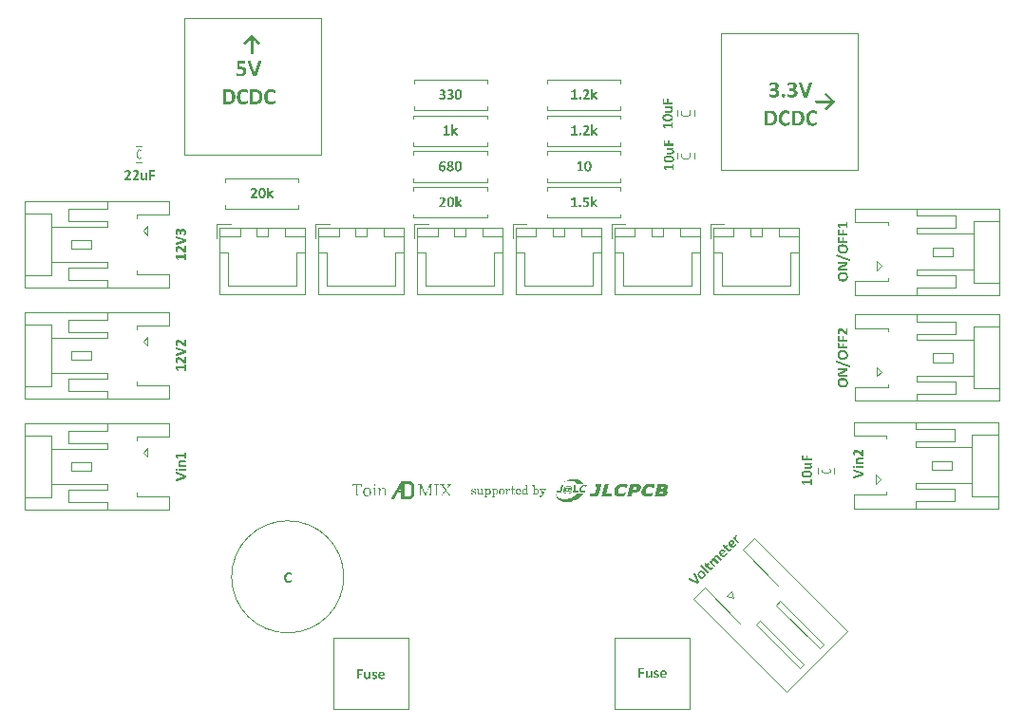
<source format=gbr>
%TF.GenerationSoftware,KiCad,Pcbnew,7.0.5*%
%TF.CreationDate,2024-07-07T22:05:08+09:00*%
%TF.ProjectId,dengen,64656e67-656e-42e6-9b69-6361645f7063,rev?*%
%TF.SameCoordinates,Original*%
%TF.FileFunction,Legend,Top*%
%TF.FilePolarity,Positive*%
%FSLAX46Y46*%
G04 Gerber Fmt 4.6, Leading zero omitted, Abs format (unit mm)*
G04 Created by KiCad (PCBNEW 7.0.5) date 2024-07-07 22:05:08*
%MOMM*%
%LPD*%
G01*
G04 APERTURE LIST*
%ADD10C,0.200000*%
%ADD11C,0.125000*%
%ADD12C,0.300000*%
%ADD13C,0.080000*%
%ADD14C,0.120000*%
%ADD15C,0.100000*%
%ADD16C,0.050000*%
G04 APERTURE END LIST*
D10*
G36*
X116550908Y-88444413D02*
G01*
X116550772Y-88454704D01*
X116550305Y-88465142D01*
X116549405Y-88475411D01*
X116549198Y-88477142D01*
X116547527Y-88487250D01*
X116544897Y-88496910D01*
X116544069Y-88499124D01*
X116538936Y-88507901D01*
X116535032Y-88511336D01*
X116525741Y-88514824D01*
X116522820Y-88515000D01*
X116011619Y-88515000D01*
X116001838Y-88514682D01*
X115991469Y-88513488D01*
X115985730Y-88512313D01*
X115976284Y-88508721D01*
X115968102Y-88502523D01*
X115967656Y-88502055D01*
X115962049Y-88493225D01*
X115958723Y-88483997D01*
X115957642Y-88479584D01*
X115956096Y-88469590D01*
X115955194Y-88459168D01*
X115954782Y-88448769D01*
X115954711Y-88441727D01*
X115954833Y-88431026D01*
X115955199Y-88421149D01*
X115955903Y-88411023D01*
X115956665Y-88403869D01*
X115958551Y-88393526D01*
X115961188Y-88383992D01*
X115964236Y-88376025D01*
X115968862Y-88366786D01*
X115974311Y-88357753D01*
X115978402Y-88351845D01*
X115984885Y-88343526D01*
X115991831Y-88335511D01*
X115998939Y-88327931D01*
X116000628Y-88326200D01*
X116154501Y-88153764D01*
X116162954Y-88144864D01*
X116171094Y-88136113D01*
X116178920Y-88127513D01*
X116186432Y-88119063D01*
X116193632Y-88110763D01*
X116200517Y-88102614D01*
X116207090Y-88094614D01*
X116213349Y-88086765D01*
X116221206Y-88076534D01*
X116228507Y-88066570D01*
X116235392Y-88056788D01*
X116241879Y-88047229D01*
X116247970Y-88037890D01*
X116253664Y-88028773D01*
X116258961Y-88019877D01*
X116263861Y-88011203D01*
X116269428Y-88000671D01*
X116272471Y-87994518D01*
X116277187Y-87984422D01*
X116281415Y-87974587D01*
X116285154Y-87965016D01*
X116288404Y-87955706D01*
X116291658Y-87944881D01*
X116294208Y-87934434D01*
X116296200Y-87924271D01*
X116297780Y-87914296D01*
X116298948Y-87904510D01*
X116299790Y-87893332D01*
X116300070Y-87882411D01*
X116299719Y-87871960D01*
X116298668Y-87861767D01*
X116296915Y-87851831D01*
X116294460Y-87842152D01*
X116292743Y-87836737D01*
X116289305Y-87827591D01*
X116284546Y-87817768D01*
X116278902Y-87808616D01*
X116272372Y-87800136D01*
X116271494Y-87799124D01*
X116264060Y-87791506D01*
X116255679Y-87784774D01*
X116246352Y-87778928D01*
X116237414Y-87774538D01*
X116236078Y-87773967D01*
X116226420Y-87770350D01*
X116216036Y-87767622D01*
X116204928Y-87765782D01*
X116194830Y-87764912D01*
X116186009Y-87764685D01*
X116176018Y-87764834D01*
X116163937Y-87765439D01*
X116152309Y-87766509D01*
X116141134Y-87768044D01*
X116130413Y-87770044D01*
X116120145Y-87772509D01*
X116114201Y-87774211D01*
X116104616Y-87777247D01*
X116093603Y-87781048D01*
X116083121Y-87785021D01*
X116073172Y-87789166D01*
X116063755Y-87793482D01*
X116059247Y-87795704D01*
X116049256Y-87800752D01*
X116040013Y-87805635D01*
X116030365Y-87811016D01*
X116021694Y-87816184D01*
X116019679Y-87817442D01*
X116010554Y-87822594D01*
X116001303Y-87826258D01*
X115995011Y-87827212D01*
X115985634Y-87824220D01*
X115984508Y-87823304D01*
X115978946Y-87815036D01*
X115977181Y-87810359D01*
X115974877Y-87800316D01*
X115973343Y-87790350D01*
X115972785Y-87785690D01*
X115971883Y-87775405D01*
X115971357Y-87765007D01*
X115971117Y-87754856D01*
X115971075Y-87748077D01*
X115971190Y-87738272D01*
X115971625Y-87728247D01*
X115972052Y-87722920D01*
X115973366Y-87712848D01*
X115974983Y-87705334D01*
X115978583Y-87695847D01*
X115980600Y-87692145D01*
X115986878Y-87684265D01*
X115992568Y-87678712D01*
X116001155Y-87672266D01*
X116010210Y-87666666D01*
X116018802Y-87661855D01*
X116024320Y-87658928D01*
X116033307Y-87654383D01*
X116043050Y-87649907D01*
X116053549Y-87645499D01*
X116062875Y-87641878D01*
X116072726Y-87638305D01*
X116080984Y-87635481D01*
X116091684Y-87631983D01*
X116102718Y-87628664D01*
X116114086Y-87625524D01*
X116125788Y-87622563D01*
X116135389Y-87620323D01*
X116145205Y-87618197D01*
X116155234Y-87616186D01*
X116165424Y-87614354D01*
X116175720Y-87612766D01*
X116186123Y-87611423D01*
X116196633Y-87610324D01*
X116207250Y-87609469D01*
X116217974Y-87608859D01*
X116228805Y-87608492D01*
X116239742Y-87608370D01*
X116252594Y-87608525D01*
X116265136Y-87608988D01*
X116277369Y-87609761D01*
X116289293Y-87610843D01*
X116300908Y-87612234D01*
X116312214Y-87613934D01*
X116323210Y-87615943D01*
X116333898Y-87618262D01*
X116344276Y-87620889D01*
X116354345Y-87623826D01*
X116360887Y-87625956D01*
X116370484Y-87629373D01*
X116379769Y-87633031D01*
X116388740Y-87636929D01*
X116400213Y-87642501D01*
X116411130Y-87648500D01*
X116421489Y-87654927D01*
X116431291Y-87661781D01*
X116440536Y-87669062D01*
X116447104Y-87674804D01*
X116455439Y-87682803D01*
X116463224Y-87691168D01*
X116470460Y-87699900D01*
X116477146Y-87708998D01*
X116483283Y-87718463D01*
X116488870Y-87728293D01*
X116493907Y-87738490D01*
X116498395Y-87749054D01*
X116502345Y-87759904D01*
X116505768Y-87770959D01*
X116508665Y-87782221D01*
X116511035Y-87793689D01*
X116512878Y-87805363D01*
X116514195Y-87817243D01*
X116514985Y-87829330D01*
X116515248Y-87841622D01*
X116515118Y-87852529D01*
X116514729Y-87863390D01*
X116514080Y-87874205D01*
X116513172Y-87884975D01*
X116512004Y-87895699D01*
X116510577Y-87906377D01*
X116508890Y-87917009D01*
X116506944Y-87927595D01*
X116504589Y-87938262D01*
X116501677Y-87949135D01*
X116498208Y-87960213D01*
X116494182Y-87971498D01*
X116489599Y-87982989D01*
X116484458Y-87994686D01*
X116480237Y-88003594D01*
X116475703Y-88012618D01*
X116472506Y-88018698D01*
X116467460Y-88027949D01*
X116462033Y-88037385D01*
X116456223Y-88047006D01*
X116450031Y-88056811D01*
X116443458Y-88066801D01*
X116436502Y-88076976D01*
X116429164Y-88087335D01*
X116421444Y-88097879D01*
X116413341Y-88108607D01*
X116404857Y-88119520D01*
X116398988Y-88126898D01*
X116389834Y-88138148D01*
X116383430Y-88145834D01*
X116376786Y-88153668D01*
X116369901Y-88161652D01*
X116362776Y-88169785D01*
X116355411Y-88178066D01*
X116347805Y-88186496D01*
X116339958Y-88195075D01*
X116331872Y-88203803D01*
X116323545Y-88212680D01*
X116314977Y-88221705D01*
X116306169Y-88230880D01*
X116297121Y-88240203D01*
X116287832Y-88249675D01*
X116278302Y-88259296D01*
X116273448Y-88264162D01*
X116169644Y-88374316D01*
X116519889Y-88374316D01*
X116529689Y-88376514D01*
X116532589Y-88378224D01*
X116539547Y-88385246D01*
X116542603Y-88390436D01*
X116546206Y-88400083D01*
X116548324Y-88409900D01*
X116548709Y-88412418D01*
X116549961Y-88422259D01*
X116550648Y-88432258D01*
X116550899Y-88442113D01*
X116550908Y-88444413D01*
G37*
G36*
X117260189Y-88444413D02*
G01*
X117260054Y-88454704D01*
X117259586Y-88465142D01*
X117258686Y-88475411D01*
X117258479Y-88477142D01*
X117256808Y-88487250D01*
X117254178Y-88496910D01*
X117253350Y-88499124D01*
X117248217Y-88507901D01*
X117244313Y-88511336D01*
X117235023Y-88514824D01*
X117232101Y-88515000D01*
X116720901Y-88515000D01*
X116711119Y-88514682D01*
X116700751Y-88513488D01*
X116695011Y-88512313D01*
X116685565Y-88508721D01*
X116677383Y-88502523D01*
X116676937Y-88502055D01*
X116671330Y-88493225D01*
X116668005Y-88483997D01*
X116666923Y-88479584D01*
X116665377Y-88469590D01*
X116664476Y-88459168D01*
X116664064Y-88448769D01*
X116663992Y-88441727D01*
X116664114Y-88431026D01*
X116664480Y-88421149D01*
X116665185Y-88411023D01*
X116665946Y-88403869D01*
X116667832Y-88393526D01*
X116670469Y-88383992D01*
X116673517Y-88376025D01*
X116678143Y-88366786D01*
X116683592Y-88357753D01*
X116687684Y-88351845D01*
X116694167Y-88343526D01*
X116701112Y-88335511D01*
X116708220Y-88327931D01*
X116709910Y-88326200D01*
X116863783Y-88153764D01*
X116872235Y-88144864D01*
X116880375Y-88136113D01*
X116888201Y-88127513D01*
X116895714Y-88119063D01*
X116902913Y-88110763D01*
X116909799Y-88102614D01*
X116916371Y-88094614D01*
X116922630Y-88086765D01*
X116930488Y-88076534D01*
X116937788Y-88066570D01*
X116944673Y-88056788D01*
X116951160Y-88047229D01*
X116957251Y-88037890D01*
X116962945Y-88028773D01*
X116968242Y-88019877D01*
X116973142Y-88011203D01*
X116978709Y-88000671D01*
X116981752Y-87994518D01*
X116986469Y-87984422D01*
X116990696Y-87974587D01*
X116994435Y-87965016D01*
X116997685Y-87955706D01*
X117000939Y-87944881D01*
X117003490Y-87934434D01*
X117005482Y-87924271D01*
X117007062Y-87914296D01*
X117008229Y-87904510D01*
X117009071Y-87893332D01*
X117009351Y-87882411D01*
X117009001Y-87871960D01*
X117007949Y-87861767D01*
X117006196Y-87851831D01*
X117003741Y-87842152D01*
X117002024Y-87836737D01*
X116998586Y-87827591D01*
X116993827Y-87817768D01*
X116988183Y-87808616D01*
X116981653Y-87800136D01*
X116980775Y-87799124D01*
X116973341Y-87791506D01*
X116964960Y-87784774D01*
X116955633Y-87778928D01*
X116946696Y-87774538D01*
X116945360Y-87773967D01*
X116935701Y-87770350D01*
X116925317Y-87767622D01*
X116914209Y-87765782D01*
X116904112Y-87764912D01*
X116895290Y-87764685D01*
X116885299Y-87764834D01*
X116873218Y-87765439D01*
X116861590Y-87766509D01*
X116850416Y-87768044D01*
X116839694Y-87770044D01*
X116829426Y-87772509D01*
X116823483Y-87774211D01*
X116813898Y-87777247D01*
X116802884Y-87781048D01*
X116792402Y-87785021D01*
X116782453Y-87789166D01*
X116773037Y-87793482D01*
X116768528Y-87795704D01*
X116758537Y-87800752D01*
X116749294Y-87805635D01*
X116739646Y-87811016D01*
X116730976Y-87816184D01*
X116728961Y-87817442D01*
X116719835Y-87822594D01*
X116710584Y-87826258D01*
X116704292Y-87827212D01*
X116694915Y-87824220D01*
X116693790Y-87823304D01*
X116688227Y-87815036D01*
X116686462Y-87810359D01*
X116684158Y-87800316D01*
X116682624Y-87790350D01*
X116682066Y-87785690D01*
X116681164Y-87775405D01*
X116680638Y-87765007D01*
X116680398Y-87754856D01*
X116680356Y-87748077D01*
X116680472Y-87738272D01*
X116680906Y-87728247D01*
X116681333Y-87722920D01*
X116682647Y-87712848D01*
X116684264Y-87705334D01*
X116687864Y-87695847D01*
X116689882Y-87692145D01*
X116696160Y-87684265D01*
X116701850Y-87678712D01*
X116710436Y-87672266D01*
X116719491Y-87666666D01*
X116728083Y-87661855D01*
X116733601Y-87658928D01*
X116742589Y-87654383D01*
X116752332Y-87649907D01*
X116762830Y-87645499D01*
X116772156Y-87641878D01*
X116782007Y-87638305D01*
X116790266Y-87635481D01*
X116800965Y-87631983D01*
X116811999Y-87628664D01*
X116823367Y-87625524D01*
X116835069Y-87622563D01*
X116844671Y-87620323D01*
X116854486Y-87618197D01*
X116864515Y-87616186D01*
X116874705Y-87614354D01*
X116885001Y-87612766D01*
X116895404Y-87611423D01*
X116905914Y-87610324D01*
X116916531Y-87609469D01*
X116927255Y-87608859D01*
X116938086Y-87608492D01*
X116949023Y-87608370D01*
X116961875Y-87608525D01*
X116974417Y-87608988D01*
X116986650Y-87609761D01*
X116998574Y-87610843D01*
X117010189Y-87612234D01*
X117021495Y-87613934D01*
X117032491Y-87615943D01*
X117043179Y-87618262D01*
X117053557Y-87620889D01*
X117063627Y-87623826D01*
X117070168Y-87625956D01*
X117079766Y-87629373D01*
X117089050Y-87633031D01*
X117098021Y-87636929D01*
X117109494Y-87642501D01*
X117120411Y-87648500D01*
X117130770Y-87654927D01*
X117140572Y-87661781D01*
X117149817Y-87669062D01*
X117156386Y-87674804D01*
X117164720Y-87682803D01*
X117172506Y-87691168D01*
X117179741Y-87699900D01*
X117186427Y-87708998D01*
X117192564Y-87718463D01*
X117198151Y-87728293D01*
X117203189Y-87738490D01*
X117207677Y-87749054D01*
X117211626Y-87759904D01*
X117215050Y-87770959D01*
X117217946Y-87782221D01*
X117220316Y-87793689D01*
X117222159Y-87805363D01*
X117223476Y-87817243D01*
X117224266Y-87829330D01*
X117224529Y-87841622D01*
X117224400Y-87852529D01*
X117224010Y-87863390D01*
X117223362Y-87874205D01*
X117222453Y-87884975D01*
X117221285Y-87895699D01*
X117219858Y-87906377D01*
X117218171Y-87917009D01*
X117216225Y-87927595D01*
X117213870Y-87938262D01*
X117210959Y-87949135D01*
X117207490Y-87960213D01*
X117203463Y-87971498D01*
X117198880Y-87982989D01*
X117193739Y-87994686D01*
X117189518Y-88003594D01*
X117184984Y-88012618D01*
X117181787Y-88018698D01*
X117176741Y-88027949D01*
X117171314Y-88037385D01*
X117165504Y-88047006D01*
X117159313Y-88056811D01*
X117152739Y-88066801D01*
X117145783Y-88076976D01*
X117138445Y-88087335D01*
X117130725Y-88097879D01*
X117122623Y-88108607D01*
X117114138Y-88119520D01*
X117108270Y-88126898D01*
X117099115Y-88138148D01*
X117092711Y-88145834D01*
X117086067Y-88153668D01*
X117079182Y-88161652D01*
X117072057Y-88169785D01*
X117064692Y-88178066D01*
X117057086Y-88186496D01*
X117049240Y-88195075D01*
X117041153Y-88203803D01*
X117032826Y-88212680D01*
X117024258Y-88221705D01*
X117015450Y-88230880D01*
X117006402Y-88240203D01*
X116997113Y-88249675D01*
X116987584Y-88259296D01*
X116982729Y-88264162D01*
X116878926Y-88374316D01*
X117229170Y-88374316D01*
X117238970Y-88376514D01*
X117241871Y-88378224D01*
X117248828Y-88385246D01*
X117251884Y-88390436D01*
X117255487Y-88400083D01*
X117257605Y-88409900D01*
X117257991Y-88412418D01*
X117259242Y-88422259D01*
X117259929Y-88432258D01*
X117260180Y-88442113D01*
X117260189Y-88444413D01*
G37*
G36*
X117980461Y-88487889D02*
G01*
X117978374Y-88497531D01*
X117977042Y-88499856D01*
X117969476Y-88506346D01*
X117965074Y-88508405D01*
X117955121Y-88511214D01*
X117944966Y-88512956D01*
X117942359Y-88513290D01*
X117931783Y-88514263D01*
X117921885Y-88514759D01*
X117910866Y-88514984D01*
X117906944Y-88515000D01*
X117896121Y-88514893D01*
X117885222Y-88514517D01*
X117874699Y-88513782D01*
X117870063Y-88513290D01*
X117859679Y-88511659D01*
X117850001Y-88509176D01*
X117847837Y-88508405D01*
X117839365Y-88503463D01*
X117836113Y-88499856D01*
X117832814Y-88490554D01*
X117832694Y-88488133D01*
X117832694Y-88418524D01*
X117823151Y-88428810D01*
X117813574Y-88438602D01*
X117803963Y-88447901D01*
X117794317Y-88456706D01*
X117784637Y-88465017D01*
X117774923Y-88472834D01*
X117765174Y-88480158D01*
X117755391Y-88486988D01*
X117745574Y-88493324D01*
X117735722Y-88499167D01*
X117729135Y-88502787D01*
X117719257Y-88507763D01*
X117709314Y-88512250D01*
X117699307Y-88516247D01*
X117689236Y-88519755D01*
X117679100Y-88522773D01*
X117668900Y-88525302D01*
X117658635Y-88527341D01*
X117648306Y-88528891D01*
X117637912Y-88529951D01*
X117627455Y-88530522D01*
X117620447Y-88530631D01*
X117608764Y-88530453D01*
X117597438Y-88529918D01*
X117586467Y-88529027D01*
X117575854Y-88527780D01*
X117565596Y-88526177D01*
X117555695Y-88524217D01*
X117546150Y-88521901D01*
X117533978Y-88518258D01*
X117522439Y-88513982D01*
X117514201Y-88510359D01*
X117503714Y-88505001D01*
X117493746Y-88499185D01*
X117484297Y-88492911D01*
X117475367Y-88486179D01*
X117466956Y-88478989D01*
X117459063Y-88471341D01*
X117451690Y-88463235D01*
X117444836Y-88454672D01*
X117438475Y-88445642D01*
X117432578Y-88436262D01*
X117427148Y-88426530D01*
X117422183Y-88416448D01*
X117417683Y-88406014D01*
X117413650Y-88395229D01*
X117410081Y-88384093D01*
X117406979Y-88372606D01*
X117404345Y-88360592D01*
X117402063Y-88347876D01*
X117400582Y-88337879D01*
X117399298Y-88327486D01*
X117398212Y-88316698D01*
X117397323Y-88305515D01*
X117396632Y-88293938D01*
X117396139Y-88281965D01*
X117395842Y-88269597D01*
X117395744Y-88256835D01*
X117395744Y-87885586D01*
X117398162Y-87875763D01*
X117399407Y-87873862D01*
X117407166Y-87867866D01*
X117413329Y-87865314D01*
X117423353Y-87862649D01*
X117433001Y-87861014D01*
X117439951Y-87860184D01*
X117450069Y-87859358D01*
X117460132Y-87858850D01*
X117471203Y-87858557D01*
X117481717Y-87858475D01*
X117492398Y-87858557D01*
X117502213Y-87858802D01*
X117512372Y-87859283D01*
X117522451Y-87860079D01*
X117523483Y-87860184D01*
X117533195Y-87861420D01*
X117543087Y-87863343D01*
X117549861Y-87865314D01*
X117558846Y-87869239D01*
X117564027Y-87873618D01*
X117568033Y-87882846D01*
X117568179Y-87885341D01*
X117568179Y-88222885D01*
X117568274Y-88234265D01*
X117568561Y-88244959D01*
X117569038Y-88254965D01*
X117569902Y-88266507D01*
X117571065Y-88276975D01*
X117572854Y-88288121D01*
X117574285Y-88294692D01*
X117577367Y-88305158D01*
X117581057Y-88314968D01*
X117585355Y-88324125D01*
X117590260Y-88332626D01*
X117593336Y-88337191D01*
X117600114Y-88345495D01*
X117607746Y-88352822D01*
X117616234Y-88359173D01*
X117625576Y-88364546D01*
X117635758Y-88368820D01*
X117645343Y-88371558D01*
X117655560Y-88373362D01*
X117666407Y-88374230D01*
X117671249Y-88374316D01*
X117681559Y-88373767D01*
X117691881Y-88372121D01*
X117702215Y-88369378D01*
X117712561Y-88365538D01*
X117722919Y-88360601D01*
X117733288Y-88354566D01*
X117737439Y-88351845D01*
X117745873Y-88345903D01*
X117754445Y-88339313D01*
X117763153Y-88332073D01*
X117772000Y-88324185D01*
X117780983Y-88315648D01*
X117790104Y-88306462D01*
X117797035Y-88299147D01*
X117804043Y-88291467D01*
X117808758Y-88286144D01*
X117808758Y-87885586D01*
X117810994Y-87875944D01*
X117812422Y-87873618D01*
X117820566Y-87867489D01*
X117826099Y-87865314D01*
X117836077Y-87862649D01*
X117846564Y-87860886D01*
X117852478Y-87860184D01*
X117862515Y-87859358D01*
X117872606Y-87858850D01*
X117883795Y-87858557D01*
X117894487Y-87858475D01*
X117905263Y-87858557D01*
X117915151Y-87858802D01*
X117925363Y-87859283D01*
X117935465Y-87860079D01*
X117936497Y-87860184D01*
X117947079Y-87861562D01*
X117956713Y-87863525D01*
X117962631Y-87865314D01*
X117971647Y-87869504D01*
X117976309Y-87873618D01*
X117980262Y-87882676D01*
X117980461Y-87885586D01*
X117980461Y-88487889D01*
G37*
G36*
X118659456Y-87694588D02*
G01*
X118659321Y-87705214D01*
X118658853Y-87715842D01*
X118657953Y-87726101D01*
X118657746Y-87727805D01*
X118655994Y-87737792D01*
X118652842Y-87747539D01*
X118652129Y-87749054D01*
X118646794Y-87757629D01*
X118643580Y-87760778D01*
X118634532Y-87764590D01*
X118632589Y-87764685D01*
X118342185Y-87764685D01*
X118342185Y-88014790D01*
X118614760Y-88014790D01*
X118624259Y-88017224D01*
X118625751Y-88018210D01*
X118632391Y-88025720D01*
X118634299Y-88029445D01*
X118637657Y-88038848D01*
X118639577Y-88048467D01*
X118639917Y-88050938D01*
X118640890Y-88060814D01*
X118641424Y-88071194D01*
X118641620Y-88081678D01*
X118641626Y-88084155D01*
X118641491Y-88094899D01*
X118641024Y-88105613D01*
X118640124Y-88115911D01*
X118639917Y-88117616D01*
X118638165Y-88127607D01*
X118635242Y-88137331D01*
X118634299Y-88139598D01*
X118629242Y-88148376D01*
X118625751Y-88151810D01*
X118616320Y-88155417D01*
X118614760Y-88155474D01*
X118342185Y-88155474D01*
X118342185Y-88484958D01*
X118340040Y-88494706D01*
X118338032Y-88497903D01*
X118330266Y-88504047D01*
X118323134Y-88507184D01*
X118313512Y-88509919D01*
X118303671Y-88511855D01*
X118295534Y-88513046D01*
X118285144Y-88513990D01*
X118274611Y-88514570D01*
X118264393Y-88514877D01*
X118253240Y-88514998D01*
X118251570Y-88515000D01*
X118240546Y-88514906D01*
X118230339Y-88514626D01*
X118219677Y-88514076D01*
X118208958Y-88513166D01*
X118207851Y-88513046D01*
X118197704Y-88511529D01*
X118188141Y-88509529D01*
X118180252Y-88507184D01*
X118171398Y-88502909D01*
X118165353Y-88497903D01*
X118161304Y-88488944D01*
X118160956Y-88484958D01*
X118160956Y-87680910D01*
X118161497Y-87670154D01*
X118163496Y-87659124D01*
X118166967Y-87649731D01*
X118172737Y-87640999D01*
X118176344Y-87637435D01*
X118184587Y-87631558D01*
X118193685Y-87627360D01*
X118203638Y-87624841D01*
X118214446Y-87624002D01*
X118632589Y-87624002D01*
X118642088Y-87626610D01*
X118643580Y-87627665D01*
X118649971Y-87635104D01*
X118652129Y-87639389D01*
X118655487Y-87648914D01*
X118657406Y-87658812D01*
X118657746Y-87661371D01*
X118658720Y-87671467D01*
X118659254Y-87681847D01*
X118659449Y-87692168D01*
X118659456Y-87694588D01*
G37*
D11*
G36*
X146909030Y-116351411D02*
G01*
X146913408Y-116363858D01*
X146917850Y-116375798D01*
X146922354Y-116387232D01*
X146926920Y-116398159D01*
X146931549Y-116408579D01*
X146936241Y-116418492D01*
X146940996Y-116427898D01*
X146945812Y-116436798D01*
X146950692Y-116445191D01*
X146955634Y-116453077D01*
X146960639Y-116460456D01*
X146965706Y-116467328D01*
X146970836Y-116473694D01*
X146976028Y-116479553D01*
X146983934Y-116487390D01*
X146986601Y-116489750D01*
X146994798Y-116496314D01*
X147003342Y-116502234D01*
X147012232Y-116507507D01*
X147021470Y-116512135D01*
X147031054Y-116516116D01*
X147040986Y-116519453D01*
X147051264Y-116522143D01*
X147061889Y-116524188D01*
X147072861Y-116525587D01*
X147084180Y-116526340D01*
X147091919Y-116526484D01*
X147102519Y-116526276D01*
X147112632Y-116525653D01*
X147122257Y-116524614D01*
X147131394Y-116523159D01*
X147140044Y-116521289D01*
X147148206Y-116519003D01*
X147155880Y-116516302D01*
X147163066Y-116513185D01*
X147171890Y-116508382D01*
X147179846Y-116502841D01*
X147186898Y-116496689D01*
X147193011Y-116490153D01*
X147198183Y-116483231D01*
X147202414Y-116475926D01*
X147205705Y-116468235D01*
X147208056Y-116460160D01*
X147209467Y-116451700D01*
X147209937Y-116442855D01*
X147209422Y-116434132D01*
X147207880Y-116425913D01*
X147205308Y-116418199D01*
X147201709Y-116410991D01*
X147199190Y-116407098D01*
X147194058Y-116400785D01*
X147188066Y-116395183D01*
X147181214Y-116390292D01*
X147173502Y-116386111D01*
X147168709Y-116384041D01*
X147160905Y-116381375D01*
X147152306Y-116378919D01*
X147144483Y-116376888D01*
X147135481Y-116374696D01*
X147125301Y-116372343D01*
X147113943Y-116369828D01*
X147105717Y-116368062D01*
X147096967Y-116366224D01*
X147087693Y-116364314D01*
X147077896Y-116362333D01*
X147067575Y-116360280D01*
X147062219Y-116359226D01*
X147051863Y-116357070D01*
X147041901Y-116354900D01*
X147032330Y-116352716D01*
X147023152Y-116350519D01*
X147014366Y-116348308D01*
X147005973Y-116346083D01*
X146997971Y-116343844D01*
X146990362Y-116341592D01*
X146979685Y-116338188D01*
X146969889Y-116334752D01*
X146960977Y-116331286D01*
X146952947Y-116327789D01*
X146945800Y-116324261D01*
X146943614Y-116323078D01*
X146935298Y-116318062D01*
X146927445Y-116312588D01*
X146920057Y-116306656D01*
X146913133Y-116300266D01*
X146906673Y-116293418D01*
X146900676Y-116286112D01*
X146895144Y-116278348D01*
X146890076Y-116270127D01*
X146885588Y-116261541D01*
X146881699Y-116252785D01*
X146878408Y-116243858D01*
X146875715Y-116234760D01*
X146873620Y-116225491D01*
X146872124Y-116216051D01*
X146871227Y-116206440D01*
X146870928Y-116196658D01*
X146871273Y-116185580D01*
X146872308Y-116174695D01*
X146874034Y-116164001D01*
X146876451Y-116153501D01*
X146879557Y-116143192D01*
X146883354Y-116133076D01*
X146887842Y-116123152D01*
X146893019Y-116113420D01*
X146898888Y-116103881D01*
X146905446Y-116094534D01*
X146910202Y-116088410D01*
X146916709Y-116080886D01*
X146923528Y-116073847D01*
X146930661Y-116067294D01*
X146938107Y-116061226D01*
X146945865Y-116055643D01*
X146953937Y-116050546D01*
X146962321Y-116045934D01*
X146971018Y-116041808D01*
X146980029Y-116038168D01*
X146989352Y-116035012D01*
X146998988Y-116032342D01*
X147008937Y-116030158D01*
X147019199Y-116028459D01*
X147029774Y-116027245D01*
X147040662Y-116026517D01*
X147051863Y-116026274D01*
X147060475Y-116026467D01*
X147068972Y-116027044D01*
X147077353Y-116028006D01*
X147085617Y-116029352D01*
X147093766Y-116031083D01*
X147101798Y-116033199D01*
X147109715Y-116035699D01*
X147117515Y-116038584D01*
X147125200Y-116041854D01*
X147132768Y-116045509D01*
X147140221Y-116049548D01*
X147147557Y-116053972D01*
X147154778Y-116058780D01*
X147161882Y-116063973D01*
X147168870Y-116069551D01*
X147175743Y-116075514D01*
X147209741Y-116038780D01*
X147240809Y-116038780D01*
X147256050Y-116238863D01*
X147207592Y-116238863D01*
X147204408Y-116227908D01*
X147201110Y-116217364D01*
X147197698Y-116207232D01*
X147194171Y-116197513D01*
X147190529Y-116188206D01*
X147186773Y-116179311D01*
X147182903Y-116170828D01*
X147178918Y-116162757D01*
X147174818Y-116155099D01*
X147170604Y-116147852D01*
X147166276Y-116141018D01*
X147159569Y-116131540D01*
X147152604Y-116122989D01*
X147145381Y-116115365D01*
X147142916Y-116113030D01*
X147135320Y-116106465D01*
X147127403Y-116100546D01*
X147119167Y-116095272D01*
X147110612Y-116090645D01*
X147101738Y-116086663D01*
X147092544Y-116083327D01*
X147083030Y-116080636D01*
X147073197Y-116078591D01*
X147063045Y-116077192D01*
X147052573Y-116076439D01*
X147045415Y-116076295D01*
X147036266Y-116076510D01*
X147027506Y-116077154D01*
X147019134Y-116078227D01*
X147011150Y-116079730D01*
X147003555Y-116081662D01*
X146994031Y-116084906D01*
X146985197Y-116088913D01*
X146977053Y-116093683D01*
X146969599Y-116099217D01*
X146967843Y-116100720D01*
X146961340Y-116106936D01*
X146955704Y-116113469D01*
X146950935Y-116120320D01*
X146947034Y-116127489D01*
X146943999Y-116134975D01*
X146941831Y-116142778D01*
X146940531Y-116150899D01*
X146940097Y-116159338D01*
X146940708Y-116168437D01*
X146942540Y-116177049D01*
X146945593Y-116185175D01*
X146949867Y-116192814D01*
X146955362Y-116199967D01*
X146962079Y-116206633D01*
X146965108Y-116209163D01*
X146972353Y-116214351D01*
X146981191Y-116219263D01*
X146988866Y-116222767D01*
X146997437Y-116226116D01*
X147006905Y-116229311D01*
X147017269Y-116232351D01*
X147028529Y-116235237D01*
X147036534Y-116237075D01*
X147044938Y-116238844D01*
X147053740Y-116240545D01*
X147062940Y-116242177D01*
X147067690Y-116242967D01*
X147078943Y-116244926D01*
X147089696Y-116246847D01*
X147099948Y-116248730D01*
X147109699Y-116250575D01*
X147118950Y-116252382D01*
X147127700Y-116254150D01*
X147135949Y-116255880D01*
X147143698Y-116257572D01*
X147154382Y-116260039D01*
X147163940Y-116262420D01*
X147172371Y-116264715D01*
X147181859Y-116267641D01*
X147187662Y-116269736D01*
X147196234Y-116273088D01*
X147204439Y-116276770D01*
X147212276Y-116280782D01*
X147219746Y-116285123D01*
X147226848Y-116289794D01*
X147233583Y-116294795D01*
X147239951Y-116300126D01*
X147245950Y-116305786D01*
X147251583Y-116311776D01*
X147256847Y-116318096D01*
X147260153Y-116322492D01*
X147264797Y-116329296D01*
X147268985Y-116336371D01*
X147272715Y-116343717D01*
X147275989Y-116351334D01*
X147278806Y-116359223D01*
X147281166Y-116367383D01*
X147283070Y-116375815D01*
X147284516Y-116384518D01*
X147285506Y-116393492D01*
X147286039Y-116402737D01*
X147286140Y-116409052D01*
X147285924Y-116417783D01*
X147285273Y-116426341D01*
X147284190Y-116434727D01*
X147282672Y-116442941D01*
X147280721Y-116450981D01*
X147278337Y-116458850D01*
X147275519Y-116466546D01*
X147272267Y-116474069D01*
X147268582Y-116481420D01*
X147264464Y-116488599D01*
X147259912Y-116495605D01*
X147254926Y-116502438D01*
X147249507Y-116509099D01*
X147243654Y-116515588D01*
X147237368Y-116521903D01*
X147230648Y-116528047D01*
X147223598Y-116533915D01*
X147216318Y-116539404D01*
X147208809Y-116544515D01*
X147201071Y-116549247D01*
X147193104Y-116553601D01*
X147184908Y-116557576D01*
X147176483Y-116561172D01*
X147167829Y-116564390D01*
X147158946Y-116567230D01*
X147149835Y-116569690D01*
X147140494Y-116571773D01*
X147130924Y-116573476D01*
X147121125Y-116574801D01*
X147111098Y-116575748D01*
X147100841Y-116576315D01*
X147090355Y-116576505D01*
X147080577Y-116576289D01*
X147070926Y-116575644D01*
X147061403Y-116574568D01*
X147052009Y-116573061D01*
X147042743Y-116571124D01*
X147033606Y-116568756D01*
X147024596Y-116565958D01*
X147015715Y-116562729D01*
X147006962Y-116559070D01*
X146998337Y-116554981D01*
X146989840Y-116550461D01*
X146981472Y-116545510D01*
X146973232Y-116540129D01*
X146965120Y-116534318D01*
X146957136Y-116528076D01*
X146949281Y-116521404D01*
X146911179Y-116564000D01*
X146873468Y-116564000D01*
X146861744Y-116351411D01*
X146909030Y-116351411D01*
G37*
G36*
X147543866Y-116038780D02*
G01*
X147543866Y-116370559D01*
X147544127Y-116381025D01*
X147544910Y-116391027D01*
X147546215Y-116400566D01*
X147548042Y-116409641D01*
X147550391Y-116418252D01*
X147553263Y-116426400D01*
X147556656Y-116434084D01*
X147560572Y-116441304D01*
X147565009Y-116448061D01*
X147569969Y-116454354D01*
X147573565Y-116458291D01*
X147579324Y-116463773D01*
X147585388Y-116468717D01*
X147593948Y-116474468D01*
X147603052Y-116479262D01*
X147612700Y-116483096D01*
X147620292Y-116485343D01*
X147628190Y-116487051D01*
X147636394Y-116488219D01*
X147644903Y-116488848D01*
X147650746Y-116488968D01*
X147661621Y-116488561D01*
X147672190Y-116487340D01*
X147682453Y-116485305D01*
X147692411Y-116482456D01*
X147702063Y-116478793D01*
X147711409Y-116474316D01*
X147720450Y-116469025D01*
X147729185Y-116462920D01*
X147737614Y-116456000D01*
X147745738Y-116448267D01*
X147750983Y-116442660D01*
X147758386Y-116433731D01*
X147765061Y-116424383D01*
X147771008Y-116414616D01*
X147776226Y-116404430D01*
X147780716Y-116393824D01*
X147784478Y-116382800D01*
X147786582Y-116375218D01*
X147788362Y-116367450D01*
X147789818Y-116359495D01*
X147790951Y-116351354D01*
X147791760Y-116343027D01*
X147792245Y-116334514D01*
X147792407Y-116325814D01*
X147792407Y-116138235D01*
X147791809Y-116130093D01*
X147789601Y-116121496D01*
X147785767Y-116113872D01*
X147780305Y-116107220D01*
X147775408Y-116103064D01*
X147767664Y-116098686D01*
X147759006Y-116095626D01*
X147750638Y-116093562D01*
X147740987Y-116091840D01*
X147732908Y-116090773D01*
X147724107Y-116089898D01*
X147714585Y-116089216D01*
X147704342Y-116088726D01*
X147700767Y-116088605D01*
X147700767Y-116038780D01*
X147894012Y-116038780D01*
X147894012Y-116460831D01*
X147894527Y-116470077D01*
X147896073Y-116478472D01*
X147898649Y-116486014D01*
X147902957Y-116493737D01*
X147908667Y-116500301D01*
X147915667Y-116505630D01*
X147923846Y-116509651D01*
X147931793Y-116512055D01*
X147940607Y-116513498D01*
X147948612Y-116513965D01*
X147950286Y-116513979D01*
X147988974Y-116513979D01*
X147988974Y-116564000D01*
X147803935Y-116564000D01*
X147793970Y-116462590D01*
X147786880Y-116470802D01*
X147779604Y-116478733D01*
X147772143Y-116486382D01*
X147764496Y-116493749D01*
X147756664Y-116500835D01*
X147748646Y-116507639D01*
X147740443Y-116514161D01*
X147732055Y-116520402D01*
X147723481Y-116526361D01*
X147714721Y-116532039D01*
X147708778Y-116535667D01*
X147699787Y-116540731D01*
X147690765Y-116545296D01*
X147681711Y-116549363D01*
X147672627Y-116552932D01*
X147663512Y-116556003D01*
X147654366Y-116558577D01*
X147645189Y-116560652D01*
X147635982Y-116562229D01*
X147626743Y-116563308D01*
X147617473Y-116563889D01*
X147611277Y-116564000D01*
X147602330Y-116563813D01*
X147593566Y-116563255D01*
X147584983Y-116562323D01*
X147576582Y-116561020D01*
X147568362Y-116559344D01*
X147560324Y-116557295D01*
X147552468Y-116554874D01*
X147544794Y-116552080D01*
X147537301Y-116548914D01*
X147529989Y-116545376D01*
X147522860Y-116541465D01*
X147515912Y-116537182D01*
X147509146Y-116532526D01*
X147502561Y-116527497D01*
X147496158Y-116522097D01*
X147489937Y-116516323D01*
X147483903Y-116510187D01*
X147478259Y-116503552D01*
X147473004Y-116496418D01*
X147468138Y-116488785D01*
X147463662Y-116480652D01*
X147459574Y-116472021D01*
X147455876Y-116462890D01*
X147452568Y-116453260D01*
X147449648Y-116443131D01*
X147447118Y-116432502D01*
X147444977Y-116421375D01*
X147443225Y-116409748D01*
X147441863Y-116397622D01*
X147440890Y-116384997D01*
X147440306Y-116371873D01*
X147440111Y-116358249D01*
X147440111Y-116138626D01*
X147439383Y-116129460D01*
X147437199Y-116121160D01*
X147433558Y-116113725D01*
X147428461Y-116107155D01*
X147421907Y-116101452D01*
X147419399Y-116099743D01*
X147412342Y-116096374D01*
X147404299Y-116094019D01*
X147396450Y-116092430D01*
X147387343Y-116091103D01*
X147376978Y-116090039D01*
X147368379Y-116089414D01*
X147359072Y-116088936D01*
X147349057Y-116088605D01*
X147349057Y-116038780D01*
X147543866Y-116038780D01*
G37*
G36*
X148403261Y-116026568D02*
G01*
X148413380Y-116027449D01*
X148423406Y-116028917D01*
X148433340Y-116030973D01*
X148443181Y-116033616D01*
X148452929Y-116036846D01*
X148462584Y-116040664D01*
X148472147Y-116045069D01*
X148481617Y-116050061D01*
X148490994Y-116055641D01*
X148497194Y-116059687D01*
X148506333Y-116066185D01*
X148515139Y-116073222D01*
X148523612Y-116080798D01*
X148531752Y-116088914D01*
X148539558Y-116097568D01*
X148544577Y-116103638D01*
X148549448Y-116109947D01*
X148554171Y-116116496D01*
X148558746Y-116123284D01*
X148563173Y-116130312D01*
X148567452Y-116137580D01*
X148571583Y-116145087D01*
X148575565Y-116152834D01*
X148577501Y-116156798D01*
X148581216Y-116164846D01*
X148584691Y-116173016D01*
X148587927Y-116181308D01*
X148590922Y-116189722D01*
X148593679Y-116198258D01*
X148596195Y-116206916D01*
X148598472Y-116215697D01*
X148600509Y-116224600D01*
X148602306Y-116233624D01*
X148603864Y-116242771D01*
X148605182Y-116252040D01*
X148606261Y-116261431D01*
X148607100Y-116270945D01*
X148607699Y-116280580D01*
X148608058Y-116290338D01*
X148608178Y-116300217D01*
X148608104Y-116308170D01*
X148607884Y-116316030D01*
X148607000Y-116331474D01*
X148605527Y-116346549D01*
X148603464Y-116361254D01*
X148600813Y-116375589D01*
X148597572Y-116389555D01*
X148593742Y-116403152D01*
X148589323Y-116416379D01*
X148584314Y-116429237D01*
X148578716Y-116441725D01*
X148572529Y-116453844D01*
X148565753Y-116465594D01*
X148558388Y-116476974D01*
X148550433Y-116487985D01*
X148541889Y-116498626D01*
X148532756Y-116508898D01*
X148524817Y-116517085D01*
X148516682Y-116524744D01*
X148508349Y-116531874D01*
X148499820Y-116538476D01*
X148491093Y-116544550D01*
X148482170Y-116550096D01*
X148473050Y-116555114D01*
X148463733Y-116559603D01*
X148454219Y-116563564D01*
X148444508Y-116566998D01*
X148434600Y-116569903D01*
X148424495Y-116572279D01*
X148414194Y-116574128D01*
X148403695Y-116575448D01*
X148392999Y-116576241D01*
X148382107Y-116576505D01*
X148372777Y-116576278D01*
X148363619Y-116575598D01*
X148354633Y-116574465D01*
X148345819Y-116572878D01*
X148337176Y-116570838D01*
X148328705Y-116568344D01*
X148320405Y-116565397D01*
X148312278Y-116561997D01*
X148304322Y-116558143D01*
X148296538Y-116553836D01*
X148291444Y-116550713D01*
X148284079Y-116545825D01*
X148277078Y-116540835D01*
X148270441Y-116535741D01*
X148264168Y-116530544D01*
X148258259Y-116525245D01*
X148250947Y-116518018D01*
X148244283Y-116510608D01*
X148238265Y-116503015D01*
X148232895Y-116495239D01*
X148231653Y-116493267D01*
X148231653Y-116684362D01*
X148232102Y-116693358D01*
X148233714Y-116702014D01*
X148236929Y-116709678D01*
X148241032Y-116714648D01*
X148248262Y-116719863D01*
X148255710Y-116723204D01*
X148264205Y-116725404D01*
X148272320Y-116726381D01*
X148278157Y-116726568D01*
X148322316Y-116726568D01*
X148322316Y-116776588D01*
X148035673Y-116776588D01*
X148035673Y-116726568D01*
X148079832Y-116726568D01*
X148088458Y-116726258D01*
X148097357Y-116725116D01*
X148105004Y-116723133D01*
X148112209Y-116719836D01*
X148115198Y-116717775D01*
X148121072Y-116711924D01*
X148125020Y-116704387D01*
X148126325Y-116696533D01*
X148126336Y-116695695D01*
X148126336Y-116305688D01*
X148231067Y-116305688D01*
X148231218Y-116318922D01*
X148231669Y-116331709D01*
X148232420Y-116344049D01*
X148233473Y-116355941D01*
X148234826Y-116367386D01*
X148236480Y-116378384D01*
X148238435Y-116388935D01*
X148240690Y-116399038D01*
X148243247Y-116408694D01*
X148246103Y-116417903D01*
X148249261Y-116426664D01*
X148252719Y-116434978D01*
X148256478Y-116442845D01*
X148260538Y-116450265D01*
X148264899Y-116457237D01*
X148269560Y-116463762D01*
X148274474Y-116469843D01*
X148282141Y-116478229D01*
X148290162Y-116485732D01*
X148298536Y-116492352D01*
X148307264Y-116498090D01*
X148316346Y-116502945D01*
X148325782Y-116506917D01*
X148335571Y-116510006D01*
X148345714Y-116512213D01*
X148356211Y-116513537D01*
X148367062Y-116513979D01*
X148377135Y-116513609D01*
X148386765Y-116512502D01*
X148395952Y-116510656D01*
X148404696Y-116508071D01*
X148412997Y-116504748D01*
X148420855Y-116500686D01*
X148428270Y-116495886D01*
X148435242Y-116490348D01*
X148441771Y-116484071D01*
X148447856Y-116477056D01*
X148451667Y-116471969D01*
X148456376Y-116464577D01*
X148460781Y-116456762D01*
X148464882Y-116448524D01*
X148468679Y-116439863D01*
X148472172Y-116430780D01*
X148475362Y-116421273D01*
X148478248Y-116411344D01*
X148480830Y-116400992D01*
X148483108Y-116390217D01*
X148485083Y-116379019D01*
X148486754Y-116367399D01*
X148488121Y-116355355D01*
X148489184Y-116342889D01*
X148489943Y-116330000D01*
X148490399Y-116316688D01*
X148490551Y-116302953D01*
X148490415Y-116288613D01*
X148490007Y-116274807D01*
X148489328Y-116261533D01*
X148488377Y-116248792D01*
X148487154Y-116236584D01*
X148485660Y-116224908D01*
X148483894Y-116213765D01*
X148481856Y-116203155D01*
X148479546Y-116193078D01*
X148476965Y-116183533D01*
X148474112Y-116174521D01*
X148470987Y-116166042D01*
X148467590Y-116158096D01*
X148463922Y-116150683D01*
X148459982Y-116143802D01*
X148455771Y-116137454D01*
X148449119Y-116128759D01*
X148442135Y-116120919D01*
X148434817Y-116113935D01*
X148427167Y-116107806D01*
X148419183Y-116102532D01*
X148410866Y-116098113D01*
X148402216Y-116094550D01*
X148393232Y-116091841D01*
X148383916Y-116089988D01*
X148374266Y-116088991D01*
X148367648Y-116088801D01*
X148357169Y-116089287D01*
X148346983Y-116090745D01*
X148337088Y-116093175D01*
X148327485Y-116096577D01*
X148318174Y-116100951D01*
X148309155Y-116106297D01*
X148300429Y-116112615D01*
X148291994Y-116119905D01*
X148283851Y-116128167D01*
X148278584Y-116134215D01*
X148273447Y-116140695D01*
X148270928Y-116144097D01*
X148266101Y-116151186D01*
X148261585Y-116158675D01*
X148257381Y-116166567D01*
X148253489Y-116174860D01*
X148249907Y-116183554D01*
X148246638Y-116192650D01*
X148243679Y-116202147D01*
X148241032Y-116212046D01*
X148238697Y-116222346D01*
X148236673Y-116233047D01*
X148234960Y-116244151D01*
X148233558Y-116255655D01*
X148232469Y-116267561D01*
X148231690Y-116279869D01*
X148231223Y-116292578D01*
X148231067Y-116305688D01*
X148126336Y-116305688D01*
X148126336Y-116164614D01*
X148126082Y-116156340D01*
X148125053Y-116146908D01*
X148123232Y-116138487D01*
X148120618Y-116131078D01*
X148116437Y-116123522D01*
X148111116Y-116117422D01*
X148110118Y-116116547D01*
X148102560Y-116111837D01*
X148094004Y-116108552D01*
X148085683Y-116106343D01*
X148076049Y-116104506D01*
X148067963Y-116103374D01*
X148059137Y-116102450D01*
X148049573Y-116101736D01*
X148039271Y-116101232D01*
X148035673Y-116101110D01*
X148035673Y-116051676D01*
X148212700Y-116038389D01*
X148215120Y-116048794D01*
X148217323Y-116058688D01*
X148219310Y-116068070D01*
X148221081Y-116076940D01*
X148222635Y-116085298D01*
X148223973Y-116093144D01*
X148225420Y-116102810D01*
X148226482Y-116111566D01*
X148227160Y-116119413D01*
X148227355Y-116122995D01*
X148232763Y-116114805D01*
X148238435Y-116106941D01*
X148244372Y-116099404D01*
X148250573Y-116092193D01*
X148257039Y-116085308D01*
X148263769Y-116078749D01*
X148270764Y-116072517D01*
X148278023Y-116066611D01*
X148285547Y-116061032D01*
X148293335Y-116055778D01*
X148298674Y-116052457D01*
X148306841Y-116047778D01*
X148315149Y-116043559D01*
X148323597Y-116039801D01*
X148332187Y-116036502D01*
X148340917Y-116033664D01*
X148349788Y-116031286D01*
X148358800Y-116029368D01*
X148367953Y-116027911D01*
X148377247Y-116026914D01*
X148386681Y-116026377D01*
X148393049Y-116026274D01*
X148403261Y-116026568D01*
G37*
G36*
X149045717Y-116026568D02*
G01*
X149055836Y-116027449D01*
X149065863Y-116028917D01*
X149075796Y-116030973D01*
X149085637Y-116033616D01*
X149095385Y-116036846D01*
X149105041Y-116040664D01*
X149114603Y-116045069D01*
X149124073Y-116050061D01*
X149133451Y-116055641D01*
X149139651Y-116059687D01*
X149148790Y-116066185D01*
X149157596Y-116073222D01*
X149166068Y-116080798D01*
X149174208Y-116088914D01*
X149182014Y-116097568D01*
X149187034Y-116103638D01*
X149191905Y-116109947D01*
X149196628Y-116116496D01*
X149201203Y-116123284D01*
X149205630Y-116130312D01*
X149209908Y-116137580D01*
X149214039Y-116145087D01*
X149218022Y-116152834D01*
X149219958Y-116156798D01*
X149223672Y-116164846D01*
X149227148Y-116173016D01*
X149230383Y-116181308D01*
X149233379Y-116189722D01*
X149236135Y-116198258D01*
X149238651Y-116206916D01*
X149240928Y-116215697D01*
X149242965Y-116224600D01*
X149244763Y-116233624D01*
X149246321Y-116242771D01*
X149247639Y-116252040D01*
X149248717Y-116261431D01*
X149249556Y-116270945D01*
X149250155Y-116280580D01*
X149250515Y-116290338D01*
X149250635Y-116300217D01*
X149250561Y-116308170D01*
X149250340Y-116316030D01*
X149249456Y-116331474D01*
X149247983Y-116346549D01*
X149245921Y-116361254D01*
X149243269Y-116375589D01*
X149240028Y-116389555D01*
X149236198Y-116403152D01*
X149231779Y-116416379D01*
X149226770Y-116429237D01*
X149221173Y-116441725D01*
X149214986Y-116453844D01*
X149208210Y-116465594D01*
X149200844Y-116476974D01*
X149192889Y-116487985D01*
X149184345Y-116498626D01*
X149175212Y-116508898D01*
X149167274Y-116517085D01*
X149159138Y-116524744D01*
X149150806Y-116531874D01*
X149142276Y-116538476D01*
X149133550Y-116544550D01*
X149124627Y-116550096D01*
X149115506Y-116555114D01*
X149106189Y-116559603D01*
X149096675Y-116563564D01*
X149086964Y-116566998D01*
X149077056Y-116569903D01*
X149066952Y-116572279D01*
X149056650Y-116574128D01*
X149046151Y-116575448D01*
X149035456Y-116576241D01*
X149024563Y-116576505D01*
X149015234Y-116576278D01*
X149006076Y-116575598D01*
X148997089Y-116574465D01*
X148988275Y-116572878D01*
X148979632Y-116570838D01*
X148971161Y-116568344D01*
X148962862Y-116565397D01*
X148954734Y-116561997D01*
X148946778Y-116558143D01*
X148938994Y-116553836D01*
X148933900Y-116550713D01*
X148926535Y-116545825D01*
X148919534Y-116540835D01*
X148912897Y-116535741D01*
X148906625Y-116530544D01*
X148900716Y-116525245D01*
X148893404Y-116518018D01*
X148886739Y-116510608D01*
X148880721Y-116503015D01*
X148875351Y-116495239D01*
X148874110Y-116493267D01*
X148874110Y-116684362D01*
X148874559Y-116693358D01*
X148876171Y-116702014D01*
X148879385Y-116709678D01*
X148883489Y-116714648D01*
X148890718Y-116719863D01*
X148898166Y-116723204D01*
X148906661Y-116725404D01*
X148914776Y-116726381D01*
X148920614Y-116726568D01*
X148964773Y-116726568D01*
X148964773Y-116776588D01*
X148678129Y-116776588D01*
X148678129Y-116726568D01*
X148722288Y-116726568D01*
X148730914Y-116726258D01*
X148739814Y-116725116D01*
X148747461Y-116723133D01*
X148754666Y-116719836D01*
X148757655Y-116717775D01*
X148763528Y-116711924D01*
X148767476Y-116704387D01*
X148768781Y-116696533D01*
X148768792Y-116695695D01*
X148768792Y-116305688D01*
X148873524Y-116305688D01*
X148873674Y-116318922D01*
X148874125Y-116331709D01*
X148874877Y-116344049D01*
X148875929Y-116355941D01*
X148877283Y-116367386D01*
X148878937Y-116378384D01*
X148880891Y-116388935D01*
X148883147Y-116399038D01*
X148885703Y-116408694D01*
X148888560Y-116417903D01*
X148891717Y-116426664D01*
X148895176Y-116434978D01*
X148898935Y-116442845D01*
X148902995Y-116450265D01*
X148907355Y-116457237D01*
X148912016Y-116463762D01*
X148916931Y-116469843D01*
X148924598Y-116478229D01*
X148932618Y-116485732D01*
X148940992Y-116492352D01*
X148949720Y-116498090D01*
X148958802Y-116502945D01*
X148968238Y-116506917D01*
X148978027Y-116510006D01*
X148988170Y-116512213D01*
X148998667Y-116513537D01*
X149009518Y-116513979D01*
X149019591Y-116513609D01*
X149029222Y-116512502D01*
X149038409Y-116510656D01*
X149047153Y-116508071D01*
X149055454Y-116504748D01*
X149063312Y-116500686D01*
X149070727Y-116495886D01*
X149077698Y-116490348D01*
X149084227Y-116484071D01*
X149090313Y-116477056D01*
X149094124Y-116471969D01*
X149098832Y-116464577D01*
X149103237Y-116456762D01*
X149107338Y-116448524D01*
X149111135Y-116439863D01*
X149114629Y-116430780D01*
X149117818Y-116421273D01*
X149120704Y-116411344D01*
X149123286Y-116400992D01*
X149125565Y-116390217D01*
X149127539Y-116379019D01*
X149129210Y-116367399D01*
X149130577Y-116355355D01*
X149131640Y-116342889D01*
X149132400Y-116330000D01*
X149132855Y-116316688D01*
X149133007Y-116302953D01*
X149132871Y-116288613D01*
X149132464Y-116274807D01*
X149131784Y-116261533D01*
X149130833Y-116248792D01*
X149129611Y-116236584D01*
X149128116Y-116224908D01*
X149126350Y-116213765D01*
X149124312Y-116203155D01*
X149122003Y-116193078D01*
X149119421Y-116183533D01*
X149116568Y-116174521D01*
X149113443Y-116166042D01*
X149110047Y-116158096D01*
X149106379Y-116150683D01*
X149102439Y-116143802D01*
X149098227Y-116137454D01*
X149091576Y-116128759D01*
X149084591Y-116120919D01*
X149077274Y-116113935D01*
X149069623Y-116107806D01*
X149061639Y-116102532D01*
X149053322Y-116098113D01*
X149044672Y-116094550D01*
X149035689Y-116091841D01*
X149026372Y-116089988D01*
X149016722Y-116088991D01*
X149010104Y-116088801D01*
X148999626Y-116089287D01*
X148989439Y-116090745D01*
X148979544Y-116093175D01*
X148969941Y-116096577D01*
X148960631Y-116100951D01*
X148951612Y-116106297D01*
X148942885Y-116112615D01*
X148934450Y-116119905D01*
X148926307Y-116128167D01*
X148921040Y-116134215D01*
X148915904Y-116140695D01*
X148913384Y-116144097D01*
X148908557Y-116151186D01*
X148904042Y-116158675D01*
X148899838Y-116166567D01*
X148895945Y-116174860D01*
X148892364Y-116183554D01*
X148889094Y-116192650D01*
X148886136Y-116202147D01*
X148883489Y-116212046D01*
X148881153Y-116222346D01*
X148879129Y-116233047D01*
X148877416Y-116244151D01*
X148876015Y-116255655D01*
X148874925Y-116267561D01*
X148874146Y-116279869D01*
X148873679Y-116292578D01*
X148873524Y-116305688D01*
X148768792Y-116305688D01*
X148768792Y-116164614D01*
X148768539Y-116156340D01*
X148767509Y-116146908D01*
X148765688Y-116138487D01*
X148763075Y-116131078D01*
X148758894Y-116123522D01*
X148753572Y-116117422D01*
X148752575Y-116116547D01*
X148745016Y-116111837D01*
X148736461Y-116108552D01*
X148728140Y-116106343D01*
X148718506Y-116104506D01*
X148710419Y-116103374D01*
X148701594Y-116102450D01*
X148692030Y-116101736D01*
X148681727Y-116101232D01*
X148678129Y-116101110D01*
X148678129Y-116051676D01*
X148855157Y-116038389D01*
X148857576Y-116048794D01*
X148859780Y-116058688D01*
X148861767Y-116068070D01*
X148863537Y-116076940D01*
X148865091Y-116085298D01*
X148866429Y-116093144D01*
X148867876Y-116102810D01*
X148868939Y-116111566D01*
X148869616Y-116119413D01*
X148869811Y-116122995D01*
X148875219Y-116114805D01*
X148880891Y-116106941D01*
X148886828Y-116099404D01*
X148893029Y-116092193D01*
X148899495Y-116085308D01*
X148906225Y-116078749D01*
X148913220Y-116072517D01*
X148920479Y-116066611D01*
X148928003Y-116061032D01*
X148935791Y-116055778D01*
X148941130Y-116052457D01*
X148949297Y-116047778D01*
X148957605Y-116043559D01*
X148966054Y-116039801D01*
X148974643Y-116036502D01*
X148983374Y-116033664D01*
X148992245Y-116031286D01*
X149001257Y-116029368D01*
X149010409Y-116027911D01*
X149019703Y-116026914D01*
X149029138Y-116026377D01*
X149035505Y-116026274D01*
X149045717Y-116026568D01*
G37*
G36*
X149586213Y-116026571D02*
G01*
X149599123Y-116027459D01*
X149611767Y-116028940D01*
X149624143Y-116031013D01*
X149636252Y-116033678D01*
X149648094Y-116036936D01*
X149659669Y-116040786D01*
X149670976Y-116045228D01*
X149682017Y-116050262D01*
X149692790Y-116055889D01*
X149703297Y-116062108D01*
X149713536Y-116068919D01*
X149723508Y-116076323D01*
X149733213Y-116084319D01*
X149742650Y-116092907D01*
X149751821Y-116102087D01*
X149760599Y-116111750D01*
X149768811Y-116121783D01*
X149776457Y-116132187D01*
X149783536Y-116142961D01*
X149790049Y-116154107D01*
X149795995Y-116165624D01*
X149801375Y-116177512D01*
X149806189Y-116189771D01*
X149810437Y-116202400D01*
X149814118Y-116215401D01*
X149817233Y-116228772D01*
X149819781Y-116242515D01*
X149821764Y-116256628D01*
X149823179Y-116271113D01*
X149824029Y-116285968D01*
X149824312Y-116301194D01*
X149824185Y-116311699D01*
X149823805Y-116322013D01*
X149823172Y-116332136D01*
X149822285Y-116342068D01*
X149821145Y-116351810D01*
X149819751Y-116361360D01*
X149818104Y-116370720D01*
X149816203Y-116379889D01*
X149814049Y-116388867D01*
X149811642Y-116397655D01*
X149808981Y-116406251D01*
X149806067Y-116414657D01*
X149802900Y-116422872D01*
X149799479Y-116430896D01*
X149795804Y-116438730D01*
X149791877Y-116446372D01*
X149787738Y-116453796D01*
X149783380Y-116461024D01*
X149778804Y-116468054D01*
X149774010Y-116474887D01*
X149768998Y-116481524D01*
X149763767Y-116487964D01*
X149758318Y-116494206D01*
X149752651Y-116500252D01*
X149746766Y-116506101D01*
X149740662Y-116511753D01*
X149734340Y-116517208D01*
X149727800Y-116522466D01*
X149721041Y-116527527D01*
X149714064Y-116532391D01*
X149706869Y-116537059D01*
X149699455Y-116541529D01*
X149691920Y-116545764D01*
X149684312Y-116549727D01*
X149676631Y-116553415D01*
X149668876Y-116556831D01*
X149661048Y-116559973D01*
X149653147Y-116562842D01*
X149645172Y-116565438D01*
X149637124Y-116567761D01*
X149629003Y-116569810D01*
X149620809Y-116571586D01*
X149612541Y-116573089D01*
X149604200Y-116574319D01*
X149595786Y-116575275D01*
X149587299Y-116575958D01*
X149578738Y-116576368D01*
X149570104Y-116576505D01*
X149557404Y-116576206D01*
X149544947Y-116575308D01*
X149532735Y-116573812D01*
X149520767Y-116571718D01*
X149509043Y-116569025D01*
X149497564Y-116565734D01*
X149486329Y-116561844D01*
X149475338Y-116557356D01*
X149464591Y-116552270D01*
X149454089Y-116546585D01*
X149443831Y-116540302D01*
X149433817Y-116533420D01*
X149424047Y-116525940D01*
X149414521Y-116517862D01*
X149405240Y-116509185D01*
X149396203Y-116499910D01*
X149387567Y-116490160D01*
X149379488Y-116480056D01*
X149371966Y-116469600D01*
X149365001Y-116458792D01*
X149358594Y-116447631D01*
X149352743Y-116436117D01*
X149347450Y-116424251D01*
X149342714Y-116412032D01*
X149338535Y-116399460D01*
X149334914Y-116386536D01*
X149331849Y-116373259D01*
X149329342Y-116359629D01*
X149327392Y-116345647D01*
X149325999Y-116331312D01*
X149325163Y-116316625D01*
X149324884Y-116301585D01*
X149324924Y-116299436D01*
X149438604Y-116299436D01*
X149438751Y-116314103D01*
X149439193Y-116328259D01*
X149439930Y-116341904D01*
X149440961Y-116355038D01*
X149442287Y-116367660D01*
X149443907Y-116379770D01*
X149445822Y-116391369D01*
X149448032Y-116402457D01*
X149450536Y-116413034D01*
X149453335Y-116423099D01*
X149456428Y-116432653D01*
X149459816Y-116441695D01*
X149463499Y-116450226D01*
X149467476Y-116458245D01*
X149471748Y-116465754D01*
X149476315Y-116472750D01*
X149481135Y-116479257D01*
X149486118Y-116485344D01*
X149493899Y-116493688D01*
X149502048Y-116501086D01*
X149510564Y-116507541D01*
X149519448Y-116513050D01*
X149528699Y-116517616D01*
X149538318Y-116521236D01*
X149548305Y-116523913D01*
X149558658Y-116525644D01*
X149569380Y-116526431D01*
X149573035Y-116526484D01*
X149584266Y-116526012D01*
X149595099Y-116524595D01*
X149605534Y-116522233D01*
X149615570Y-116518928D01*
X149625208Y-116514677D01*
X149634447Y-116509482D01*
X149643288Y-116503343D01*
X149651730Y-116496259D01*
X149659774Y-116488230D01*
X149667420Y-116479257D01*
X149672295Y-116472750D01*
X149676933Y-116465731D01*
X149681271Y-116458154D01*
X149685310Y-116450020D01*
X149689050Y-116441329D01*
X149692491Y-116432080D01*
X149695633Y-116422275D01*
X149698475Y-116411912D01*
X149701018Y-116400992D01*
X149703262Y-116389515D01*
X149705207Y-116377480D01*
X149706853Y-116364889D01*
X149708199Y-116351740D01*
X149709246Y-116338034D01*
X149709994Y-116323771D01*
X149710443Y-116308951D01*
X149710593Y-116293574D01*
X149710445Y-116279345D01*
X149710003Y-116265626D01*
X149709267Y-116252417D01*
X149708236Y-116239718D01*
X149706910Y-116227529D01*
X149705290Y-116215850D01*
X149703375Y-116204680D01*
X149701165Y-116194020D01*
X149698661Y-116183871D01*
X149695862Y-116174231D01*
X149692768Y-116165101D01*
X149689380Y-116156480D01*
X149685697Y-116148370D01*
X149681720Y-116140769D01*
X149677448Y-116133679D01*
X149672882Y-116127098D01*
X149665596Y-116118019D01*
X149657881Y-116109833D01*
X149649737Y-116102540D01*
X149641164Y-116096140D01*
X149632161Y-116090633D01*
X149622729Y-116086019D01*
X149612867Y-116082298D01*
X149602576Y-116079471D01*
X149591856Y-116077536D01*
X149580707Y-116076494D01*
X149573035Y-116076295D01*
X149562259Y-116076762D01*
X149551841Y-116078164D01*
X149541780Y-116080499D01*
X149532076Y-116083769D01*
X149522729Y-116087973D01*
X149513739Y-116093112D01*
X149505107Y-116099184D01*
X149496831Y-116106191D01*
X149488913Y-116114132D01*
X149481352Y-116123007D01*
X149476510Y-116129443D01*
X149471920Y-116136312D01*
X149467626Y-116143682D01*
X149463628Y-116151553D01*
X149459926Y-116159924D01*
X149456521Y-116168796D01*
X149453411Y-116178169D01*
X149450598Y-116188043D01*
X149448080Y-116198417D01*
X149445859Y-116209292D01*
X149443934Y-116220667D01*
X149442306Y-116232544D01*
X149440973Y-116244921D01*
X149439936Y-116257798D01*
X149439196Y-116271177D01*
X149438752Y-116285056D01*
X149438604Y-116299436D01*
X149324924Y-116299436D01*
X149325164Y-116286498D01*
X149326002Y-116271766D01*
X149327399Y-116257390D01*
X149329354Y-116243370D01*
X149331868Y-116229705D01*
X149334941Y-116216396D01*
X149338573Y-116203443D01*
X149342763Y-116190845D01*
X149347512Y-116178603D01*
X149352820Y-116166717D01*
X149358686Y-116155187D01*
X149365111Y-116144012D01*
X149372095Y-116133193D01*
X149379637Y-116122729D01*
X149387739Y-116112621D01*
X149396399Y-116102869D01*
X149405469Y-116093594D01*
X149414802Y-116084917D01*
X149424398Y-116076839D01*
X149434256Y-116069359D01*
X149444377Y-116062477D01*
X149454760Y-116056194D01*
X149465406Y-116050509D01*
X149476315Y-116045423D01*
X149487486Y-116040935D01*
X149498920Y-116037046D01*
X149510616Y-116033754D01*
X149522575Y-116031062D01*
X149534796Y-116028967D01*
X149547280Y-116027471D01*
X149560026Y-116026574D01*
X149573035Y-116026274D01*
X149586213Y-116026571D01*
G37*
G36*
X149875115Y-116051676D02*
G01*
X150072854Y-116038389D01*
X150066601Y-116248438D01*
X150069679Y-116234968D01*
X150072906Y-116221913D01*
X150076280Y-116209273D01*
X150079802Y-116197049D01*
X150083473Y-116185240D01*
X150087291Y-116173846D01*
X150091258Y-116162867D01*
X150095373Y-116152304D01*
X150099636Y-116142155D01*
X150104047Y-116132422D01*
X150108605Y-116123105D01*
X150113312Y-116114202D01*
X150118168Y-116105714D01*
X150123171Y-116097642D01*
X150128322Y-116089985D01*
X150133621Y-116082743D01*
X150139079Y-116075905D01*
X150144707Y-116069508D01*
X150150504Y-116063553D01*
X150156470Y-116058038D01*
X150162606Y-116052965D01*
X150168911Y-116048333D01*
X150178687Y-116042211D01*
X150188844Y-116037083D01*
X150199382Y-116032947D01*
X150210301Y-116029804D01*
X150221602Y-116027653D01*
X150233284Y-116026495D01*
X150241284Y-116026274D01*
X150249480Y-116026527D01*
X150257365Y-116027284D01*
X150267391Y-116029079D01*
X150276861Y-116031772D01*
X150285776Y-116035363D01*
X150294135Y-116039851D01*
X150301939Y-116045236D01*
X150309187Y-116051519D01*
X150312602Y-116054997D01*
X150318876Y-116062425D01*
X150324314Y-116070446D01*
X150328915Y-116079058D01*
X150332679Y-116088263D01*
X150335607Y-116098060D01*
X150337254Y-116105797D01*
X150338430Y-116113867D01*
X150339136Y-116122270D01*
X150339371Y-116131006D01*
X150339081Y-116140418D01*
X150338211Y-116149312D01*
X150336761Y-116157686D01*
X150334731Y-116165542D01*
X150331377Y-116174631D01*
X150327117Y-116182910D01*
X150321951Y-116190377D01*
X150320809Y-116191773D01*
X150314831Y-116198134D01*
X150308376Y-116203417D01*
X150301443Y-116207622D01*
X150294034Y-116210748D01*
X150286147Y-116212796D01*
X150277784Y-116213767D01*
X150274305Y-116213853D01*
X150265958Y-116213343D01*
X150258136Y-116211811D01*
X150249441Y-116208626D01*
X150241503Y-116203971D01*
X150235464Y-116198969D01*
X150229951Y-116192946D01*
X150225110Y-116186088D01*
X150221089Y-116178581D01*
X150217889Y-116170426D01*
X150215510Y-116161622D01*
X150213951Y-116152169D01*
X150213294Y-116144139D01*
X150213147Y-116137845D01*
X150213476Y-116129654D01*
X150214466Y-116121642D01*
X150216114Y-116113809D01*
X150218422Y-116106154D01*
X150221390Y-116098678D01*
X150222526Y-116096226D01*
X150226209Y-116088766D01*
X150229543Y-116081585D01*
X150230146Y-116079812D01*
X150226043Y-116077859D01*
X150218262Y-116078738D01*
X150210014Y-116081376D01*
X150202784Y-116084917D01*
X150195230Y-116089680D01*
X150188953Y-116094369D01*
X150182468Y-116099840D01*
X150179148Y-116102869D01*
X150172085Y-116110037D01*
X150165332Y-116117693D01*
X150158887Y-116125837D01*
X150152752Y-116134468D01*
X150146925Y-116143587D01*
X150141408Y-116153194D01*
X150136200Y-116163288D01*
X150131301Y-116173870D01*
X150128207Y-116181196D01*
X150125250Y-116188739D01*
X150122430Y-116196498D01*
X150119748Y-116204474D01*
X150115797Y-116217039D01*
X150112100Y-116229283D01*
X150108659Y-116241207D01*
X150105472Y-116252810D01*
X150102541Y-116264092D01*
X150099864Y-116275054D01*
X150097442Y-116285695D01*
X150095275Y-116296016D01*
X150093363Y-116306016D01*
X150091706Y-116315696D01*
X150090304Y-116325055D01*
X150089157Y-116334094D01*
X150088265Y-116342812D01*
X150087627Y-116351209D01*
X150087245Y-116359286D01*
X150087117Y-116367042D01*
X150087117Y-116480566D01*
X150087998Y-116489086D01*
X150091044Y-116497138D01*
X150096265Y-116503702D01*
X150098255Y-116505381D01*
X150105988Y-116509537D01*
X150114033Y-116511829D01*
X150122343Y-116513139D01*
X150130264Y-116513769D01*
X150139092Y-116513979D01*
X150210802Y-116513979D01*
X150210802Y-116564000D01*
X149878436Y-116564000D01*
X149878436Y-116513979D01*
X149935882Y-116513979D01*
X149944309Y-116513683D01*
X149953028Y-116512592D01*
X149961528Y-116510360D01*
X149969221Y-116506594D01*
X149970662Y-116505577D01*
X149976536Y-116500096D01*
X149980712Y-116492916D01*
X149981800Y-116486428D01*
X149981800Y-116165395D01*
X149981577Y-116157192D01*
X149980672Y-116147770D01*
X149979070Y-116139274D01*
X149976771Y-116131704D01*
X149973094Y-116123840D01*
X149968414Y-116117310D01*
X149967536Y-116116351D01*
X149960764Y-116110489D01*
X149953977Y-116106610D01*
X149946284Y-116103789D01*
X149937683Y-116102026D01*
X149929824Y-116101365D01*
X149926503Y-116101306D01*
X149875115Y-116101306D01*
X149875115Y-116051676D01*
G37*
G36*
X150515812Y-115826191D02*
G01*
X150565638Y-115826191D01*
X150565638Y-116038780D01*
X150732114Y-116038780D01*
X150732114Y-116101306D01*
X150565638Y-116101306D01*
X150565638Y-116430350D01*
X150565928Y-116440345D01*
X150566798Y-116449718D01*
X150568248Y-116458468D01*
X150570279Y-116466595D01*
X150572889Y-116474100D01*
X150576968Y-116482604D01*
X150581953Y-116490136D01*
X150584200Y-116492876D01*
X150590245Y-116498955D01*
X150596775Y-116504004D01*
X150603792Y-116508023D01*
X150611296Y-116511011D01*
X150619287Y-116512969D01*
X150627763Y-116513896D01*
X150631290Y-116513979D01*
X150639738Y-116513466D01*
X150647887Y-116511927D01*
X150655736Y-116509362D01*
X150663286Y-116505772D01*
X150670537Y-116501156D01*
X150677489Y-116495514D01*
X150684142Y-116488846D01*
X150690495Y-116481152D01*
X150695004Y-116474544D01*
X150699153Y-116467029D01*
X150702940Y-116458607D01*
X150706368Y-116449279D01*
X150709434Y-116439043D01*
X150712140Y-116427901D01*
X150713744Y-116419969D01*
X150715187Y-116411635D01*
X150716470Y-116402897D01*
X150717593Y-116393756D01*
X150718555Y-116384212D01*
X150719358Y-116374266D01*
X150720000Y-116363916D01*
X150769043Y-116363916D01*
X150768441Y-116377484D01*
X150767514Y-116390590D01*
X150766261Y-116403234D01*
X150764684Y-116415414D01*
X150762781Y-116427133D01*
X150760553Y-116438388D01*
X150758000Y-116449182D01*
X150755122Y-116459512D01*
X150751918Y-116469381D01*
X150748390Y-116478786D01*
X150744536Y-116487729D01*
X150740357Y-116496210D01*
X150735853Y-116504228D01*
X150731024Y-116511783D01*
X150725870Y-116518876D01*
X150720390Y-116525507D01*
X150714644Y-116531682D01*
X150708688Y-116537459D01*
X150702523Y-116542838D01*
X150696149Y-116547818D01*
X150689566Y-116552400D01*
X150682774Y-116556584D01*
X150675772Y-116560369D01*
X150668562Y-116563755D01*
X150661142Y-116566743D01*
X150653514Y-116569333D01*
X150645676Y-116571524D01*
X150637629Y-116573317D01*
X150629372Y-116574712D01*
X150620907Y-116575708D01*
X150612233Y-116576306D01*
X150603349Y-116576505D01*
X150595156Y-116576360D01*
X150587186Y-116575928D01*
X150575649Y-116574738D01*
X150564614Y-116572898D01*
X150554080Y-116570410D01*
X150544047Y-116567272D01*
X150534516Y-116563486D01*
X150525486Y-116559050D01*
X150516958Y-116553965D01*
X150508931Y-116548231D01*
X150501406Y-116541847D01*
X150499009Y-116539575D01*
X150492269Y-116532419D01*
X150486193Y-116524870D01*
X150480779Y-116516930D01*
X150476028Y-116508599D01*
X150471941Y-116499876D01*
X150468516Y-116490762D01*
X150465754Y-116481256D01*
X150463654Y-116471358D01*
X150462218Y-116461069D01*
X150461445Y-116450388D01*
X150461297Y-116443050D01*
X150461297Y-116101306D01*
X150371612Y-116101306D01*
X150371612Y-116051676D01*
X150379444Y-116050197D01*
X150390706Y-116047565D01*
X150401385Y-116044434D01*
X150411479Y-116040805D01*
X150420990Y-116036678D01*
X150429916Y-116032054D01*
X150438259Y-116026931D01*
X150446018Y-116021310D01*
X150453193Y-116015191D01*
X150459784Y-116008574D01*
X150465792Y-116001459D01*
X150471368Y-115993745D01*
X150476618Y-115985599D01*
X150481541Y-115977021D01*
X150486137Y-115968010D01*
X150490407Y-115958568D01*
X150494350Y-115948694D01*
X150497966Y-115938387D01*
X150501256Y-115927649D01*
X150504219Y-115916479D01*
X150506855Y-115904877D01*
X150509164Y-115892842D01*
X150511147Y-115880376D01*
X150512804Y-115867478D01*
X150514133Y-115854147D01*
X150515136Y-115840385D01*
X150515812Y-115826191D01*
G37*
G36*
X151083352Y-116026429D02*
G01*
X151092684Y-116026891D01*
X151101853Y-116027662D01*
X151110861Y-116028741D01*
X151119707Y-116030129D01*
X151128392Y-116031825D01*
X151136914Y-116033829D01*
X151145275Y-116036142D01*
X151153474Y-116038763D01*
X151161511Y-116041692D01*
X151169386Y-116044930D01*
X151177100Y-116048476D01*
X151184652Y-116052331D01*
X151192042Y-116056493D01*
X151199270Y-116060965D01*
X151206336Y-116065744D01*
X151213237Y-116070788D01*
X151219922Y-116076100D01*
X151226390Y-116081681D01*
X151232641Y-116087531D01*
X151238675Y-116093649D01*
X151244493Y-116100036D01*
X151250093Y-116106691D01*
X151255478Y-116113616D01*
X151260645Y-116120809D01*
X151265595Y-116128270D01*
X151270329Y-116136001D01*
X151274846Y-116144000D01*
X151279146Y-116152267D01*
X151283230Y-116160803D01*
X151287096Y-116169608D01*
X151290746Y-116178682D01*
X151294248Y-116188569D01*
X151297428Y-116199034D01*
X151300284Y-116210075D01*
X151302009Y-116217756D01*
X151303591Y-116225694D01*
X151305029Y-116233889D01*
X151306323Y-116242339D01*
X151307474Y-116251047D01*
X151308482Y-116260010D01*
X151309346Y-116269230D01*
X151310066Y-116278707D01*
X151310643Y-116288440D01*
X151311077Y-116298430D01*
X151311367Y-116308676D01*
X151311458Y-116313895D01*
X150942749Y-116313895D01*
X150943212Y-116326776D01*
X150943964Y-116339186D01*
X150945007Y-116351127D01*
X150946339Y-116362597D01*
X150947962Y-116373597D01*
X150949875Y-116384127D01*
X150952078Y-116394187D01*
X150954570Y-116403776D01*
X150957353Y-116412896D01*
X150960426Y-116421545D01*
X150963789Y-116429724D01*
X150967442Y-116437433D01*
X150971385Y-116444672D01*
X150975618Y-116451440D01*
X150982511Y-116460711D01*
X150984954Y-116463567D01*
X150990718Y-116469671D01*
X150996678Y-116475382D01*
X151002833Y-116480699D01*
X151009183Y-116485622D01*
X151015729Y-116490151D01*
X151022470Y-116494286D01*
X151029406Y-116498028D01*
X151036538Y-116501376D01*
X151043866Y-116504329D01*
X151051388Y-116506889D01*
X151059106Y-116509056D01*
X151067020Y-116510828D01*
X151075129Y-116512206D01*
X151083433Y-116513191D01*
X151091933Y-116513782D01*
X151100628Y-116513979D01*
X151113498Y-116513533D01*
X151126072Y-116512196D01*
X151138349Y-116509967D01*
X151150331Y-116506847D01*
X151162016Y-116502835D01*
X151173406Y-116497932D01*
X151184499Y-116492137D01*
X151195296Y-116485451D01*
X151205797Y-116477873D01*
X151216002Y-116469404D01*
X151225910Y-116460044D01*
X151235523Y-116449792D01*
X151244839Y-116438648D01*
X151253859Y-116426613D01*
X151262583Y-116413686D01*
X151266834Y-116406889D01*
X151271011Y-116399868D01*
X151318297Y-116418431D01*
X151312892Y-116428156D01*
X151307350Y-116437573D01*
X151301672Y-116446680D01*
X151295857Y-116455479D01*
X151289905Y-116463970D01*
X151283817Y-116472151D01*
X151277593Y-116480024D01*
X151271231Y-116487588D01*
X151264733Y-116494843D01*
X151258099Y-116501790D01*
X151251327Y-116508428D01*
X151244419Y-116514757D01*
X151237375Y-116520777D01*
X151230194Y-116526489D01*
X151222876Y-116531892D01*
X151215422Y-116536986D01*
X151207831Y-116541772D01*
X151200103Y-116546248D01*
X151192239Y-116550416D01*
X151184238Y-116554276D01*
X151176101Y-116557826D01*
X151167826Y-116561068D01*
X151159416Y-116564001D01*
X151150868Y-116566625D01*
X151142184Y-116568941D01*
X151133364Y-116570947D01*
X151124407Y-116572646D01*
X151115313Y-116574035D01*
X151106082Y-116575115D01*
X151096715Y-116575887D01*
X151087211Y-116576350D01*
X151077571Y-116576505D01*
X151064464Y-116576210D01*
X151051617Y-116575326D01*
X151039032Y-116573853D01*
X151026707Y-116571791D01*
X151014644Y-116569139D01*
X151002842Y-116565898D01*
X150991301Y-116562068D01*
X150980020Y-116557649D01*
X150969001Y-116552641D01*
X150958243Y-116547043D01*
X150947746Y-116540856D01*
X150937510Y-116534080D01*
X150927535Y-116526714D01*
X150917821Y-116518760D01*
X150908368Y-116510216D01*
X150899176Y-116501083D01*
X150890421Y-116491468D01*
X150882232Y-116481528D01*
X150874607Y-116471263D01*
X150867547Y-116460673D01*
X150861051Y-116449757D01*
X150855121Y-116438517D01*
X150849755Y-116426951D01*
X150844954Y-116415060D01*
X150840718Y-116402844D01*
X150837047Y-116390303D01*
X150833940Y-116377437D01*
X150831399Y-116364245D01*
X150829422Y-116350729D01*
X150828010Y-116336887D01*
X150827163Y-116322720D01*
X150826880Y-116308228D01*
X150826950Y-116300411D01*
X150827507Y-116285055D01*
X150828621Y-116270074D01*
X150829331Y-116263874D01*
X150942749Y-116263874D01*
X151159441Y-116263874D01*
X151167379Y-116263178D01*
X151175200Y-116260731D01*
X151181846Y-116256521D01*
X151185624Y-116252736D01*
X151189727Y-116245946D01*
X151192356Y-116238162D01*
X151193895Y-116230120D01*
X151194774Y-116220815D01*
X151195003Y-116212094D01*
X151194687Y-116201586D01*
X151193739Y-116191383D01*
X151192159Y-116181486D01*
X151189947Y-116171895D01*
X151187103Y-116162609D01*
X151183627Y-116153630D01*
X151179520Y-116144955D01*
X151174780Y-116136587D01*
X151169408Y-116128524D01*
X151163404Y-116120767D01*
X151159050Y-116115765D01*
X151152234Y-116108711D01*
X151145195Y-116102352D01*
X151137932Y-116096685D01*
X151130447Y-116091713D01*
X151122737Y-116087435D01*
X151114805Y-116083850D01*
X151106649Y-116080959D01*
X151098271Y-116078762D01*
X151089668Y-116077259D01*
X151080843Y-116076450D01*
X151074836Y-116076295D01*
X151064791Y-116076718D01*
X151055029Y-116077985D01*
X151045548Y-116080098D01*
X151036349Y-116083055D01*
X151027431Y-116086857D01*
X151018796Y-116091504D01*
X151010441Y-116096996D01*
X151002369Y-116103333D01*
X150994578Y-116110515D01*
X150987068Y-116118542D01*
X150982219Y-116124362D01*
X150975397Y-116133723D01*
X150971209Y-116140391D01*
X150967307Y-116147401D01*
X150963692Y-116154752D01*
X150960364Y-116162446D01*
X150957323Y-116170482D01*
X150954570Y-116178859D01*
X150952103Y-116187579D01*
X150949923Y-116196640D01*
X150948030Y-116206043D01*
X150946424Y-116215789D01*
X150945105Y-116225876D01*
X150944073Y-116236305D01*
X150943328Y-116247076D01*
X150942870Y-116258189D01*
X150942749Y-116263874D01*
X150829331Y-116263874D01*
X150830293Y-116255467D01*
X150832522Y-116241234D01*
X150835308Y-116227374D01*
X150838651Y-116213889D01*
X150842551Y-116200778D01*
X150847008Y-116188040D01*
X150852023Y-116175677D01*
X150857595Y-116163688D01*
X150863724Y-116152073D01*
X150870410Y-116140831D01*
X150877653Y-116129964D01*
X150885454Y-116119471D01*
X150893811Y-116109352D01*
X150898199Y-116104432D01*
X150907243Y-116094968D01*
X150916545Y-116086114D01*
X150926105Y-116077871D01*
X150935922Y-116070238D01*
X150945998Y-116063216D01*
X150956332Y-116056805D01*
X150966924Y-116051004D01*
X150977773Y-116045814D01*
X150988881Y-116041234D01*
X151000247Y-116037265D01*
X151011870Y-116033907D01*
X151023752Y-116031159D01*
X151035892Y-116029022D01*
X151048289Y-116027496D01*
X151060945Y-116026580D01*
X151073859Y-116026274D01*
X151083352Y-116026429D01*
G37*
G36*
X151880837Y-116443246D02*
G01*
X151881054Y-116452652D01*
X151881704Y-116461332D01*
X151882788Y-116469285D01*
X151884752Y-116478205D01*
X151887394Y-116485989D01*
X151891458Y-116493832D01*
X151894710Y-116498152D01*
X151900434Y-116503530D01*
X151907203Y-116507796D01*
X151915016Y-116510949D01*
X151923872Y-116512989D01*
X151932051Y-116513839D01*
X151937306Y-116513979D01*
X151979316Y-116513979D01*
X151979316Y-116564000D01*
X151791737Y-116564000D01*
X151780209Y-116477635D01*
X151775742Y-116485154D01*
X151770915Y-116492471D01*
X151765727Y-116499584D01*
X151760178Y-116506496D01*
X151754269Y-116513204D01*
X151747999Y-116519710D01*
X151741368Y-116526013D01*
X151734377Y-116532114D01*
X151727025Y-116538011D01*
X151719312Y-116543707D01*
X151713970Y-116547391D01*
X151705741Y-116552594D01*
X151697319Y-116557285D01*
X151688705Y-116561465D01*
X151679898Y-116565132D01*
X151670899Y-116568288D01*
X151661708Y-116570932D01*
X151652325Y-116573065D01*
X151642749Y-116574685D01*
X151632981Y-116575794D01*
X151623020Y-116576391D01*
X151616273Y-116576505D01*
X151605046Y-116576210D01*
X151594032Y-116575326D01*
X151583229Y-116573853D01*
X151572639Y-116571791D01*
X151562261Y-116569139D01*
X151552095Y-116565898D01*
X151542142Y-116562068D01*
X151532400Y-116557649D01*
X151522871Y-116552641D01*
X151513554Y-116547043D01*
X151504449Y-116540856D01*
X151495556Y-116534080D01*
X151486875Y-116526714D01*
X151478407Y-116518760D01*
X151470151Y-116510216D01*
X151462107Y-116501083D01*
X151454417Y-116491444D01*
X151447223Y-116481433D01*
X151440526Y-116471050D01*
X151434324Y-116460294D01*
X151428619Y-116449166D01*
X151423410Y-116437665D01*
X151418697Y-116425792D01*
X151414480Y-116413546D01*
X151410759Y-116400928D01*
X151407534Y-116387937D01*
X151404805Y-116374574D01*
X151402573Y-116360838D01*
X151400836Y-116346730D01*
X151399596Y-116332250D01*
X151398852Y-116317397D01*
X151398604Y-116302171D01*
X151398682Y-116293965D01*
X151518771Y-116293965D01*
X151518905Y-116309014D01*
X151519306Y-116323484D01*
X151519973Y-116337376D01*
X151520908Y-116350690D01*
X151522111Y-116363425D01*
X151523580Y-116375581D01*
X151525316Y-116387159D01*
X151527320Y-116398159D01*
X151529591Y-116408579D01*
X151532128Y-116418422D01*
X151534933Y-116427685D01*
X151538005Y-116436370D01*
X151541345Y-116444477D01*
X151544951Y-116452005D01*
X151548825Y-116458954D01*
X151552965Y-116465325D01*
X151559575Y-116474020D01*
X151566507Y-116481860D01*
X151573762Y-116488844D01*
X151581340Y-116494973D01*
X151589241Y-116500247D01*
X151597465Y-116504666D01*
X151606011Y-116508230D01*
X151614881Y-116510938D01*
X151624073Y-116512791D01*
X151633588Y-116513789D01*
X151640111Y-116513979D01*
X151650598Y-116513498D01*
X151660811Y-116512055D01*
X151670748Y-116509651D01*
X151680411Y-116506285D01*
X151689799Y-116501957D01*
X151698913Y-116496668D01*
X151707751Y-116490417D01*
X151716315Y-116483204D01*
X151724604Y-116475029D01*
X151729977Y-116469046D01*
X151735228Y-116462634D01*
X151737808Y-116459268D01*
X151742777Y-116452201D01*
X151747425Y-116444727D01*
X151751753Y-116436844D01*
X151755760Y-116428555D01*
X151759447Y-116419857D01*
X151762813Y-116410752D01*
X151765858Y-116401240D01*
X151768583Y-116391320D01*
X151770987Y-116380992D01*
X151773071Y-116370257D01*
X151774834Y-116359114D01*
X151776277Y-116347564D01*
X151777399Y-116335606D01*
X151778200Y-116323240D01*
X151778681Y-116310467D01*
X151778841Y-116297286D01*
X151778669Y-116284805D01*
X151778151Y-116272664D01*
X151777289Y-116260863D01*
X151776081Y-116249403D01*
X151774529Y-116238283D01*
X151772631Y-116227503D01*
X151770389Y-116217064D01*
X151767801Y-116206965D01*
X151764869Y-116197207D01*
X151761591Y-116187789D01*
X151757969Y-116178712D01*
X151754002Y-116169975D01*
X151749689Y-116161578D01*
X151745032Y-116153522D01*
X151740029Y-116145806D01*
X151734682Y-116138431D01*
X151727423Y-116129561D01*
X151719863Y-116121564D01*
X151711999Y-116114440D01*
X151703834Y-116108187D01*
X151695367Y-116102808D01*
X151686597Y-116098300D01*
X151677525Y-116094665D01*
X151668150Y-116091903D01*
X151658474Y-116090012D01*
X151648495Y-116088994D01*
X151641674Y-116088801D01*
X151631324Y-116089208D01*
X151621375Y-116090429D01*
X151611829Y-116092464D01*
X151602684Y-116095313D01*
X151593941Y-116098976D01*
X151585600Y-116103453D01*
X151577661Y-116108744D01*
X151570123Y-116114849D01*
X151562988Y-116121768D01*
X151556254Y-116129501D01*
X151551988Y-116135109D01*
X151546052Y-116144341D01*
X151540700Y-116154744D01*
X151537456Y-116162330D01*
X151534472Y-116170436D01*
X151531747Y-116179064D01*
X151529281Y-116188211D01*
X151527076Y-116197879D01*
X151525129Y-116208068D01*
X151523442Y-116218778D01*
X151522015Y-116230007D01*
X151520847Y-116241758D01*
X151519939Y-116254029D01*
X151519290Y-116266820D01*
X151518901Y-116280132D01*
X151518771Y-116293965D01*
X151398682Y-116293965D01*
X151398683Y-116293895D01*
X151398921Y-116285722D01*
X151399317Y-116277654D01*
X151399871Y-116269690D01*
X151400584Y-116261830D01*
X151402484Y-116246423D01*
X151405018Y-116231433D01*
X151408186Y-116216859D01*
X151411987Y-116202702D01*
X151416421Y-116188962D01*
X151421489Y-116175638D01*
X151427191Y-116162732D01*
X151433526Y-116150242D01*
X151440494Y-116138168D01*
X151448096Y-116126512D01*
X151456332Y-116115272D01*
X151465201Y-116104449D01*
X151474704Y-116094043D01*
X151479692Y-116088996D01*
X151487755Y-116081401D01*
X151495968Y-116074296D01*
X151504333Y-116067680D01*
X151512848Y-116061555D01*
X151521515Y-116055920D01*
X151530333Y-116050775D01*
X151539302Y-116046120D01*
X151548422Y-116041955D01*
X151557694Y-116038280D01*
X151567116Y-116035095D01*
X151576690Y-116032400D01*
X151586414Y-116030195D01*
X151596290Y-116028480D01*
X151606317Y-116027254D01*
X151616495Y-116026519D01*
X151626824Y-116026274D01*
X151636365Y-116026510D01*
X151645717Y-116027216D01*
X151654880Y-116028392D01*
X151663855Y-116030039D01*
X151672640Y-116032156D01*
X151681236Y-116034744D01*
X151689644Y-116037803D01*
X151697862Y-116041332D01*
X151705892Y-116045332D01*
X151713733Y-116049802D01*
X151718855Y-116053043D01*
X151726278Y-116058076D01*
X151733306Y-116063208D01*
X151739939Y-116068439D01*
X151746177Y-116073771D01*
X151752020Y-116079201D01*
X151759196Y-116086597D01*
X151765670Y-116094170D01*
X151771441Y-116101920D01*
X151776511Y-116109848D01*
X151777669Y-116111857D01*
X151777669Y-115834397D01*
X151776911Y-115825662D01*
X151774639Y-115817749D01*
X151770853Y-115810659D01*
X151765551Y-115804392D01*
X151761842Y-115801180D01*
X151755206Y-115796930D01*
X151747169Y-115793560D01*
X151739401Y-115791423D01*
X151730660Y-115789896D01*
X151720945Y-115788980D01*
X151712473Y-115788687D01*
X151710258Y-115788675D01*
X151667271Y-115788675D01*
X151667271Y-115739045D01*
X151880837Y-115725758D01*
X151880837Y-116443246D01*
G37*
G36*
X152500823Y-116104823D02*
G01*
X152506590Y-116097126D01*
X152512950Y-116089668D01*
X152519901Y-116082447D01*
X152527445Y-116075465D01*
X152533492Y-116070385D01*
X152539872Y-116065438D01*
X152546585Y-116060625D01*
X152553631Y-116055947D01*
X152561011Y-116051402D01*
X152563545Y-116049917D01*
X152571268Y-116045692D01*
X152579126Y-116041882D01*
X152587118Y-116038488D01*
X152595244Y-116035510D01*
X152603504Y-116032947D01*
X152611898Y-116030800D01*
X152620425Y-116029068D01*
X152629087Y-116027752D01*
X152637883Y-116026852D01*
X152646812Y-116026367D01*
X152652840Y-116026274D01*
X152664401Y-116026559D01*
X152675734Y-116027413D01*
X152686841Y-116028837D01*
X152697719Y-116030830D01*
X152708371Y-116033392D01*
X152718794Y-116036523D01*
X152728991Y-116040225D01*
X152738960Y-116044495D01*
X152748701Y-116049335D01*
X152758215Y-116054744D01*
X152767502Y-116060723D01*
X152776561Y-116067271D01*
X152785393Y-116074388D01*
X152793997Y-116082075D01*
X152802374Y-116090331D01*
X152810523Y-116099157D01*
X152818331Y-116108420D01*
X152825635Y-116118040D01*
X152832436Y-116128015D01*
X152838733Y-116138345D01*
X152844526Y-116149032D01*
X152849815Y-116160074D01*
X152854601Y-116171471D01*
X152858883Y-116183225D01*
X152862661Y-116195334D01*
X152865935Y-116207799D01*
X152868706Y-116220619D01*
X152870973Y-116233795D01*
X152872736Y-116247327D01*
X152873995Y-116261215D01*
X152874751Y-116275458D01*
X152875003Y-116290057D01*
X152874936Y-116298020D01*
X152874734Y-116305887D01*
X152873925Y-116321335D01*
X152872578Y-116336400D01*
X152870692Y-116351081D01*
X152868267Y-116365379D01*
X152865303Y-116379294D01*
X152861801Y-116392826D01*
X152857759Y-116405974D01*
X152853179Y-116418740D01*
X152848060Y-116431122D01*
X152842402Y-116443121D01*
X152836205Y-116454737D01*
X152829469Y-116465970D01*
X152822195Y-116476820D01*
X152814381Y-116487287D01*
X152806029Y-116497370D01*
X152797277Y-116506953D01*
X152788263Y-116515917D01*
X152778989Y-116524263D01*
X152769453Y-116531991D01*
X152759657Y-116539101D01*
X152749600Y-116545593D01*
X152739281Y-116551466D01*
X152728702Y-116556721D01*
X152717861Y-116561358D01*
X152706759Y-116565376D01*
X152695397Y-116568777D01*
X152683773Y-116571559D01*
X152671888Y-116573723D01*
X152659743Y-116575268D01*
X152647336Y-116576196D01*
X152634668Y-116576505D01*
X152625658Y-116576333D01*
X152616799Y-116575818D01*
X152608091Y-116574959D01*
X152599534Y-116573757D01*
X152591128Y-116572211D01*
X152582873Y-116570322D01*
X152574770Y-116568090D01*
X152566817Y-116565514D01*
X152559016Y-116562594D01*
X152551366Y-116559331D01*
X152546350Y-116556965D01*
X152538947Y-116553121D01*
X152531613Y-116548917D01*
X152524347Y-116544351D01*
X152517151Y-116539426D01*
X152510023Y-116534139D01*
X152502963Y-116528492D01*
X152495972Y-116522484D01*
X152489050Y-116516116D01*
X152482197Y-116509387D01*
X152475413Y-116502297D01*
X152470928Y-116497370D01*
X152465750Y-116505585D01*
X152460477Y-116513669D01*
X152455108Y-116521622D01*
X152449642Y-116529445D01*
X152444080Y-116537138D01*
X152438422Y-116544700D01*
X152432668Y-116552131D01*
X152426817Y-116559432D01*
X152420871Y-116566603D01*
X152414828Y-116573643D01*
X152410746Y-116578263D01*
X152380265Y-116560873D01*
X152382229Y-116552444D01*
X152384066Y-116544008D01*
X152385776Y-116535567D01*
X152387360Y-116527119D01*
X152388817Y-116518665D01*
X152390147Y-116510205D01*
X152391351Y-116501739D01*
X152392428Y-116493267D01*
X152393378Y-116484788D01*
X152394202Y-116476304D01*
X152394899Y-116467814D01*
X152395469Y-116459317D01*
X152395912Y-116450814D01*
X152396229Y-116442306D01*
X152396419Y-116433791D01*
X152396482Y-116425270D01*
X152396482Y-116313699D01*
X152499260Y-116313699D01*
X152499404Y-116327873D01*
X152499837Y-116341525D01*
X152500558Y-116354654D01*
X152501568Y-116367262D01*
X152502866Y-116379347D01*
X152504453Y-116390911D01*
X152506328Y-116401952D01*
X152508492Y-116412471D01*
X152510945Y-116422468D01*
X152513685Y-116431943D01*
X152516715Y-116440897D01*
X152520033Y-116449327D01*
X152523639Y-116457236D01*
X152527534Y-116464623D01*
X152531717Y-116471488D01*
X152536189Y-116477831D01*
X152543306Y-116486525D01*
X152550807Y-116494365D01*
X152558693Y-116501349D01*
X152566964Y-116507479D01*
X152575619Y-116512753D01*
X152584659Y-116517171D01*
X152594084Y-116520735D01*
X152603893Y-116523443D01*
X152614088Y-116525296D01*
X152624666Y-116526294D01*
X152631933Y-116526484D01*
X152641646Y-116526066D01*
X152651002Y-116524815D01*
X152660001Y-116522728D01*
X152668642Y-116519807D01*
X152676927Y-116516051D01*
X152684854Y-116511461D01*
X152692424Y-116506036D01*
X152699637Y-116499776D01*
X152706492Y-116492682D01*
X152712991Y-116484753D01*
X152717124Y-116479003D01*
X152722164Y-116471099D01*
X152726879Y-116462776D01*
X152731268Y-116454033D01*
X152735333Y-116444870D01*
X152739072Y-116435287D01*
X152742486Y-116425285D01*
X152745575Y-116414863D01*
X152748339Y-116404020D01*
X152750777Y-116392759D01*
X152752891Y-116381077D01*
X152754679Y-116368975D01*
X152756142Y-116356454D01*
X152757280Y-116343513D01*
X152758093Y-116330152D01*
X152758581Y-116316372D01*
X152758743Y-116302171D01*
X152758602Y-116288229D01*
X152758179Y-116274785D01*
X152757473Y-116261839D01*
X152756484Y-116249390D01*
X152755213Y-116237439D01*
X152753660Y-116225986D01*
X152751824Y-116215030D01*
X152749706Y-116204572D01*
X152747306Y-116194611D01*
X152744623Y-116185148D01*
X152741658Y-116176183D01*
X152738410Y-116167715D01*
X152734880Y-116159746D01*
X152731068Y-116152273D01*
X152726973Y-116145299D01*
X152722595Y-116138822D01*
X152715700Y-116129882D01*
X152708495Y-116121822D01*
X152700981Y-116114642D01*
X152693158Y-116108340D01*
X152685026Y-116102918D01*
X152676585Y-116098375D01*
X152667834Y-116094711D01*
X152658775Y-116091927D01*
X152649406Y-116090022D01*
X152639728Y-116088996D01*
X152633105Y-116088801D01*
X152622230Y-116089254D01*
X152611732Y-116090614D01*
X152601612Y-116092881D01*
X152591871Y-116096055D01*
X152582507Y-116100135D01*
X152573520Y-116105122D01*
X152564912Y-116111016D01*
X152556681Y-116117817D01*
X152548828Y-116125524D01*
X152541354Y-116134138D01*
X152536580Y-116140385D01*
X152532061Y-116147084D01*
X152527833Y-116154334D01*
X152523897Y-116162135D01*
X152520252Y-116170488D01*
X152516899Y-116179391D01*
X152513838Y-116188846D01*
X152511068Y-116198851D01*
X152508590Y-116209408D01*
X152506403Y-116220515D01*
X152504508Y-116232174D01*
X152502904Y-116244384D01*
X152501592Y-116257145D01*
X152500572Y-116270457D01*
X152499843Y-116284320D01*
X152499406Y-116298734D01*
X152499260Y-116313699D01*
X152396482Y-116313699D01*
X152396482Y-115840454D01*
X152395885Y-115831740D01*
X152394092Y-115823767D01*
X152391104Y-115816535D01*
X152386107Y-115809037D01*
X152380529Y-115803413D01*
X152379483Y-115802548D01*
X152372632Y-115797833D01*
X152364682Y-115794094D01*
X152357217Y-115791723D01*
X152348989Y-115790030D01*
X152339998Y-115789014D01*
X152330244Y-115788675D01*
X152300935Y-115788675D01*
X152300935Y-115739045D01*
X152500823Y-115725758D01*
X152500823Y-116104823D01*
G37*
G36*
X152940265Y-116038780D02*
G01*
X153199553Y-116038780D01*
X153199553Y-116088801D01*
X153170244Y-116088801D01*
X153161224Y-116088968D01*
X153153215Y-116089468D01*
X153144940Y-116090510D01*
X153137126Y-116092334D01*
X153129993Y-116095639D01*
X153124158Y-116101391D01*
X153121017Y-116108682D01*
X153120418Y-116114397D01*
X153121831Y-116122442D01*
X153123154Y-116125535D01*
X153260516Y-116413351D01*
X153361926Y-116177510D01*
X153365078Y-116169539D01*
X153367696Y-116161626D01*
X153369779Y-116153770D01*
X153371329Y-116145972D01*
X153372483Y-116136689D01*
X153372868Y-116127489D01*
X153372001Y-116119710D01*
X153368952Y-116111980D01*
X153363709Y-116105332D01*
X153358995Y-116101501D01*
X153351102Y-116097536D01*
X153343232Y-116095081D01*
X153335596Y-116093344D01*
X153326770Y-116091808D01*
X153316753Y-116090474D01*
X153308459Y-116089605D01*
X153299495Y-116088850D01*
X153293147Y-116088410D01*
X153293147Y-116038780D01*
X153520000Y-116038780D01*
X153520000Y-116088214D01*
X153512160Y-116089122D01*
X153501045Y-116091047D01*
X153490703Y-116093649D01*
X153481133Y-116096927D01*
X153472336Y-116100882D01*
X153464312Y-116105514D01*
X153457061Y-116110822D01*
X153450583Y-116116807D01*
X153444877Y-116123469D01*
X153439945Y-116130807D01*
X153435785Y-116138822D01*
X153245666Y-116581585D01*
X153239484Y-116595559D01*
X153233298Y-116608955D01*
X153227107Y-116621773D01*
X153220912Y-116634012D01*
X153214712Y-116645672D01*
X153208507Y-116656754D01*
X153202298Y-116667257D01*
X153196085Y-116677182D01*
X153189866Y-116686528D01*
X153183644Y-116695295D01*
X153177416Y-116703484D01*
X153171184Y-116711095D01*
X153164947Y-116718127D01*
X153158706Y-116724580D01*
X153152461Y-116730455D01*
X153146210Y-116735751D01*
X153139781Y-116740696D01*
X153133293Y-116745322D01*
X153126745Y-116749629D01*
X153116811Y-116755492D01*
X153106744Y-116760636D01*
X153096542Y-116765063D01*
X153086207Y-116768772D01*
X153075737Y-116771763D01*
X153065134Y-116774036D01*
X153054396Y-116775591D01*
X153043525Y-116776429D01*
X153036203Y-116776588D01*
X153028179Y-116776370D01*
X153017935Y-116775401D01*
X153008209Y-116773656D01*
X152999003Y-116771136D01*
X152990316Y-116767840D01*
X152982147Y-116763769D01*
X152974498Y-116758922D01*
X152967367Y-116753300D01*
X152965666Y-116751773D01*
X152959346Y-116745390D01*
X152953869Y-116738645D01*
X152949234Y-116731541D01*
X152945443Y-116724076D01*
X152942493Y-116716251D01*
X152940387Y-116708066D01*
X152939123Y-116699521D01*
X152938702Y-116690615D01*
X152939121Y-116682178D01*
X152940381Y-116674209D01*
X152943000Y-116665263D01*
X152946829Y-116656990D01*
X152951866Y-116649390D01*
X152955896Y-116644697D01*
X152962646Y-116638522D01*
X152970001Y-116633624D01*
X152977961Y-116630004D01*
X152986524Y-116627661D01*
X152995693Y-116626597D01*
X152998883Y-116626526D01*
X153007415Y-116627061D01*
X153015424Y-116628669D01*
X153022912Y-116631348D01*
X153029877Y-116635099D01*
X153036321Y-116639921D01*
X153038353Y-116641766D01*
X153043864Y-116647782D01*
X153048853Y-116655372D01*
X153052290Y-116663580D01*
X153054174Y-116672405D01*
X153054570Y-116679087D01*
X153053853Y-116687414D01*
X153052338Y-116695493D01*
X153052030Y-116696868D01*
X153050307Y-116704677D01*
X153050076Y-116707224D01*
X153055248Y-116713394D01*
X153061018Y-116714062D01*
X153069542Y-116713366D01*
X153077522Y-116711615D01*
X153085988Y-116708798D01*
X153093631Y-116705535D01*
X153098925Y-116702925D01*
X153106962Y-116698327D01*
X153113513Y-116693740D01*
X153119930Y-116688466D01*
X153126213Y-116682505D01*
X153132363Y-116675857D01*
X153138380Y-116668522D01*
X153139567Y-116666972D01*
X153144806Y-116659514D01*
X153149328Y-116652337D01*
X153154359Y-116643804D01*
X153159898Y-116633913D01*
X153163873Y-116626566D01*
X153168074Y-116618616D01*
X153172501Y-116610063D01*
X153177154Y-116600907D01*
X153182032Y-116591148D01*
X153187137Y-116580786D01*
X153192468Y-116569821D01*
X153198024Y-116558253D01*
X153203807Y-116546082D01*
X153206782Y-116539771D01*
X153012951Y-116131006D01*
X153009130Y-116123969D01*
X153004272Y-116116680D01*
X152998984Y-116110383D01*
X152992414Y-116104399D01*
X152988918Y-116101892D01*
X152981714Y-116097956D01*
X152974007Y-116094984D01*
X152966503Y-116092790D01*
X152958017Y-116090854D01*
X152948548Y-116089176D01*
X152940265Y-116088019D01*
X152940265Y-116038780D01*
G37*
D12*
G36*
X178859954Y-81380199D02*
G01*
X178844932Y-81366406D01*
X178829907Y-81352596D01*
X178814878Y-81338769D01*
X178799848Y-81324924D01*
X178784814Y-81311062D01*
X178769777Y-81297183D01*
X178754737Y-81283287D01*
X178739695Y-81269374D01*
X178724650Y-81255444D01*
X178709602Y-81241496D01*
X178694551Y-81227531D01*
X178679497Y-81213549D01*
X178664440Y-81199550D01*
X178649381Y-81185534D01*
X178634318Y-81171500D01*
X178619253Y-81157450D01*
X178604236Y-81143399D01*
X178589228Y-81129274D01*
X178574229Y-81115075D01*
X178559238Y-81100801D01*
X178544255Y-81086452D01*
X178529282Y-81072030D01*
X178514317Y-81057533D01*
X178499360Y-81042961D01*
X178484412Y-81028315D01*
X178469473Y-81013595D01*
X178454542Y-80998800D01*
X178439620Y-80983931D01*
X178424706Y-80968987D01*
X178409801Y-80953969D01*
X178394905Y-80938876D01*
X178380017Y-80923709D01*
X178371008Y-80912019D01*
X178367927Y-80905391D01*
X178367376Y-80890216D01*
X178369759Y-80881944D01*
X178376070Y-80868640D01*
X178384382Y-80855451D01*
X178389542Y-80848238D01*
X178399035Y-80836563D01*
X178409224Y-80824919D01*
X178419493Y-80813754D01*
X178431023Y-80801678D01*
X178432773Y-80799878D01*
X178444499Y-80788791D01*
X178456784Y-80777623D01*
X178469181Y-80766974D01*
X178478935Y-80759212D01*
X178491850Y-80750162D01*
X178504833Y-80743119D01*
X178509710Y-80741260D01*
X178524307Y-80738942D01*
X178531692Y-80740161D01*
X178544479Y-80747361D01*
X178549277Y-80751518D01*
X179220090Y-81429658D01*
X179230686Y-81441508D01*
X179239943Y-81453976D01*
X179245369Y-81462631D01*
X179251620Y-81476799D01*
X179254816Y-81491506D01*
X179255628Y-81504763D01*
X179254545Y-81519773D01*
X179250896Y-81534766D01*
X179246468Y-81545063D01*
X179238466Y-81558201D01*
X179229138Y-81570153D01*
X179220090Y-81579868D01*
X178549277Y-82258008D01*
X178536786Y-82266648D01*
X178531692Y-82268999D01*
X178516633Y-82270102D01*
X178509710Y-82268266D01*
X178495788Y-82261763D01*
X178483423Y-82253640D01*
X178478935Y-82250314D01*
X178466556Y-82240361D01*
X178455313Y-82230595D01*
X178442880Y-82219226D01*
X178432773Y-82209648D01*
X178421063Y-82197424D01*
X178410614Y-82186076D01*
X178400219Y-82174181D01*
X178390494Y-82162167D01*
X178389542Y-82160922D01*
X178380593Y-82148222D01*
X178372919Y-82134887D01*
X178369759Y-82127582D01*
X178366655Y-82113195D01*
X178367927Y-82103769D01*
X178375654Y-82090644D01*
X178380017Y-82085817D01*
X178394905Y-82070693D01*
X178409801Y-82055638D01*
X178424706Y-82040651D01*
X178439620Y-82025733D01*
X178454542Y-82010884D01*
X178469473Y-81996103D01*
X178484412Y-81981392D01*
X178499360Y-81966748D01*
X178514317Y-81952174D01*
X178529282Y-81937668D01*
X178544255Y-81923231D01*
X178559238Y-81908863D01*
X178574229Y-81894563D01*
X178589228Y-81880332D01*
X178604236Y-81866170D01*
X178619253Y-81852076D01*
X178634318Y-81838070D01*
X178649381Y-81824078D01*
X178664440Y-81810101D01*
X178679497Y-81796137D01*
X178694551Y-81782188D01*
X178709602Y-81768253D01*
X178724650Y-81754333D01*
X178739695Y-81740427D01*
X178754737Y-81726535D01*
X178769777Y-81712658D01*
X178784814Y-81698795D01*
X178799848Y-81684946D01*
X178814878Y-81671111D01*
X178829907Y-81657291D01*
X178844932Y-81643485D01*
X178859954Y-81629693D01*
X177559361Y-81629693D01*
X177545214Y-81624219D01*
X177544340Y-81623465D01*
X177535304Y-81611265D01*
X177531884Y-81603315D01*
X177527816Y-81589170D01*
X177525000Y-81573920D01*
X177523824Y-81565213D01*
X177522085Y-81548956D01*
X177521157Y-81534301D01*
X177520642Y-81518181D01*
X177520526Y-81505130D01*
X177520684Y-81489840D01*
X177521251Y-81473783D01*
X177522381Y-81457525D01*
X177523824Y-81444679D01*
X177526098Y-81429268D01*
X177529456Y-81414180D01*
X177531884Y-81406578D01*
X177538349Y-81393350D01*
X177544340Y-81386427D01*
X177557859Y-81380254D01*
X177559361Y-81380199D01*
X178859954Y-81380199D01*
G37*
D10*
G36*
X164745635Y-83357396D02*
G01*
X164756142Y-83357570D01*
X164766685Y-83358171D01*
X164776904Y-83359328D01*
X164778607Y-83359594D01*
X164788635Y-83361504D01*
X164798002Y-83364509D01*
X164800101Y-83365456D01*
X164808681Y-83370790D01*
X164811580Y-83374004D01*
X164814946Y-83383247D01*
X164815000Y-83384751D01*
X164815000Y-83875191D01*
X164812191Y-83884771D01*
X164811580Y-83885693D01*
X164803841Y-83892242D01*
X164800101Y-83894242D01*
X164790697Y-83897539D01*
X164781079Y-83899678D01*
X164778607Y-83900103D01*
X164768650Y-83901216D01*
X164758346Y-83901826D01*
X164748053Y-83902050D01*
X164745635Y-83902057D01*
X164734890Y-83901922D01*
X164724176Y-83901455D01*
X164713878Y-83900555D01*
X164712173Y-83900348D01*
X164701947Y-83898636D01*
X164692351Y-83895860D01*
X164690191Y-83894974D01*
X164681624Y-83889803D01*
X164678224Y-83886426D01*
X164674411Y-83877139D01*
X164674316Y-83875191D01*
X164674316Y-83709838D01*
X164095949Y-83709838D01*
X164174106Y-83852720D01*
X164178266Y-83862070D01*
X164181746Y-83871779D01*
X164183387Y-83878610D01*
X164182749Y-83888834D01*
X164179235Y-83894242D01*
X164170732Y-83899436D01*
X164161160Y-83902012D01*
X164159452Y-83902302D01*
X164149501Y-83903332D01*
X164138669Y-83903933D01*
X164127548Y-83904208D01*
X164119884Y-83904255D01*
X164109494Y-83904169D01*
X164099002Y-83903843D01*
X164093506Y-83903523D01*
X164083797Y-83902302D01*
X164075676Y-83900103D01*
X164066651Y-83895486D01*
X164063464Y-83892776D01*
X164057058Y-83884892D01*
X164053450Y-83879587D01*
X163932794Y-83688589D01*
X163928398Y-83680041D01*
X163926174Y-83670088D01*
X163925711Y-83666607D01*
X163924880Y-83656336D01*
X163924523Y-83646529D01*
X163924490Y-83644870D01*
X163924212Y-83634711D01*
X163924059Y-83623872D01*
X163924006Y-83614103D01*
X163924002Y-83610187D01*
X163924048Y-83599233D01*
X163924189Y-83589237D01*
X163924463Y-83578986D01*
X163924918Y-83568950D01*
X163924979Y-83567933D01*
X163925823Y-83557803D01*
X163927400Y-83547665D01*
X163928398Y-83543753D01*
X163932792Y-83534718D01*
X163934993Y-83532762D01*
X163944466Y-83529843D01*
X163945251Y-83529831D01*
X164674316Y-83529831D01*
X164674316Y-83384995D01*
X164676895Y-83375482D01*
X164678224Y-83373516D01*
X164685887Y-83366900D01*
X164690191Y-83364723D01*
X164699839Y-83361365D01*
X164709656Y-83359445D01*
X164712173Y-83359105D01*
X164722188Y-83358132D01*
X164732645Y-83357598D01*
X164743157Y-83357402D01*
X164745635Y-83357396D01*
G37*
G36*
X164379342Y-82622048D02*
G01*
X164392440Y-82622251D01*
X164405377Y-82622590D01*
X164418151Y-82623064D01*
X164430763Y-82623674D01*
X164443212Y-82624419D01*
X164455500Y-82625300D01*
X164467625Y-82626316D01*
X164479588Y-82627467D01*
X164491389Y-82628754D01*
X164503028Y-82630177D01*
X164514504Y-82631735D01*
X164525819Y-82633428D01*
X164536971Y-82635257D01*
X164547961Y-82637222D01*
X164558789Y-82639322D01*
X164569436Y-82641544D01*
X164579885Y-82643936D01*
X164590136Y-82646497D01*
X164600188Y-82649229D01*
X164610042Y-82652130D01*
X164619697Y-82655201D01*
X164629154Y-82658442D01*
X164638412Y-82661853D01*
X164651927Y-82667288D01*
X164664996Y-82673105D01*
X164677619Y-82679303D01*
X164689795Y-82685884D01*
X164701524Y-82692847D01*
X164705334Y-82695253D01*
X164716445Y-82702741D01*
X164727062Y-82710641D01*
X164737185Y-82718953D01*
X164746814Y-82727677D01*
X164755949Y-82736813D01*
X164764591Y-82746361D01*
X164772739Y-82756322D01*
X164780393Y-82766694D01*
X164787554Y-82777479D01*
X164794221Y-82788676D01*
X164798391Y-82796370D01*
X164804153Y-82808247D01*
X164809348Y-82820613D01*
X164813976Y-82833469D01*
X164818037Y-82846814D01*
X164821532Y-82860648D01*
X164824460Y-82874972D01*
X164826097Y-82884793D01*
X164827483Y-82894832D01*
X164828616Y-82905089D01*
X164829498Y-82915562D01*
X164830127Y-82926254D01*
X164830505Y-82937163D01*
X164830631Y-82948289D01*
X164830509Y-82959584D01*
X164830143Y-82970633D01*
X164829532Y-82981436D01*
X164828677Y-82991993D01*
X164827578Y-83002304D01*
X164826235Y-83012368D01*
X164824647Y-83022187D01*
X164821808Y-83036453D01*
X164818419Y-83050165D01*
X164814480Y-83063323D01*
X164809993Y-83075928D01*
X164804955Y-83087978D01*
X164799368Y-83099475D01*
X164793264Y-83110478D01*
X164786674Y-83121048D01*
X164779599Y-83131184D01*
X164772039Y-83140886D01*
X164763994Y-83150154D01*
X164755464Y-83158989D01*
X164746449Y-83167391D01*
X164736949Y-83175358D01*
X164726963Y-83182893D01*
X164716492Y-83189993D01*
X164709242Y-83194486D01*
X164697976Y-83200852D01*
X164686250Y-83206853D01*
X164674065Y-83212490D01*
X164661420Y-83217761D01*
X164648316Y-83222668D01*
X164634753Y-83227210D01*
X164620730Y-83231386D01*
X164611127Y-83233968D01*
X164601319Y-83236387D01*
X164591307Y-83238645D01*
X164581090Y-83240740D01*
X164570670Y-83242673D01*
X164565383Y-83243579D01*
X164554671Y-83245264D01*
X164543783Y-83246842D01*
X164532720Y-83248310D01*
X164521481Y-83249669D01*
X164510066Y-83250920D01*
X164498476Y-83252062D01*
X164486710Y-83253095D01*
X164474769Y-83254020D01*
X164462652Y-83254836D01*
X164450360Y-83255543D01*
X164437892Y-83256141D01*
X164425249Y-83256630D01*
X164412430Y-83257011D01*
X164399436Y-83257283D01*
X164386266Y-83257446D01*
X164372920Y-83257500D01*
X164359747Y-83257433D01*
X164346729Y-83257229D01*
X164333865Y-83256891D01*
X164321156Y-83256417D01*
X164308601Y-83255807D01*
X164296201Y-83255062D01*
X164283955Y-83254181D01*
X164271864Y-83253165D01*
X164259928Y-83252014D01*
X164248146Y-83250726D01*
X164236519Y-83249304D01*
X164225046Y-83247746D01*
X164213728Y-83246052D01*
X164202564Y-83244224D01*
X164191555Y-83242259D01*
X164180701Y-83240159D01*
X164169994Y-83237878D01*
X164159490Y-83235431D01*
X164149188Y-83232818D01*
X164139088Y-83230038D01*
X164129190Y-83227093D01*
X164119495Y-83223982D01*
X164110002Y-83220705D01*
X164100711Y-83217261D01*
X164091623Y-83213652D01*
X164078369Y-83207927D01*
X164065571Y-83201828D01*
X164053228Y-83195356D01*
X164041339Y-83188510D01*
X164033667Y-83183739D01*
X164022558Y-83176254D01*
X164011948Y-83168360D01*
X164001836Y-83160059D01*
X163992222Y-83151350D01*
X163983106Y-83142233D01*
X163974487Y-83132709D01*
X163966367Y-83122776D01*
X163958745Y-83112435D01*
X163951621Y-83101687D01*
X163944995Y-83090531D01*
X163940854Y-83082867D01*
X163935049Y-83070951D01*
X163929815Y-83058558D01*
X163925151Y-83045689D01*
X163921059Y-83032343D01*
X163917538Y-83018520D01*
X163914588Y-83004222D01*
X163912938Y-82994424D01*
X163911542Y-82984415D01*
X163910400Y-82974194D01*
X163909512Y-82963761D01*
X163908878Y-82953117D01*
X163908497Y-82942260D01*
X163908454Y-82938519D01*
X164049054Y-82938519D01*
X164049363Y-82948438D01*
X164050619Y-82960224D01*
X164052841Y-82971331D01*
X164056028Y-82981758D01*
X164060182Y-82991505D01*
X164065302Y-83000572D01*
X164068838Y-83005686D01*
X164075503Y-83013661D01*
X164083134Y-83021099D01*
X164091732Y-83028001D01*
X164101295Y-83034365D01*
X164111825Y-83040194D01*
X164120944Y-83044470D01*
X164128189Y-83047452D01*
X164138386Y-83051157D01*
X164149193Y-83054580D01*
X164160612Y-83057721D01*
X164172641Y-83060580D01*
X164185280Y-83063156D01*
X164195161Y-83064902D01*
X164205385Y-83066490D01*
X164215952Y-83067919D01*
X164226863Y-83069189D01*
X164238073Y-83070280D01*
X164249632Y-83071264D01*
X164261538Y-83072141D01*
X164273792Y-83072910D01*
X164286393Y-83073572D01*
X164299343Y-83074127D01*
X164312640Y-83074574D01*
X164326285Y-83074914D01*
X164340278Y-83075146D01*
X164354618Y-83075271D01*
X164364371Y-83075295D01*
X164376212Y-83075266D01*
X164387796Y-83075177D01*
X164399125Y-83075029D01*
X164410198Y-83074822D01*
X164421015Y-83074556D01*
X164431576Y-83074231D01*
X164441882Y-83073846D01*
X164451933Y-83073402D01*
X164461727Y-83072900D01*
X164475939Y-83072034D01*
X164489576Y-83071036D01*
X164502638Y-83069905D01*
X164515125Y-83068641D01*
X164523129Y-83067724D01*
X164534673Y-83066229D01*
X164545767Y-83064584D01*
X164556409Y-83062789D01*
X164566601Y-83060843D01*
X164576342Y-83058747D01*
X164588628Y-83055719D01*
X164600113Y-83052423D01*
X164610797Y-83048861D01*
X164620679Y-83045031D01*
X164623025Y-83044032D01*
X164631959Y-83039857D01*
X164642149Y-83034230D01*
X164651255Y-83028151D01*
X164659275Y-83021618D01*
X164666210Y-83014631D01*
X164673099Y-83005650D01*
X164675048Y-83002511D01*
X164680112Y-82992625D01*
X164684127Y-82982017D01*
X164687095Y-82970689D01*
X164688769Y-82960697D01*
X164689714Y-82950205D01*
X164689947Y-82941450D01*
X164689647Y-82931598D01*
X164688536Y-82920669D01*
X164686608Y-82910347D01*
X164683861Y-82900633D01*
X164681399Y-82894067D01*
X164677143Y-82885241D01*
X164671277Y-82875785D01*
X164665268Y-82868061D01*
X164658441Y-82860851D01*
X164655265Y-82857919D01*
X164647245Y-82851433D01*
X164638361Y-82845437D01*
X164628612Y-82839932D01*
X164619568Y-82835605D01*
X164611545Y-82832274D01*
X164601361Y-82828481D01*
X164590594Y-82824981D01*
X164581175Y-82822287D01*
X164571350Y-82819795D01*
X164561120Y-82817507D01*
X164550484Y-82815421D01*
X164539355Y-82813461D01*
X164527797Y-82811705D01*
X164515809Y-82810151D01*
X164505909Y-82809054D01*
X164495735Y-82808086D01*
X164485286Y-82807249D01*
X164474562Y-82806541D01*
X164471838Y-82806384D01*
X164460767Y-82805811D01*
X164449414Y-82805315D01*
X164437778Y-82804896D01*
X164425860Y-82804552D01*
X164413659Y-82804285D01*
X164401176Y-82804094D01*
X164388410Y-82803980D01*
X164375362Y-82803941D01*
X164363541Y-82803972D01*
X164351981Y-82804062D01*
X164340683Y-82804212D01*
X164329647Y-82804422D01*
X164318873Y-82804693D01*
X164308361Y-82805023D01*
X164298110Y-82805414D01*
X164288122Y-82805865D01*
X164275211Y-82806559D01*
X164262766Y-82807361D01*
X164250695Y-82808277D01*
X164239029Y-82809315D01*
X164227767Y-82810475D01*
X164216910Y-82811757D01*
X164206457Y-82813162D01*
X164196409Y-82814688D01*
X164186765Y-82816337D01*
X164177526Y-82818108D01*
X164166504Y-82820410D01*
X164156030Y-82822892D01*
X164146106Y-82825553D01*
X164136729Y-82828392D01*
X164126202Y-82832036D01*
X164116465Y-82835937D01*
X164107392Y-82840039D01*
X164097718Y-82845236D01*
X164089026Y-82850878D01*
X164081315Y-82856964D01*
X164076409Y-82861583D01*
X164069509Y-82869414D01*
X164063709Y-82877764D01*
X164059007Y-82886633D01*
X164055404Y-82896021D01*
X164052626Y-82905913D01*
X164050642Y-82916293D01*
X164049451Y-82927162D01*
X164049060Y-82937073D01*
X164049054Y-82938519D01*
X163908454Y-82938519D01*
X163908370Y-82931192D01*
X163908492Y-82919896D01*
X163908859Y-82908844D01*
X163909469Y-82898036D01*
X163910324Y-82887473D01*
X163911423Y-82877153D01*
X163912766Y-82867078D01*
X163914354Y-82857247D01*
X163917193Y-82842959D01*
X163920582Y-82829221D01*
X163924521Y-82816031D01*
X163929009Y-82803392D01*
X163934046Y-82791302D01*
X163939633Y-82779761D01*
X163945738Y-82768673D01*
X163952327Y-82758031D01*
X163959402Y-82747836D01*
X163966962Y-82738087D01*
X163975007Y-82728785D01*
X163983537Y-82719930D01*
X163992552Y-82711520D01*
X164002052Y-82703558D01*
X164012038Y-82696041D01*
X164022509Y-82688972D01*
X164029759Y-82684507D01*
X164041025Y-82678145D01*
X164052751Y-82672156D01*
X164064936Y-82666541D01*
X164077581Y-82661300D01*
X164090685Y-82656432D01*
X164104248Y-82651937D01*
X164118271Y-82647817D01*
X164127874Y-82645277D01*
X164137682Y-82642903D01*
X164147694Y-82640695D01*
X164157911Y-82638654D01*
X164168331Y-82636778D01*
X164173618Y-82635902D01*
X164184330Y-82634217D01*
X164195218Y-82632639D01*
X164206281Y-82631171D01*
X164217520Y-82629812D01*
X164228935Y-82628561D01*
X164240525Y-82627419D01*
X164252291Y-82626385D01*
X164264232Y-82625461D01*
X164276349Y-82624645D01*
X164288641Y-82623938D01*
X164301109Y-82623340D01*
X164313752Y-82622851D01*
X164326571Y-82622470D01*
X164339566Y-82622198D01*
X164352736Y-82622035D01*
X164366081Y-82621981D01*
X164379342Y-82622048D01*
G37*
G36*
X164787889Y-81919538D02*
G01*
X164797531Y-81921625D01*
X164799856Y-81922957D01*
X164806346Y-81930523D01*
X164808405Y-81934925D01*
X164811214Y-81944878D01*
X164812956Y-81955033D01*
X164813290Y-81957640D01*
X164814263Y-81968216D01*
X164814759Y-81978114D01*
X164814984Y-81989133D01*
X164815000Y-81993055D01*
X164814893Y-82003878D01*
X164814517Y-82014777D01*
X164813782Y-82025300D01*
X164813290Y-82029936D01*
X164811659Y-82040320D01*
X164809176Y-82049998D01*
X164808405Y-82052162D01*
X164803463Y-82060634D01*
X164799856Y-82063886D01*
X164790554Y-82067185D01*
X164788133Y-82067305D01*
X164718524Y-82067305D01*
X164728810Y-82076848D01*
X164738602Y-82086425D01*
X164747901Y-82096036D01*
X164756706Y-82105682D01*
X164765017Y-82115362D01*
X164772834Y-82125076D01*
X164780158Y-82134825D01*
X164786988Y-82144608D01*
X164793324Y-82154425D01*
X164799167Y-82164277D01*
X164802787Y-82170864D01*
X164807763Y-82180742D01*
X164812250Y-82190685D01*
X164816247Y-82200692D01*
X164819755Y-82210763D01*
X164822773Y-82220899D01*
X164825302Y-82231099D01*
X164827341Y-82241364D01*
X164828891Y-82251693D01*
X164829951Y-82262087D01*
X164830522Y-82272544D01*
X164830631Y-82279552D01*
X164830453Y-82291235D01*
X164829918Y-82302561D01*
X164829027Y-82313532D01*
X164827780Y-82324145D01*
X164826177Y-82334403D01*
X164824217Y-82344304D01*
X164821901Y-82353849D01*
X164818258Y-82366021D01*
X164813982Y-82377560D01*
X164810359Y-82385798D01*
X164805001Y-82396285D01*
X164799185Y-82406253D01*
X164792911Y-82415702D01*
X164786179Y-82424632D01*
X164778989Y-82433043D01*
X164771341Y-82440936D01*
X164763235Y-82448309D01*
X164754672Y-82455163D01*
X164745642Y-82461524D01*
X164736262Y-82467421D01*
X164726530Y-82472851D01*
X164716448Y-82477816D01*
X164706014Y-82482316D01*
X164695229Y-82486349D01*
X164684093Y-82489918D01*
X164672606Y-82493020D01*
X164660592Y-82495654D01*
X164647876Y-82497936D01*
X164637879Y-82499417D01*
X164627486Y-82500701D01*
X164616698Y-82501787D01*
X164605515Y-82502676D01*
X164593938Y-82503367D01*
X164581965Y-82503860D01*
X164569597Y-82504157D01*
X164556835Y-82504255D01*
X164185586Y-82504255D01*
X164175763Y-82501837D01*
X164173862Y-82500592D01*
X164167866Y-82492833D01*
X164165314Y-82486670D01*
X164162649Y-82476646D01*
X164161014Y-82466998D01*
X164160184Y-82460048D01*
X164159358Y-82449930D01*
X164158850Y-82439867D01*
X164158557Y-82428796D01*
X164158475Y-82418282D01*
X164158557Y-82407601D01*
X164158802Y-82397786D01*
X164159283Y-82387627D01*
X164160079Y-82377548D01*
X164160184Y-82376516D01*
X164161420Y-82366804D01*
X164163343Y-82356912D01*
X164165314Y-82350138D01*
X164169239Y-82341153D01*
X164173618Y-82335972D01*
X164182846Y-82331966D01*
X164185341Y-82331820D01*
X164522885Y-82331820D01*
X164534265Y-82331725D01*
X164544959Y-82331438D01*
X164554965Y-82330961D01*
X164566507Y-82330097D01*
X164576975Y-82328934D01*
X164588121Y-82327145D01*
X164594692Y-82325714D01*
X164605158Y-82322632D01*
X164614968Y-82318942D01*
X164624125Y-82314644D01*
X164632626Y-82309739D01*
X164637191Y-82306663D01*
X164645495Y-82299885D01*
X164652822Y-82292253D01*
X164659173Y-82283765D01*
X164664546Y-82274423D01*
X164668820Y-82264241D01*
X164671558Y-82254656D01*
X164673362Y-82244439D01*
X164674230Y-82233592D01*
X164674316Y-82228750D01*
X164673767Y-82218440D01*
X164672121Y-82208118D01*
X164669378Y-82197784D01*
X164665538Y-82187438D01*
X164660601Y-82177080D01*
X164654566Y-82166711D01*
X164651845Y-82162560D01*
X164645903Y-82154126D01*
X164639313Y-82145554D01*
X164632073Y-82136846D01*
X164624185Y-82127999D01*
X164615648Y-82119016D01*
X164606462Y-82109895D01*
X164599147Y-82102964D01*
X164591467Y-82095956D01*
X164586144Y-82091241D01*
X164185586Y-82091241D01*
X164175944Y-82089005D01*
X164173618Y-82087577D01*
X164167489Y-82079433D01*
X164165314Y-82073900D01*
X164162649Y-82063922D01*
X164160886Y-82053435D01*
X164160184Y-82047521D01*
X164159358Y-82037484D01*
X164158850Y-82027393D01*
X164158557Y-82016204D01*
X164158475Y-82005512D01*
X164158557Y-81994736D01*
X164158802Y-81984848D01*
X164159283Y-81974636D01*
X164160079Y-81964534D01*
X164160184Y-81963502D01*
X164161562Y-81952920D01*
X164163525Y-81943286D01*
X164165314Y-81937368D01*
X164169504Y-81928352D01*
X164173618Y-81923690D01*
X164182676Y-81919737D01*
X164185586Y-81919538D01*
X164787889Y-81919538D01*
G37*
G36*
X163994588Y-81240543D02*
G01*
X164005214Y-81240678D01*
X164015842Y-81241146D01*
X164026101Y-81242046D01*
X164027805Y-81242253D01*
X164037792Y-81244005D01*
X164047539Y-81247157D01*
X164049054Y-81247870D01*
X164057629Y-81253205D01*
X164060778Y-81256419D01*
X164064590Y-81265467D01*
X164064685Y-81267410D01*
X164064685Y-81557814D01*
X164314790Y-81557814D01*
X164314790Y-81285239D01*
X164317224Y-81275740D01*
X164318210Y-81274248D01*
X164325720Y-81267608D01*
X164329445Y-81265700D01*
X164338848Y-81262342D01*
X164348467Y-81260422D01*
X164350938Y-81260082D01*
X164360814Y-81259109D01*
X164371194Y-81258575D01*
X164381678Y-81258379D01*
X164384155Y-81258373D01*
X164394899Y-81258508D01*
X164405613Y-81258975D01*
X164415911Y-81259875D01*
X164417616Y-81260082D01*
X164427607Y-81261834D01*
X164437331Y-81264757D01*
X164439598Y-81265700D01*
X164448376Y-81270757D01*
X164451810Y-81274248D01*
X164455417Y-81283679D01*
X164455474Y-81285239D01*
X164455474Y-81557814D01*
X164784958Y-81557814D01*
X164794706Y-81559959D01*
X164797903Y-81561967D01*
X164804047Y-81569733D01*
X164807184Y-81576865D01*
X164809919Y-81586487D01*
X164811855Y-81596328D01*
X164813046Y-81604465D01*
X164813990Y-81614855D01*
X164814570Y-81625388D01*
X164814877Y-81635606D01*
X164814998Y-81646759D01*
X164815000Y-81648429D01*
X164814906Y-81659453D01*
X164814626Y-81669660D01*
X164814076Y-81680322D01*
X164813166Y-81691041D01*
X164813046Y-81692148D01*
X164811529Y-81702295D01*
X164809529Y-81711858D01*
X164807184Y-81719747D01*
X164802909Y-81728601D01*
X164797903Y-81734646D01*
X164788944Y-81738695D01*
X164784958Y-81739043D01*
X163980910Y-81739043D01*
X163970154Y-81738502D01*
X163959124Y-81736503D01*
X163949731Y-81733032D01*
X163940999Y-81727262D01*
X163937435Y-81723655D01*
X163931558Y-81715412D01*
X163927360Y-81706314D01*
X163924841Y-81696361D01*
X163924002Y-81685553D01*
X163924002Y-81267410D01*
X163926610Y-81257911D01*
X163927665Y-81256419D01*
X163935104Y-81250028D01*
X163939389Y-81247870D01*
X163948914Y-81244512D01*
X163958812Y-81242593D01*
X163961371Y-81242253D01*
X163971467Y-81241279D01*
X163981847Y-81240745D01*
X163992168Y-81240550D01*
X163994588Y-81240543D01*
G37*
G36*
X162267760Y-132094588D02*
G01*
X162267624Y-132105214D01*
X162267157Y-132115842D01*
X162266257Y-132126101D01*
X162266050Y-132127805D01*
X162264298Y-132137792D01*
X162261146Y-132147539D01*
X162260432Y-132149054D01*
X162255098Y-132157629D01*
X162251884Y-132160778D01*
X162242836Y-132164590D01*
X162240893Y-132164685D01*
X161950488Y-132164685D01*
X161950488Y-132414790D01*
X162223063Y-132414790D01*
X162232562Y-132417224D01*
X162234054Y-132418210D01*
X162240694Y-132425720D01*
X162242603Y-132429445D01*
X162245961Y-132438848D01*
X162247880Y-132448467D01*
X162248220Y-132450938D01*
X162249194Y-132460814D01*
X162249728Y-132471194D01*
X162249923Y-132481678D01*
X162249930Y-132484155D01*
X162249795Y-132494899D01*
X162249327Y-132505613D01*
X162248427Y-132515911D01*
X162248220Y-132517616D01*
X162246468Y-132527607D01*
X162243545Y-132537331D01*
X162242603Y-132539598D01*
X162237546Y-132548376D01*
X162234054Y-132551810D01*
X162224624Y-132555417D01*
X162223063Y-132555474D01*
X161950488Y-132555474D01*
X161950488Y-132884958D01*
X161948343Y-132894706D01*
X161946336Y-132897903D01*
X161938570Y-132904047D01*
X161931437Y-132907184D01*
X161921816Y-132909919D01*
X161911974Y-132911855D01*
X161903838Y-132913046D01*
X161893448Y-132913990D01*
X161882915Y-132914570D01*
X161872697Y-132914877D01*
X161861544Y-132914998D01*
X161859874Y-132915000D01*
X161848849Y-132914906D01*
X161838643Y-132914626D01*
X161827980Y-132914076D01*
X161817262Y-132913166D01*
X161816155Y-132913046D01*
X161806008Y-132911529D01*
X161796445Y-132909529D01*
X161788555Y-132907184D01*
X161779701Y-132902909D01*
X161773656Y-132897903D01*
X161769608Y-132888944D01*
X161769260Y-132884958D01*
X161769260Y-132080910D01*
X161769801Y-132070154D01*
X161771799Y-132059124D01*
X161775271Y-132049731D01*
X161781041Y-132040999D01*
X161784647Y-132037435D01*
X161792890Y-132031558D01*
X161801988Y-132027360D01*
X161811941Y-132024841D01*
X161822749Y-132024002D01*
X162240893Y-132024002D01*
X162250392Y-132026610D01*
X162251884Y-132027665D01*
X162258275Y-132035104D01*
X162260432Y-132039389D01*
X162263791Y-132048914D01*
X162265710Y-132058812D01*
X162266050Y-132061371D01*
X162267023Y-132071467D01*
X162267558Y-132081847D01*
X162267753Y-132092168D01*
X162267760Y-132094588D01*
G37*
G36*
X162981926Y-132887889D02*
G01*
X162979839Y-132897531D01*
X162978506Y-132899856D01*
X162970941Y-132906346D01*
X162966538Y-132908405D01*
X162956585Y-132911214D01*
X162946431Y-132912956D01*
X162943824Y-132913290D01*
X162933248Y-132914263D01*
X162923349Y-132914759D01*
X162912331Y-132914984D01*
X162908409Y-132915000D01*
X162897586Y-132914893D01*
X162886687Y-132914517D01*
X162876163Y-132913782D01*
X162871528Y-132913290D01*
X162861144Y-132911659D01*
X162851466Y-132909176D01*
X162849302Y-132908405D01*
X162840830Y-132903463D01*
X162837578Y-132899856D01*
X162834279Y-132890554D01*
X162834159Y-132888133D01*
X162834159Y-132818524D01*
X162824616Y-132828810D01*
X162815039Y-132838602D01*
X162805428Y-132847901D01*
X162795782Y-132856706D01*
X162786102Y-132865017D01*
X162776388Y-132872834D01*
X162766639Y-132880158D01*
X162756856Y-132886988D01*
X162747038Y-132893324D01*
X162737187Y-132899167D01*
X162730600Y-132902787D01*
X162720722Y-132907763D01*
X162710779Y-132912250D01*
X162700772Y-132916247D01*
X162690700Y-132919755D01*
X162680565Y-132922773D01*
X162670364Y-132925302D01*
X162660100Y-132927341D01*
X162649771Y-132928891D01*
X162639377Y-132929951D01*
X162628919Y-132930522D01*
X162621912Y-132930631D01*
X162610229Y-132930453D01*
X162598902Y-132929918D01*
X162587932Y-132929027D01*
X162577318Y-132927780D01*
X162567061Y-132926177D01*
X162557160Y-132924217D01*
X162547615Y-132921901D01*
X162535443Y-132918258D01*
X162523904Y-132913982D01*
X162515666Y-132910359D01*
X162505179Y-132905001D01*
X162495211Y-132899185D01*
X162485762Y-132892911D01*
X162476831Y-132886179D01*
X162468420Y-132878989D01*
X162460528Y-132871341D01*
X162453155Y-132863235D01*
X162446301Y-132854672D01*
X162439939Y-132845642D01*
X162434043Y-132836262D01*
X162428613Y-132826530D01*
X162423648Y-132816448D01*
X162419148Y-132806014D01*
X162415114Y-132795229D01*
X162411546Y-132784093D01*
X162408443Y-132772606D01*
X162405810Y-132760592D01*
X162403528Y-132747876D01*
X162402047Y-132737879D01*
X162400763Y-132727486D01*
X162399677Y-132716698D01*
X162398788Y-132705515D01*
X162398097Y-132693938D01*
X162397603Y-132681965D01*
X162397307Y-132669597D01*
X162397208Y-132656835D01*
X162397208Y-132285586D01*
X162399627Y-132275763D01*
X162400872Y-132273862D01*
X162408631Y-132267866D01*
X162414794Y-132265314D01*
X162424818Y-132262649D01*
X162434466Y-132261014D01*
X162441416Y-132260184D01*
X162451533Y-132259358D01*
X162461597Y-132258850D01*
X162472668Y-132258557D01*
X162483182Y-132258475D01*
X162493862Y-132258557D01*
X162503678Y-132258802D01*
X162513837Y-132259283D01*
X162523916Y-132260079D01*
X162524947Y-132260184D01*
X162534660Y-132261420D01*
X162544552Y-132263343D01*
X162551326Y-132265314D01*
X162560311Y-132269239D01*
X162565492Y-132273618D01*
X162569498Y-132282846D01*
X162569644Y-132285341D01*
X162569644Y-132622885D01*
X162569739Y-132634265D01*
X162570025Y-132644959D01*
X162570502Y-132654965D01*
X162571367Y-132666507D01*
X162572530Y-132676975D01*
X162574319Y-132688121D01*
X162575750Y-132694692D01*
X162578832Y-132705158D01*
X162582522Y-132714968D01*
X162586819Y-132724125D01*
X162591725Y-132732626D01*
X162594801Y-132737191D01*
X162601578Y-132745495D01*
X162609211Y-132752822D01*
X162617699Y-132759173D01*
X162627041Y-132764546D01*
X162637223Y-132768820D01*
X162646808Y-132771558D01*
X162657024Y-132773362D01*
X162667872Y-132774230D01*
X162672714Y-132774316D01*
X162683024Y-132773767D01*
X162693346Y-132772121D01*
X162703680Y-132769378D01*
X162714026Y-132765538D01*
X162724383Y-132760601D01*
X162734753Y-132754566D01*
X162738904Y-132751845D01*
X162747338Y-132745903D01*
X162755909Y-132739313D01*
X162764618Y-132732073D01*
X162773464Y-132724185D01*
X162782448Y-132715648D01*
X162791569Y-132706462D01*
X162798500Y-132699147D01*
X162805508Y-132691467D01*
X162810223Y-132686144D01*
X162810223Y-132285586D01*
X162812459Y-132275944D01*
X162813887Y-132273618D01*
X162822031Y-132267489D01*
X162827564Y-132265314D01*
X162837542Y-132262649D01*
X162848029Y-132260886D01*
X162853942Y-132260184D01*
X162863980Y-132259358D01*
X162874070Y-132258850D01*
X162885260Y-132258557D01*
X162895952Y-132258475D01*
X162906728Y-132258557D01*
X162916615Y-132258802D01*
X162926828Y-132259283D01*
X162936930Y-132260079D01*
X162937962Y-132260184D01*
X162948543Y-132261562D01*
X162958178Y-132263525D01*
X162964096Y-132265314D01*
X162973112Y-132269504D01*
X162977774Y-132273618D01*
X162981727Y-132282676D01*
X162981926Y-132285586D01*
X162981926Y-132887889D01*
G37*
G36*
X163583496Y-132719361D02*
G01*
X163583190Y-132732172D01*
X163582275Y-132744594D01*
X163580748Y-132756627D01*
X163578611Y-132768271D01*
X163575863Y-132779525D01*
X163572505Y-132790390D01*
X163568536Y-132800866D01*
X163563956Y-132810952D01*
X163558816Y-132820645D01*
X163553164Y-132829942D01*
X163547001Y-132838842D01*
X163540326Y-132847344D01*
X163533140Y-132855450D01*
X163525442Y-132863159D01*
X163517233Y-132870471D01*
X163508513Y-132877386D01*
X163499392Y-132883832D01*
X163489859Y-132889858D01*
X163479914Y-132895464D01*
X163469556Y-132900650D01*
X163458787Y-132905417D01*
X163447605Y-132909764D01*
X163436011Y-132913691D01*
X163424005Y-132917198D01*
X163411721Y-132920346D01*
X163399169Y-132923075D01*
X163386350Y-132925384D01*
X163376560Y-132926840D01*
X163366621Y-132928060D01*
X163356530Y-132929044D01*
X163346290Y-132929791D01*
X163335900Y-132930303D01*
X163325359Y-132930579D01*
X163318248Y-132930631D01*
X163307564Y-132930494D01*
X163297034Y-132930082D01*
X163286660Y-132929397D01*
X163276441Y-132928437D01*
X163266376Y-132927202D01*
X163256467Y-132925694D01*
X163252547Y-132925013D01*
X163242938Y-132923186D01*
X163231833Y-132920805D01*
X163221191Y-132918218D01*
X163211013Y-132915424D01*
X163201298Y-132912424D01*
X163196615Y-132910847D01*
X163186208Y-132906989D01*
X163176573Y-132903107D01*
X163166505Y-132898642D01*
X163157446Y-132894146D01*
X163155338Y-132893018D01*
X163146829Y-132888031D01*
X163138317Y-132882198D01*
X163131402Y-132876165D01*
X163125432Y-132867710D01*
X163121356Y-132858230D01*
X163119679Y-132852718D01*
X163117671Y-132842746D01*
X163116439Y-132831904D01*
X163115786Y-132820890D01*
X163115543Y-132810314D01*
X163115526Y-132806556D01*
X163115623Y-132795928D01*
X163115957Y-132785614D01*
X163116673Y-132775316D01*
X163116748Y-132774560D01*
X163118264Y-132764856D01*
X163120900Y-132755265D01*
X163126225Y-132746797D01*
X163127983Y-132745495D01*
X163137485Y-132743062D01*
X163138241Y-132743053D01*
X163148285Y-132745810D01*
X163156914Y-132750532D01*
X163160467Y-132752822D01*
X163169408Y-132758354D01*
X163178296Y-132763563D01*
X163188070Y-132769047D01*
X163197348Y-132774071D01*
X163207304Y-132779023D01*
X163216377Y-132783157D01*
X163225948Y-132787187D01*
X163236018Y-132791114D01*
X163246585Y-132794937D01*
X163248395Y-132795565D01*
X163257745Y-132798450D01*
X163267476Y-132800846D01*
X163277589Y-132802752D01*
X163288084Y-132804170D01*
X163298960Y-132805100D01*
X163310219Y-132805540D01*
X163314829Y-132805579D01*
X163324830Y-132805357D01*
X163335630Y-132804559D01*
X163345758Y-132803181D01*
X163356350Y-132800938D01*
X163366268Y-132797881D01*
X163375412Y-132794206D01*
X163384667Y-132789398D01*
X163388102Y-132787260D01*
X163395853Y-132781159D01*
X163402893Y-132773401D01*
X163408374Y-132764546D01*
X163412267Y-132754652D01*
X163414404Y-132744806D01*
X163415206Y-132734149D01*
X163415212Y-132733039D01*
X163414419Y-132723147D01*
X163411628Y-132712894D01*
X163406828Y-132703569D01*
X163402512Y-132697868D01*
X163395642Y-132690769D01*
X163387735Y-132684129D01*
X163378790Y-132677947D01*
X163370111Y-132672913D01*
X163368806Y-132672222D01*
X163359348Y-132667484D01*
X163349352Y-132662886D01*
X163340356Y-132659056D01*
X163330965Y-132655329D01*
X163321179Y-132651706D01*
X163311236Y-132648065D01*
X163301189Y-132644287D01*
X163291040Y-132640371D01*
X163280787Y-132636318D01*
X163270432Y-132632128D01*
X163266957Y-132630701D01*
X163256642Y-132626184D01*
X163246395Y-132621427D01*
X163236217Y-132616430D01*
X163226107Y-132611192D01*
X163216067Y-132605714D01*
X163212735Y-132603834D01*
X163203032Y-132597924D01*
X163193707Y-132591549D01*
X163184760Y-132584712D01*
X163176190Y-132577410D01*
X163167999Y-132569645D01*
X163165352Y-132566953D01*
X163157767Y-132558401D01*
X163150766Y-132549231D01*
X163144349Y-132539442D01*
X163139447Y-132530812D01*
X163134951Y-132521753D01*
X163131647Y-132514197D01*
X163127988Y-132504282D01*
X163124949Y-132493770D01*
X163122530Y-132482662D01*
X163120732Y-132470958D01*
X163119740Y-132461166D01*
X163119144Y-132450992D01*
X163118946Y-132440436D01*
X163119213Y-132429616D01*
X163120014Y-132419019D01*
X163121350Y-132408642D01*
X163123220Y-132398487D01*
X163125624Y-132388553D01*
X163128563Y-132378841D01*
X163132036Y-132369350D01*
X163136043Y-132360080D01*
X163140611Y-132351089D01*
X163145645Y-132342433D01*
X163151144Y-132334114D01*
X163157109Y-132326130D01*
X163163539Y-132318482D01*
X163170435Y-132311170D01*
X163177797Y-132304194D01*
X163185624Y-132297554D01*
X163193906Y-132291261D01*
X163202630Y-132285326D01*
X163211796Y-132279751D01*
X163221406Y-132274534D01*
X163231458Y-132269676D01*
X163241953Y-132265176D01*
X163252890Y-132261035D01*
X163264270Y-132257254D01*
X163276047Y-132253876D01*
X163288176Y-132250949D01*
X163300655Y-132248472D01*
X163313485Y-132246446D01*
X163323339Y-132245221D01*
X163333389Y-132244250D01*
X163343637Y-132243533D01*
X163354083Y-132243068D01*
X163364726Y-132242857D01*
X163368318Y-132242843D01*
X163379065Y-132242998D01*
X163389693Y-132243461D01*
X163400200Y-132244234D01*
X163410587Y-132245316D01*
X163420854Y-132246707D01*
X163424249Y-132247240D01*
X163434319Y-132248874D01*
X163444010Y-132250663D01*
X163454839Y-132252945D01*
X163465154Y-132255438D01*
X163473586Y-132257742D01*
X163484135Y-132260993D01*
X163493798Y-132264398D01*
X163503610Y-132268410D01*
X163510467Y-132271664D01*
X163519868Y-132276470D01*
X163528373Y-132281556D01*
X163532205Y-132284364D01*
X163539177Y-132291417D01*
X163541486Y-132295111D01*
X163544939Y-132304616D01*
X163545638Y-132307812D01*
X163547206Y-132317805D01*
X163548081Y-132326130D01*
X163548748Y-132336562D01*
X163549023Y-132347141D01*
X163549058Y-132352997D01*
X163548980Y-132363153D01*
X163548713Y-132373123D01*
X163548141Y-132383261D01*
X163548081Y-132384016D01*
X163546843Y-132393987D01*
X163544661Y-132402822D01*
X163539564Y-132411269D01*
X163538067Y-132412348D01*
X163528541Y-132414790D01*
X163518589Y-132412207D01*
X163509002Y-132407463D01*
X163500267Y-132402635D01*
X163491305Y-132398127D01*
X163481299Y-132393465D01*
X163476517Y-132391343D01*
X163466351Y-132387145D01*
X163456804Y-132383597D01*
X163446649Y-132380166D01*
X163435887Y-132376852D01*
X163431088Y-132375467D01*
X163421214Y-132372894D01*
X163410824Y-132370853D01*
X163399919Y-132369345D01*
X163388498Y-132368369D01*
X163378588Y-132367962D01*
X163372470Y-132367896D01*
X163362599Y-132368118D01*
X163352005Y-132368915D01*
X163342144Y-132370293D01*
X163331926Y-132372536D01*
X163321836Y-132375689D01*
X163312116Y-132380095D01*
X163303838Y-132385481D01*
X163296350Y-132392156D01*
X163289944Y-132400394D01*
X163287229Y-132405265D01*
X163283750Y-132414675D01*
X163282045Y-132424650D01*
X163281856Y-132429445D01*
X163282665Y-132439642D01*
X163285509Y-132450092D01*
X163290402Y-132459460D01*
X163294801Y-132465104D01*
X163301899Y-132471989D01*
X163310005Y-132478476D01*
X163319118Y-132484567D01*
X163327919Y-132489571D01*
X163329239Y-132490261D01*
X163338816Y-132495000D01*
X163348954Y-132499598D01*
X163358090Y-132503427D01*
X163367639Y-132507154D01*
X163377599Y-132510778D01*
X163387866Y-132514418D01*
X163398150Y-132518196D01*
X163408451Y-132522112D01*
X163418769Y-132526165D01*
X163429105Y-132530355D01*
X163432554Y-132531782D01*
X163442969Y-132536133D01*
X163453333Y-132540758D01*
X163463646Y-132545659D01*
X163473907Y-132550833D01*
X163484117Y-132556283D01*
X163487508Y-132558161D01*
X163497552Y-132563997D01*
X163507166Y-132570331D01*
X163516351Y-132577163D01*
X163525106Y-132584493D01*
X163533433Y-132592321D01*
X163536113Y-132595041D01*
X163543789Y-132603502D01*
X163550882Y-132612581D01*
X163557390Y-132622278D01*
X163562368Y-132630832D01*
X163566941Y-132639814D01*
X163570307Y-132647309D01*
X163574106Y-132657054D01*
X163577262Y-132667359D01*
X163579773Y-132678225D01*
X163581641Y-132689651D01*
X163582865Y-132701638D01*
X163583380Y-132711631D01*
X163583496Y-132719361D01*
G37*
G36*
X164000969Y-132243043D02*
G01*
X164014802Y-132243642D01*
X164028240Y-132244640D01*
X164041283Y-132246037D01*
X164053931Y-132247834D01*
X164066185Y-132250030D01*
X164078043Y-132252626D01*
X164089506Y-132255620D01*
X164100574Y-132259014D01*
X164111247Y-132262807D01*
X164118143Y-132265558D01*
X164128228Y-132269971D01*
X164137964Y-132274694D01*
X164147353Y-132279726D01*
X164156394Y-132285067D01*
X164165087Y-132290717D01*
X164173433Y-132296676D01*
X164181431Y-132302944D01*
X164189081Y-132309521D01*
X164196383Y-132316408D01*
X164203337Y-132323604D01*
X164207780Y-132328572D01*
X164214210Y-132336260D01*
X164220308Y-132344209D01*
X164226077Y-132352420D01*
X164231514Y-132360893D01*
X164236621Y-132369627D01*
X164241397Y-132378624D01*
X164245843Y-132387883D01*
X164249958Y-132397403D01*
X164253743Y-132407185D01*
X164257197Y-132417230D01*
X164259316Y-132424071D01*
X164262284Y-132434505D01*
X164264960Y-132445106D01*
X164267344Y-132455874D01*
X164269437Y-132466810D01*
X164271237Y-132477913D01*
X164272745Y-132489184D01*
X164273962Y-132500622D01*
X164274886Y-132512228D01*
X164275519Y-132524001D01*
X164275859Y-132535941D01*
X164275924Y-132543995D01*
X164275924Y-132571594D01*
X164275426Y-132582917D01*
X164273932Y-132593072D01*
X164270930Y-132603444D01*
X164266572Y-132612226D01*
X164261758Y-132618489D01*
X164254110Y-132625114D01*
X164245089Y-132629846D01*
X164234693Y-132632685D01*
X164224470Y-132633617D01*
X164222924Y-132633632D01*
X163849965Y-132633632D01*
X163850191Y-132645747D01*
X163850871Y-132657517D01*
X163852004Y-132668941D01*
X163853590Y-132680019D01*
X163855630Y-132690751D01*
X163858122Y-132701137D01*
X163859246Y-132705195D01*
X163862415Y-132714961D01*
X163866120Y-132724262D01*
X163870362Y-132733098D01*
X163876161Y-132743087D01*
X163882733Y-132752407D01*
X163888799Y-132759661D01*
X163896814Y-132767710D01*
X163905652Y-132775003D01*
X163915315Y-132781540D01*
X163923997Y-132786410D01*
X163933252Y-132790756D01*
X163941067Y-132793855D01*
X163951370Y-132797232D01*
X163962281Y-132800037D01*
X163973800Y-132802270D01*
X163985928Y-132803930D01*
X163996068Y-132804846D01*
X164006597Y-132805396D01*
X164017515Y-132805579D01*
X164028697Y-132805464D01*
X164039528Y-132805121D01*
X164050007Y-132804548D01*
X164060136Y-132803747D01*
X164069913Y-132802716D01*
X164081641Y-132801106D01*
X164092820Y-132799139D01*
X164097138Y-132798251D01*
X164107674Y-132795926D01*
X164117756Y-132793529D01*
X164127385Y-132791060D01*
X164138342Y-132788003D01*
X164148646Y-132784843D01*
X164156734Y-132782131D01*
X164167319Y-132778355D01*
X164177063Y-132774718D01*
X164187169Y-132770734D01*
X164196175Y-132766933D01*
X164198255Y-132766011D01*
X164208015Y-132762147D01*
X164218090Y-132759400D01*
X164225122Y-132758684D01*
X164234853Y-132760831D01*
X164235380Y-132761127D01*
X164241877Y-132768683D01*
X164242219Y-132769431D01*
X164245119Y-132778857D01*
X164246127Y-132786528D01*
X164246759Y-132796385D01*
X164247043Y-132806174D01*
X164247104Y-132814127D01*
X164247001Y-132824534D01*
X164246656Y-132834491D01*
X164246371Y-132839284D01*
X164245386Y-132849425D01*
X164244173Y-132857114D01*
X164241517Y-132866868D01*
X164240265Y-132869570D01*
X164234340Y-132877640D01*
X164232938Y-132879096D01*
X164224633Y-132884774D01*
X164215474Y-132889378D01*
X164208513Y-132892529D01*
X164199320Y-132896364D01*
X164189052Y-132900176D01*
X164179395Y-132903425D01*
X164168948Y-132906656D01*
X164157711Y-132909870D01*
X164147867Y-132912412D01*
X164137570Y-132914846D01*
X164126820Y-132917173D01*
X164115617Y-132919392D01*
X164103961Y-132921504D01*
X164094309Y-132923117D01*
X164086880Y-132924281D01*
X164076843Y-132925769D01*
X164066639Y-132927059D01*
X164056266Y-132928150D01*
X164045725Y-132929043D01*
X164035017Y-132929738D01*
X164024140Y-132930234D01*
X164013096Y-132930532D01*
X164001884Y-132930631D01*
X163991735Y-132930551D01*
X163981745Y-132930310D01*
X163971913Y-132929910D01*
X163957463Y-132929008D01*
X163943369Y-132927746D01*
X163929631Y-132926123D01*
X163916249Y-132924140D01*
X163903224Y-132921795D01*
X163890555Y-132919091D01*
X163878242Y-132916025D01*
X163866286Y-132912599D01*
X163858513Y-132910115D01*
X163847195Y-132906083D01*
X163836228Y-132901683D01*
X163825613Y-132896913D01*
X163815351Y-132891774D01*
X163805440Y-132886265D01*
X163795882Y-132880388D01*
X163786676Y-132874141D01*
X163777821Y-132867525D01*
X163769319Y-132860540D01*
X163761169Y-132853185D01*
X163755931Y-132848077D01*
X163748376Y-132840055D01*
X163741191Y-132831651D01*
X163734374Y-132822864D01*
X163727927Y-132813696D01*
X163721849Y-132804145D01*
X163716141Y-132794213D01*
X163710801Y-132783898D01*
X163705831Y-132773201D01*
X163701230Y-132762122D01*
X163696998Y-132750661D01*
X163694382Y-132742808D01*
X163690759Y-132730665D01*
X163687493Y-132718139D01*
X163684583Y-132705231D01*
X163682029Y-132691941D01*
X163679831Y-132678269D01*
X163677990Y-132664215D01*
X163676505Y-132649778D01*
X163675713Y-132639942D01*
X163675080Y-132629935D01*
X163674605Y-132619759D01*
X163674288Y-132609413D01*
X163674130Y-132598897D01*
X163674110Y-132593576D01*
X163674193Y-132583472D01*
X163674442Y-132573495D01*
X163674857Y-132563643D01*
X163675791Y-132549101D01*
X163677098Y-132534843D01*
X163678377Y-132524211D01*
X163849965Y-132524211D01*
X164108374Y-132524211D01*
X164108448Y-132510795D01*
X164107939Y-132497933D01*
X164106845Y-132485625D01*
X164105168Y-132473870D01*
X164102907Y-132462670D01*
X164100062Y-132452023D01*
X164096633Y-132441930D01*
X164092620Y-132432391D01*
X164088023Y-132423406D01*
X164082843Y-132414974D01*
X164079065Y-132409661D01*
X164070718Y-132399872D01*
X164061311Y-132391389D01*
X164050843Y-132384210D01*
X164039314Y-132378337D01*
X164029971Y-132374788D01*
X164020031Y-132371974D01*
X164009495Y-132369894D01*
X163998361Y-132368548D01*
X163986631Y-132367936D01*
X163982589Y-132367896D01*
X163972493Y-132368200D01*
X163960930Y-132369367D01*
X163949968Y-132371411D01*
X163939606Y-132374331D01*
X163929846Y-132378126D01*
X163925192Y-132380352D01*
X163916324Y-132385241D01*
X163908041Y-132390747D01*
X163900342Y-132396873D01*
X163893226Y-132403616D01*
X163886695Y-132410978D01*
X163884647Y-132413569D01*
X163878868Y-132421712D01*
X163873622Y-132430387D01*
X163868908Y-132439595D01*
X163864726Y-132449335D01*
X163861077Y-132459608D01*
X163859979Y-132463150D01*
X163857022Y-132474004D01*
X163854563Y-132485132D01*
X163852603Y-132496535D01*
X163851349Y-132506248D01*
X163850442Y-132516151D01*
X163849965Y-132524211D01*
X163678377Y-132524211D01*
X163678779Y-132520868D01*
X163680833Y-132507177D01*
X163683261Y-132493769D01*
X163686063Y-132480644D01*
X163689237Y-132467803D01*
X163692786Y-132455245D01*
X163695359Y-132447030D01*
X163699513Y-132434933D01*
X163704006Y-132423188D01*
X163708838Y-132411795D01*
X163714009Y-132400754D01*
X163719520Y-132390065D01*
X163725369Y-132379728D01*
X163731558Y-132369743D01*
X163738086Y-132360110D01*
X163744953Y-132350830D01*
X163752160Y-132341901D01*
X163757152Y-132336144D01*
X163764909Y-132327815D01*
X163772975Y-132319864D01*
X163781350Y-132312290D01*
X163790034Y-132305095D01*
X163799027Y-132298277D01*
X163808329Y-132291837D01*
X163817940Y-132285775D01*
X163827861Y-132280090D01*
X163838090Y-132274784D01*
X163848629Y-132269855D01*
X163855827Y-132266779D01*
X163866855Y-132262501D01*
X163878140Y-132258645D01*
X163889684Y-132255208D01*
X163901485Y-132252193D01*
X163913543Y-132249599D01*
X163925859Y-132247425D01*
X163938433Y-132245672D01*
X163951264Y-132244339D01*
X163964353Y-132243428D01*
X163977700Y-132242937D01*
X163986741Y-132242843D01*
X164000969Y-132243043D01*
G37*
D12*
G36*
X126820116Y-78793056D02*
G01*
X126819784Y-78813052D01*
X126818789Y-78832649D01*
X126817131Y-78851847D01*
X126814809Y-78870645D01*
X126811824Y-78889044D01*
X126808176Y-78907044D01*
X126803864Y-78924644D01*
X126798889Y-78941846D01*
X126793251Y-78958648D01*
X126786950Y-78975050D01*
X126782380Y-78985764D01*
X126775100Y-79001465D01*
X126767272Y-79016697D01*
X126758897Y-79031459D01*
X126749974Y-79045750D01*
X126740504Y-79059571D01*
X126730487Y-79072923D01*
X126719922Y-79085804D01*
X126708810Y-79098215D01*
X126697150Y-79110155D01*
X126684943Y-79121626D01*
X126676501Y-79129012D01*
X126663410Y-79139627D01*
X126649831Y-79149766D01*
X126635761Y-79159428D01*
X126621203Y-79168614D01*
X126606155Y-79177323D01*
X126590617Y-79185555D01*
X126574590Y-79193311D01*
X126558074Y-79200590D01*
X126541068Y-79207393D01*
X126523572Y-79213719D01*
X126511637Y-79217672D01*
X126493384Y-79223172D01*
X126474757Y-79228131D01*
X126455757Y-79232549D01*
X126436383Y-79236425D01*
X126416636Y-79239761D01*
X126396516Y-79242556D01*
X126376021Y-79244810D01*
X126355154Y-79246523D01*
X126333912Y-79247695D01*
X126312298Y-79248327D01*
X126297680Y-79248447D01*
X126282299Y-79248355D01*
X126267112Y-79248080D01*
X126252119Y-79247622D01*
X126237322Y-79246981D01*
X126219098Y-79245922D01*
X126201179Y-79244577D01*
X126183564Y-79242946D01*
X126180077Y-79242585D01*
X126163058Y-79240778D01*
X126146575Y-79238793D01*
X126130629Y-79236628D01*
X126115219Y-79234285D01*
X126100347Y-79231762D01*
X126083208Y-79228499D01*
X126080426Y-79227930D01*
X126064356Y-79224633D01*
X126049394Y-79221336D01*
X126033338Y-79217489D01*
X126018790Y-79213642D01*
X126007520Y-79210345D01*
X125993187Y-79205486D01*
X125978856Y-79199278D01*
X125970517Y-79193859D01*
X125961028Y-79182649D01*
X125957694Y-79176273D01*
X125953036Y-79162351D01*
X125951100Y-79153925D01*
X125948901Y-79138995D01*
X125947655Y-79124303D01*
X125947436Y-79120586D01*
X125946810Y-79105910D01*
X125946467Y-79091141D01*
X125946338Y-79075012D01*
X125946337Y-79073325D01*
X125946482Y-79057534D01*
X125946983Y-79041620D01*
X125947947Y-79026098D01*
X125948169Y-79023499D01*
X125950378Y-79008160D01*
X125953979Y-78993766D01*
X125955130Y-78990526D01*
X125961854Y-78977010D01*
X125965754Y-78972575D01*
X125979364Y-78967101D01*
X125980409Y-78967079D01*
X125995311Y-78970557D01*
X126008981Y-78976739D01*
X126011550Y-78978070D01*
X126026118Y-78985154D01*
X126039628Y-78991130D01*
X126054786Y-78997381D01*
X126067237Y-79002250D01*
X126083165Y-79007915D01*
X126097934Y-79012603D01*
X126113734Y-79017137D01*
X126130564Y-79021516D01*
X126145376Y-79025048D01*
X126151501Y-79026430D01*
X126167431Y-79029596D01*
X126184309Y-79032226D01*
X126202135Y-79034319D01*
X126217079Y-79035607D01*
X126232629Y-79036552D01*
X126248787Y-79037153D01*
X126265551Y-79037410D01*
X126269837Y-79037421D01*
X126284594Y-79037232D01*
X126302558Y-79036465D01*
X126319985Y-79035107D01*
X126336876Y-79033159D01*
X126353230Y-79030620D01*
X126369048Y-79027492D01*
X126378280Y-79025331D01*
X126393255Y-79021090D01*
X126407496Y-79016150D01*
X126423618Y-79009303D01*
X126438683Y-79001450D01*
X126452692Y-78992593D01*
X126461445Y-78986130D01*
X126473668Y-78975487D01*
X126484784Y-78963891D01*
X126494791Y-78951341D01*
X126503691Y-78937839D01*
X126511484Y-78923383D01*
X126513835Y-78918353D01*
X126520185Y-78902399D01*
X126524473Y-78888238D01*
X126527849Y-78873290D01*
X126530312Y-78857555D01*
X126531863Y-78841033D01*
X126532501Y-78823723D01*
X126532520Y-78820167D01*
X126532144Y-78805199D01*
X126530701Y-78787923D01*
X126528177Y-78771394D01*
X126524571Y-78755611D01*
X126519882Y-78740576D01*
X126517132Y-78733339D01*
X126510744Y-78719338D01*
X126503119Y-78706188D01*
X126494258Y-78693887D01*
X126484160Y-78682437D01*
X126472825Y-78671837D01*
X126468772Y-78668492D01*
X126455712Y-78658940D01*
X126441261Y-78650340D01*
X126425418Y-78642694D01*
X126411154Y-78637050D01*
X126395923Y-78632068D01*
X126383043Y-78628558D01*
X126366108Y-78624759D01*
X126348045Y-78621603D01*
X126332784Y-78619542D01*
X126316801Y-78617894D01*
X126300097Y-78616657D01*
X126282672Y-78615833D01*
X126264526Y-78615421D01*
X126255182Y-78615369D01*
X126240419Y-78615467D01*
X126222431Y-78615862D01*
X126204963Y-78616561D01*
X126188013Y-78617565D01*
X126171582Y-78618873D01*
X126155670Y-78620484D01*
X126146372Y-78621598D01*
X126131279Y-78623286D01*
X126116454Y-78624689D01*
X126099019Y-78625994D01*
X126081970Y-78626887D01*
X126065308Y-78627368D01*
X126054414Y-78627459D01*
X126038878Y-78626271D01*
X126024810Y-78622164D01*
X126012368Y-78613363D01*
X126011550Y-78612438D01*
X126004249Y-78599081D01*
X126000530Y-78583644D01*
X125999040Y-78568833D01*
X125998727Y-78556751D01*
X125998727Y-77967271D01*
X125999281Y-77952309D01*
X126001327Y-77936969D01*
X126005511Y-77922229D01*
X126012573Y-77909204D01*
X126014481Y-77906821D01*
X126026416Y-77897161D01*
X126040339Y-77891526D01*
X126055246Y-77888950D01*
X126065772Y-77888503D01*
X126697750Y-77888503D01*
X126711908Y-77892614D01*
X126714969Y-77894731D01*
X126724766Y-77906061D01*
X126728891Y-77914515D01*
X126733662Y-77929155D01*
X126736435Y-77943649D01*
X126737317Y-77950418D01*
X126738670Y-77965280D01*
X126739459Y-77980186D01*
X126739842Y-77996540D01*
X126739882Y-78004274D01*
X126739710Y-78019312D01*
X126739012Y-78036612D01*
X126737778Y-78052249D01*
X126735589Y-78068817D01*
X126732057Y-78085118D01*
X126728891Y-78094766D01*
X126722132Y-78108402D01*
X126711746Y-78119009D01*
X126697750Y-78122976D01*
X126223675Y-78122976D01*
X126223675Y-78410205D01*
X126239365Y-78408600D01*
X126255020Y-78407310D01*
X126270640Y-78406336D01*
X126286226Y-78405677D01*
X126295116Y-78405443D01*
X126310839Y-78405014D01*
X126326912Y-78404691D01*
X126343336Y-78404473D01*
X126360111Y-78404361D01*
X126369854Y-78404344D01*
X126389906Y-78404566D01*
X126409533Y-78405232D01*
X126428735Y-78406343D01*
X126447512Y-78407898D01*
X126465864Y-78409898D01*
X126483790Y-78412342D01*
X126501292Y-78415230D01*
X126518369Y-78418563D01*
X126535021Y-78422340D01*
X126551247Y-78426562D01*
X126561829Y-78429623D01*
X126577390Y-78434569D01*
X126592475Y-78439927D01*
X126607083Y-78445697D01*
X126621214Y-78451879D01*
X126634869Y-78458474D01*
X126648048Y-78465481D01*
X126660749Y-78472899D01*
X126676944Y-78483432D01*
X126692291Y-78494698D01*
X126703245Y-78503628D01*
X126717104Y-78516182D01*
X126730105Y-78529480D01*
X126742246Y-78543522D01*
X126753529Y-78558308D01*
X126763953Y-78573839D01*
X126773519Y-78590113D01*
X126782226Y-78607132D01*
X126790074Y-78624895D01*
X126795443Y-78638699D01*
X126800283Y-78652909D01*
X126804596Y-78667524D01*
X126808381Y-78682546D01*
X126811637Y-78697973D01*
X126814365Y-78713805D01*
X126816566Y-78730044D01*
X126818238Y-78746688D01*
X126819382Y-78763738D01*
X126819998Y-78781194D01*
X126820116Y-78793056D01*
G37*
G36*
X127720273Y-79171877D02*
G01*
X127715154Y-79185751D01*
X127707758Y-79198689D01*
X127706717Y-79200087D01*
X127695155Y-79210031D01*
X127681130Y-79216202D01*
X127679973Y-79216573D01*
X127664276Y-79220128D01*
X127648205Y-79222225D01*
X127633390Y-79223335D01*
X127629414Y-79223534D01*
X127614540Y-79224105D01*
X127597808Y-79224536D01*
X127581987Y-79224793D01*
X127564801Y-79224948D01*
X127549436Y-79224998D01*
X127546250Y-79225000D01*
X127531150Y-79224987D01*
X127514608Y-79224939D01*
X127499223Y-79224856D01*
X127483058Y-79224719D01*
X127475541Y-79224633D01*
X127459750Y-79224134D01*
X127443836Y-79223376D01*
X127428315Y-79222293D01*
X127425716Y-79222069D01*
X127410255Y-79219980D01*
X127395422Y-79216819D01*
X127392010Y-79215840D01*
X127378204Y-79210280D01*
X127370395Y-79205582D01*
X127359816Y-79195003D01*
X127357206Y-79190928D01*
X127351270Y-79177336D01*
X127348413Y-79168579D01*
X126951640Y-77995115D01*
X126946664Y-77979680D01*
X126942136Y-77963886D01*
X126938520Y-77948472D01*
X126936619Y-77936863D01*
X126936860Y-77922197D01*
X126943246Y-77908211D01*
X126946878Y-77904623D01*
X126960259Y-77897083D01*
X126974584Y-77893176D01*
X126990475Y-77891067D01*
X127005274Y-77890068D01*
X127022422Y-77889314D01*
X127038990Y-77888863D01*
X127054115Y-77888625D01*
X127070438Y-77888513D01*
X127077303Y-77888503D01*
X127094305Y-77888580D01*
X127109864Y-77888812D01*
X127126193Y-77889278D01*
X127142450Y-77890068D01*
X127151309Y-77890701D01*
X127166808Y-77892168D01*
X127182195Y-77894778D01*
X127192342Y-77897662D01*
X127205327Y-77904559D01*
X127212492Y-77913049D01*
X127219194Y-77927039D01*
X127223483Y-77938695D01*
X127548081Y-78960118D01*
X127549181Y-78960118D01*
X127867551Y-77943824D01*
X127871812Y-77928867D01*
X127877809Y-77915614D01*
X127888176Y-77904547D01*
X127898692Y-77898761D01*
X127913013Y-77894426D01*
X127928436Y-77891892D01*
X127941557Y-77890701D01*
X127956761Y-77889739D01*
X127972168Y-77889123D01*
X127986937Y-77888762D01*
X128003149Y-77888556D01*
X128017760Y-77888503D01*
X128034861Y-77888619D01*
X128050441Y-77888966D01*
X128066698Y-77889665D01*
X128082743Y-77890850D01*
X128091400Y-77891800D01*
X128106276Y-77894490D01*
X128119877Y-77899986D01*
X128127670Y-77906454D01*
X128134173Y-77920651D01*
X128134466Y-77935828D01*
X128133898Y-77939794D01*
X128130749Y-77954505D01*
X128126448Y-77970193D01*
X128121456Y-77986084D01*
X128117778Y-77996946D01*
X127720273Y-79171877D01*
G37*
G36*
X125155786Y-80408666D02*
G01*
X125177412Y-80409155D01*
X125198617Y-80409971D01*
X125219401Y-80411113D01*
X125239764Y-80412581D01*
X125259706Y-80414376D01*
X125279228Y-80416497D01*
X125298329Y-80418944D01*
X125317010Y-80421718D01*
X125335269Y-80424817D01*
X125353108Y-80428243D01*
X125370526Y-80431996D01*
X125387523Y-80436074D01*
X125404100Y-80440479D01*
X125420256Y-80445211D01*
X125435991Y-80450268D01*
X125451362Y-80455648D01*
X125466427Y-80461345D01*
X125481187Y-80467360D01*
X125495639Y-80473693D01*
X125509786Y-80480343D01*
X125523626Y-80487311D01*
X125537160Y-80494597D01*
X125550388Y-80502200D01*
X125563309Y-80510121D01*
X125575925Y-80518360D01*
X125588234Y-80526917D01*
X125600236Y-80535791D01*
X125611933Y-80544983D01*
X125623323Y-80554493D01*
X125634407Y-80564321D01*
X125645185Y-80574466D01*
X125655650Y-80584876D01*
X125665798Y-80595589D01*
X125675629Y-80606606D01*
X125685141Y-80617926D01*
X125694336Y-80629549D01*
X125703213Y-80641476D01*
X125711773Y-80653706D01*
X125720015Y-80666240D01*
X125727939Y-80679077D01*
X125735545Y-80692217D01*
X125742834Y-80705661D01*
X125749805Y-80719409D01*
X125756458Y-80733459D01*
X125762793Y-80747813D01*
X125768811Y-80762471D01*
X125774511Y-80777431D01*
X125779879Y-80792648D01*
X125784901Y-80808166D01*
X125789577Y-80823984D01*
X125793906Y-80840103D01*
X125797888Y-80856522D01*
X125801525Y-80873241D01*
X125804815Y-80890262D01*
X125807759Y-80907582D01*
X125810356Y-80925204D01*
X125812607Y-80943125D01*
X125814512Y-80961348D01*
X125816071Y-80979871D01*
X125817283Y-80998694D01*
X125818149Y-81017818D01*
X125818668Y-81037242D01*
X125818841Y-81056967D01*
X125818654Y-81079749D01*
X125818091Y-81102116D01*
X125817154Y-81124068D01*
X125815842Y-81145605D01*
X125814154Y-81166726D01*
X125812092Y-81187433D01*
X125809655Y-81207725D01*
X125806843Y-81227602D01*
X125803656Y-81247063D01*
X125800094Y-81266110D01*
X125796157Y-81284742D01*
X125791845Y-81302958D01*
X125787158Y-81320760D01*
X125782096Y-81338146D01*
X125776659Y-81355118D01*
X125770848Y-81371674D01*
X125764685Y-81387791D01*
X125758197Y-81403537D01*
X125751382Y-81418910D01*
X125744240Y-81433910D01*
X125736773Y-81448539D01*
X125728979Y-81462796D01*
X125720859Y-81476681D01*
X125712412Y-81490193D01*
X125703640Y-81503334D01*
X125694541Y-81516102D01*
X125685115Y-81528498D01*
X125675364Y-81540522D01*
X125665286Y-81552175D01*
X125654882Y-81563455D01*
X125644151Y-81574362D01*
X125633095Y-81584898D01*
X125621769Y-81595076D01*
X125610140Y-81604911D01*
X125598207Y-81614402D01*
X125585971Y-81623550D01*
X125573432Y-81632354D01*
X125560589Y-81640815D01*
X125547443Y-81648932D01*
X125533993Y-81656706D01*
X125520240Y-81664136D01*
X125506184Y-81671223D01*
X125491824Y-81677966D01*
X125477161Y-81684366D01*
X125462194Y-81690423D01*
X125446924Y-81696136D01*
X125431351Y-81701505D01*
X125415474Y-81706531D01*
X125399254Y-81711190D01*
X125382650Y-81715547D01*
X125365663Y-81719604D01*
X125348292Y-81723361D01*
X125330538Y-81726817D01*
X125312400Y-81729973D01*
X125293879Y-81732828D01*
X125274974Y-81735382D01*
X125255685Y-81737636D01*
X125236013Y-81739590D01*
X125215957Y-81741243D01*
X125195518Y-81742595D01*
X125174696Y-81743647D01*
X125153489Y-81744398D01*
X125131900Y-81744849D01*
X125109926Y-81745000D01*
X124791556Y-81745000D01*
X124775344Y-81743740D01*
X124760415Y-81739962D01*
X124746768Y-81733665D01*
X124734403Y-81724849D01*
X124724305Y-81713195D01*
X124717092Y-81698380D01*
X124713148Y-81682825D01*
X124711525Y-81667566D01*
X124711322Y-81659270D01*
X124711322Y-80619528D01*
X124980966Y-80619528D01*
X124980966Y-81533974D01*
X125122016Y-81533974D01*
X125142590Y-81533719D01*
X125162546Y-81532956D01*
X125181883Y-81531684D01*
X125200602Y-81529904D01*
X125218702Y-81527614D01*
X125236185Y-81524816D01*
X125253049Y-81521509D01*
X125269295Y-81517693D01*
X125284923Y-81513369D01*
X125299932Y-81508536D01*
X125309595Y-81505031D01*
X125323726Y-81499278D01*
X125337407Y-81493010D01*
X125350637Y-81486226D01*
X125363416Y-81478927D01*
X125379754Y-81468394D01*
X125395290Y-81456946D01*
X125410025Y-81444581D01*
X125423958Y-81431300D01*
X125437090Y-81417103D01*
X125449420Y-81402002D01*
X125458142Y-81390091D01*
X125466413Y-81377676D01*
X125474233Y-81364760D01*
X125481603Y-81351341D01*
X125488522Y-81337420D01*
X125494990Y-81322997D01*
X125501007Y-81308071D01*
X125506573Y-81292643D01*
X125511689Y-81276712D01*
X125513294Y-81271290D01*
X125517811Y-81254618D01*
X125521884Y-81237438D01*
X125525513Y-81219748D01*
X125528698Y-81201550D01*
X125531438Y-81182843D01*
X125533734Y-81163627D01*
X125535586Y-81143902D01*
X125536993Y-81123669D01*
X125537955Y-81102926D01*
X125538474Y-81081676D01*
X125538573Y-81067226D01*
X125538376Y-81049481D01*
X125537787Y-81031969D01*
X125536805Y-81014688D01*
X125535430Y-80997639D01*
X125533662Y-80980822D01*
X125531502Y-80964237D01*
X125528948Y-80947884D01*
X125526002Y-80931762D01*
X125522663Y-80915873D01*
X125518931Y-80900215D01*
X125516224Y-80889905D01*
X125511865Y-80874646D01*
X125507028Y-80859779D01*
X125501715Y-80845305D01*
X125495926Y-80831224D01*
X125489659Y-80817536D01*
X125482917Y-80804240D01*
X125475698Y-80791338D01*
X125468002Y-80778828D01*
X125456999Y-80762760D01*
X125445150Y-80747390D01*
X125432527Y-80732695D01*
X125419023Y-80718836D01*
X125404638Y-80705813D01*
X125389371Y-80693626D01*
X125377342Y-80685034D01*
X125364817Y-80676912D01*
X125351797Y-80669260D01*
X125338280Y-80662078D01*
X125324268Y-80655367D01*
X125319487Y-80653234D01*
X125304705Y-80647210D01*
X125289073Y-80641779D01*
X125272591Y-80636941D01*
X125255259Y-80632695D01*
X125237076Y-80629041D01*
X125218044Y-80625980D01*
X125198162Y-80623511D01*
X125177429Y-80621635D01*
X125155846Y-80620351D01*
X125140986Y-80619825D01*
X125125747Y-80619561D01*
X125117986Y-80619528D01*
X124980966Y-80619528D01*
X124711322Y-80619528D01*
X124711322Y-80494232D01*
X124712134Y-80478085D01*
X124715131Y-80461493D01*
X124720338Y-80447320D01*
X124728993Y-80434085D01*
X124734403Y-80428653D01*
X124746768Y-80419837D01*
X124760415Y-80413540D01*
X124775344Y-80409762D01*
X124791556Y-80408503D01*
X125133740Y-80408503D01*
X125155786Y-80408666D01*
G37*
G36*
X126956769Y-81526280D02*
G01*
X126956596Y-81542290D01*
X126956012Y-81557780D01*
X126955303Y-81568046D01*
X126953527Y-81583142D01*
X126950541Y-81597721D01*
X126946018Y-81611860D01*
X126942481Y-81618970D01*
X126934194Y-81631349D01*
X126925994Y-81642051D01*
X126915675Y-81652618D01*
X126903497Y-81662745D01*
X126891701Y-81671543D01*
X126882030Y-81678321D01*
X126869301Y-81686637D01*
X126855566Y-81694825D01*
X126840827Y-81702883D01*
X126825084Y-81710813D01*
X126811197Y-81717323D01*
X126802529Y-81721186D01*
X126787544Y-81727322D01*
X126771896Y-81733136D01*
X126755587Y-81738627D01*
X126738616Y-81743797D01*
X126720983Y-81748645D01*
X126706400Y-81752292D01*
X126695185Y-81754891D01*
X126680009Y-81758068D01*
X126664525Y-81760822D01*
X126648731Y-81763152D01*
X126632628Y-81765058D01*
X126616216Y-81766541D01*
X126599495Y-81767600D01*
X126582465Y-81768235D01*
X126565125Y-81768447D01*
X126548102Y-81768281D01*
X126531288Y-81767783D01*
X126514683Y-81766953D01*
X126498287Y-81765791D01*
X126482099Y-81764297D01*
X126466121Y-81762470D01*
X126450352Y-81760312D01*
X126434791Y-81757822D01*
X126419440Y-81755000D01*
X126404297Y-81751846D01*
X126389363Y-81748360D01*
X126374639Y-81744542D01*
X126360123Y-81740391D01*
X126345816Y-81735909D01*
X126331718Y-81731095D01*
X126317829Y-81725949D01*
X126304174Y-81720473D01*
X126284173Y-81711648D01*
X126264752Y-81702089D01*
X126245911Y-81691796D01*
X126227649Y-81680768D01*
X126209967Y-81669007D01*
X126192865Y-81656511D01*
X126176342Y-81643281D01*
X126160399Y-81629317D01*
X126145035Y-81614619D01*
X126130251Y-81599187D01*
X126116072Y-81583017D01*
X126102525Y-81566106D01*
X126089608Y-81548455D01*
X126081348Y-81536277D01*
X126073368Y-81523769D01*
X126065669Y-81510932D01*
X126058250Y-81497766D01*
X126051111Y-81484270D01*
X126044253Y-81470446D01*
X126037676Y-81456292D01*
X126031379Y-81441809D01*
X126025363Y-81426997D01*
X126019627Y-81411856D01*
X126014171Y-81396386D01*
X126011549Y-81388527D01*
X126006580Y-81372566D01*
X126001932Y-81356281D01*
X125997604Y-81339673D01*
X125993597Y-81322742D01*
X125989911Y-81305487D01*
X125986545Y-81287909D01*
X125983499Y-81270007D01*
X125980774Y-81251782D01*
X125978370Y-81233233D01*
X125976286Y-81214361D01*
X125974523Y-81195165D01*
X125973081Y-81175647D01*
X125971959Y-81155804D01*
X125971157Y-81135638D01*
X125970676Y-81115149D01*
X125970516Y-81094337D01*
X125970694Y-81073145D01*
X125971226Y-81052250D01*
X125972113Y-81031654D01*
X125973355Y-81011355D01*
X125974953Y-80991354D01*
X125976905Y-80971650D01*
X125979212Y-80952244D01*
X125981873Y-80933136D01*
X125984890Y-80914326D01*
X125988262Y-80895813D01*
X125991988Y-80877598D01*
X125996070Y-80859680D01*
X126000506Y-80842060D01*
X126005298Y-80824738D01*
X126010444Y-80807714D01*
X126015945Y-80790987D01*
X126021764Y-80774575D01*
X126027864Y-80758495D01*
X126034243Y-80742747D01*
X126040904Y-80727331D01*
X126047845Y-80712247D01*
X126055066Y-80697495D01*
X126062568Y-80683075D01*
X126070350Y-80668988D01*
X126078413Y-80655232D01*
X126086757Y-80641808D01*
X126095380Y-80628716D01*
X126104285Y-80615956D01*
X126113470Y-80603529D01*
X126122935Y-80591433D01*
X126132681Y-80579669D01*
X126142707Y-80568237D01*
X126153001Y-80557142D01*
X126163550Y-80546387D01*
X126174353Y-80535973D01*
X126185412Y-80525899D01*
X126196725Y-80516167D01*
X126208292Y-80506774D01*
X126220115Y-80497722D01*
X126232192Y-80489011D01*
X126244524Y-80480641D01*
X126257110Y-80472611D01*
X126269952Y-80464921D01*
X126283048Y-80457573D01*
X126296399Y-80450564D01*
X126310004Y-80443897D01*
X126323864Y-80437570D01*
X126337979Y-80431584D01*
X126352312Y-80425949D01*
X126366825Y-80420679D01*
X126381518Y-80415771D01*
X126396392Y-80411227D01*
X126411446Y-80407047D01*
X126426680Y-80403230D01*
X126442094Y-80399777D01*
X126457689Y-80396687D01*
X126473464Y-80393961D01*
X126489420Y-80391598D01*
X126505555Y-80389599D01*
X126521871Y-80387963D01*
X126538368Y-80386691D01*
X126555045Y-80385782D01*
X126571902Y-80385237D01*
X126588939Y-80385055D01*
X126606234Y-80385288D01*
X126623314Y-80385986D01*
X126640180Y-80387148D01*
X126656831Y-80388776D01*
X126673267Y-80390869D01*
X126689489Y-80393427D01*
X126695917Y-80394581D01*
X126711864Y-80397595D01*
X126727416Y-80400913D01*
X126742575Y-80404536D01*
X126757341Y-80408463D01*
X126771713Y-80412693D01*
X126785691Y-80417228D01*
X126791172Y-80419127D01*
X126807349Y-80424940D01*
X126822908Y-80431114D01*
X126837849Y-80437649D01*
X126852172Y-80444544D01*
X126865876Y-80451799D01*
X126870307Y-80454298D01*
X126884677Y-80462691D01*
X126898611Y-80471638D01*
X126911111Y-80480882D01*
X126919400Y-80488370D01*
X126929898Y-80499710D01*
X126938451Y-80511817D01*
X126944003Y-80525871D01*
X126946511Y-80536364D01*
X126949199Y-80551310D01*
X126950878Y-80566217D01*
X126951273Y-80571168D01*
X126952108Y-80585939D01*
X126952566Y-80601395D01*
X126952733Y-80616957D01*
X126952739Y-80620628D01*
X126952601Y-80635809D01*
X126952118Y-80651519D01*
X126951174Y-80667276D01*
X126950541Y-80674483D01*
X126948703Y-80689836D01*
X126945387Y-80704883D01*
X126943580Y-80710387D01*
X126936714Y-80724030D01*
X126931123Y-80730537D01*
X126917454Y-80736613D01*
X126914637Y-80736765D01*
X126899560Y-80733329D01*
X126885451Y-80725808D01*
X126875436Y-80718813D01*
X126862659Y-80709402D01*
X126850052Y-80700754D01*
X126836112Y-80691721D01*
X126823103Y-80683671D01*
X126813887Y-80678147D01*
X126799358Y-80669921D01*
X126783799Y-80662004D01*
X126770046Y-80655643D01*
X126755578Y-80649496D01*
X126740393Y-80643564D01*
X126724494Y-80637847D01*
X126707744Y-80632569D01*
X126690011Y-80628187D01*
X126675116Y-80625324D01*
X126659591Y-80623035D01*
X126643437Y-80621317D01*
X126626653Y-80620172D01*
X126609239Y-80619600D01*
X126600296Y-80619528D01*
X126585541Y-80619812D01*
X126566339Y-80621071D01*
X126547674Y-80623338D01*
X126529548Y-80626612D01*
X126511959Y-80630894D01*
X126494909Y-80636184D01*
X126478397Y-80642481D01*
X126462423Y-80649785D01*
X126458513Y-80651769D01*
X126443229Y-80660264D01*
X126428517Y-80669629D01*
X126414378Y-80679864D01*
X126400811Y-80690969D01*
X126387816Y-80702945D01*
X126375394Y-80715791D01*
X126363545Y-80729506D01*
X126352268Y-80744092D01*
X126341695Y-80759503D01*
X126331774Y-80775691D01*
X126322506Y-80792658D01*
X126315984Y-80805895D01*
X126309828Y-80819569D01*
X126304040Y-80833681D01*
X126298618Y-80848231D01*
X126293564Y-80863219D01*
X126288877Y-80878645D01*
X126285956Y-80889173D01*
X126281896Y-80905299D01*
X126278236Y-80921806D01*
X126274976Y-80938693D01*
X126272114Y-80955960D01*
X126269652Y-80973606D01*
X126267589Y-80991633D01*
X126265925Y-81010039D01*
X126264661Y-81028826D01*
X126263796Y-81047993D01*
X126263330Y-81067539D01*
X126263241Y-81080781D01*
X126263454Y-81102421D01*
X126264091Y-81123513D01*
X126265154Y-81144057D01*
X126266641Y-81164055D01*
X126268554Y-81183504D01*
X126270892Y-81202407D01*
X126273655Y-81220762D01*
X126276842Y-81238570D01*
X126280455Y-81255830D01*
X126284493Y-81272543D01*
X126287421Y-81283381D01*
X126292135Y-81299125D01*
X126297210Y-81314348D01*
X126302645Y-81329050D01*
X126308441Y-81343230D01*
X126314598Y-81356888D01*
X126321115Y-81370024D01*
X126330366Y-81386728D01*
X126340258Y-81402505D01*
X126350791Y-81417354D01*
X126356298Y-81424431D01*
X126367850Y-81437820D01*
X126379974Y-81450328D01*
X126392671Y-81461954D01*
X126405940Y-81472699D01*
X126419782Y-81482562D01*
X126434196Y-81491544D01*
X126449182Y-81499644D01*
X126464742Y-81506863D01*
X126480833Y-81513217D01*
X126497417Y-81518724D01*
X126514493Y-81523383D01*
X126532061Y-81527196D01*
X126550122Y-81530161D01*
X126568674Y-81532279D01*
X126587720Y-81533550D01*
X126607257Y-81533974D01*
X126624992Y-81533687D01*
X126642108Y-81532829D01*
X126658605Y-81531398D01*
X126674485Y-81529394D01*
X126689746Y-81526818D01*
X126704390Y-81523670D01*
X126721824Y-81518929D01*
X126731821Y-81515655D01*
X126747941Y-81509736D01*
X126763327Y-81503656D01*
X126777980Y-81497414D01*
X126791899Y-81491012D01*
X126805085Y-81484448D01*
X126819940Y-81476360D01*
X126822313Y-81474989D01*
X126835987Y-81466763D01*
X126848708Y-81458846D01*
X126862345Y-81450000D01*
X126874685Y-81441575D01*
X126884229Y-81434689D01*
X126896960Y-81426011D01*
X126910160Y-81419262D01*
X126921598Y-81416737D01*
X126936039Y-81419606D01*
X126938084Y-81420767D01*
X126947029Y-81433045D01*
X126948342Y-81436521D01*
X126952290Y-81451666D01*
X126954332Y-81466875D01*
X126954571Y-81469494D01*
X126955730Y-81484170D01*
X126956406Y-81499764D01*
X126956715Y-81515523D01*
X126956769Y-81526280D01*
G37*
G36*
X127589911Y-80408666D02*
G01*
X127611536Y-80409155D01*
X127632741Y-80409971D01*
X127653525Y-80411113D01*
X127673888Y-80412581D01*
X127693831Y-80414376D01*
X127713352Y-80416497D01*
X127732453Y-80418944D01*
X127751134Y-80421718D01*
X127769393Y-80424817D01*
X127787232Y-80428243D01*
X127804650Y-80431996D01*
X127821647Y-80436074D01*
X127838224Y-80440479D01*
X127854380Y-80445211D01*
X127870115Y-80450268D01*
X127885486Y-80455648D01*
X127900552Y-80461345D01*
X127915311Y-80467360D01*
X127929764Y-80473693D01*
X127943910Y-80480343D01*
X127957750Y-80487311D01*
X127971284Y-80494597D01*
X127984512Y-80502200D01*
X127997434Y-80510121D01*
X128010049Y-80518360D01*
X128022358Y-80526917D01*
X128034361Y-80535791D01*
X128046057Y-80544983D01*
X128057447Y-80554493D01*
X128068531Y-80564321D01*
X128079309Y-80574466D01*
X128089775Y-80584876D01*
X128099923Y-80595589D01*
X128109753Y-80606606D01*
X128119265Y-80617926D01*
X128128460Y-80629549D01*
X128137338Y-80641476D01*
X128145897Y-80653706D01*
X128154139Y-80666240D01*
X128162063Y-80679077D01*
X128169669Y-80692217D01*
X128176958Y-80705661D01*
X128183929Y-80719409D01*
X128190582Y-80733459D01*
X128196918Y-80747813D01*
X128202935Y-80762471D01*
X128208635Y-80777431D01*
X128214004Y-80792648D01*
X128219025Y-80808166D01*
X128223701Y-80823984D01*
X128228030Y-80840103D01*
X128232013Y-80856522D01*
X128235649Y-80873241D01*
X128238939Y-80890262D01*
X128241883Y-80907582D01*
X128244480Y-80925204D01*
X128246732Y-80943125D01*
X128248636Y-80961348D01*
X128250195Y-80979871D01*
X128251407Y-80998694D01*
X128252273Y-81017818D01*
X128252792Y-81037242D01*
X128252966Y-81056967D01*
X128252778Y-81079749D01*
X128252216Y-81102116D01*
X128251278Y-81124068D01*
X128249966Y-81145605D01*
X128248279Y-81166726D01*
X128246216Y-81187433D01*
X128243779Y-81207725D01*
X128240967Y-81227602D01*
X128237780Y-81247063D01*
X128234218Y-81266110D01*
X128230281Y-81284742D01*
X128225969Y-81302958D01*
X128221282Y-81320760D01*
X128216220Y-81338146D01*
X128210784Y-81355118D01*
X128204972Y-81371674D01*
X128198809Y-81387791D01*
X128192321Y-81403537D01*
X128185506Y-81418910D01*
X128178365Y-81433910D01*
X128170897Y-81448539D01*
X128163103Y-81462796D01*
X128154983Y-81476681D01*
X128146537Y-81490193D01*
X128137764Y-81503334D01*
X128128665Y-81516102D01*
X128119240Y-81528498D01*
X128109488Y-81540522D01*
X128099410Y-81552175D01*
X128089006Y-81563455D01*
X128078276Y-81574362D01*
X128067219Y-81584898D01*
X128055893Y-81595076D01*
X128044264Y-81604911D01*
X128032331Y-81614402D01*
X128020095Y-81623550D01*
X128007556Y-81632354D01*
X127994713Y-81640815D01*
X127981567Y-81648932D01*
X127968117Y-81656706D01*
X127954364Y-81664136D01*
X127940308Y-81671223D01*
X127925948Y-81677966D01*
X127911285Y-81684366D01*
X127896318Y-81690423D01*
X127881049Y-81696136D01*
X127865475Y-81701505D01*
X127849598Y-81706531D01*
X127833378Y-81711190D01*
X127816775Y-81715547D01*
X127799787Y-81719604D01*
X127782416Y-81723361D01*
X127764662Y-81726817D01*
X127746524Y-81729973D01*
X127728003Y-81732828D01*
X127709098Y-81735382D01*
X127689809Y-81737636D01*
X127670137Y-81739590D01*
X127650082Y-81741243D01*
X127629643Y-81742595D01*
X127608820Y-81743647D01*
X127587614Y-81744398D01*
X127566024Y-81744849D01*
X127544051Y-81745000D01*
X127225680Y-81745000D01*
X127209468Y-81743740D01*
X127194539Y-81739962D01*
X127180892Y-81733665D01*
X127168527Y-81724849D01*
X127158429Y-81713195D01*
X127151217Y-81698380D01*
X127147272Y-81682825D01*
X127145649Y-81667566D01*
X127145446Y-81659270D01*
X127145446Y-80619528D01*
X127415090Y-80619528D01*
X127415090Y-81533974D01*
X127556141Y-81533974D01*
X127576714Y-81533719D01*
X127596670Y-81532956D01*
X127616007Y-81531684D01*
X127634726Y-81529904D01*
X127652826Y-81527614D01*
X127670309Y-81524816D01*
X127687173Y-81521509D01*
X127703419Y-81517693D01*
X127719047Y-81513369D01*
X127734056Y-81508536D01*
X127743719Y-81505031D01*
X127757851Y-81499278D01*
X127771531Y-81493010D01*
X127784761Y-81486226D01*
X127797540Y-81478927D01*
X127813878Y-81468394D01*
X127829414Y-81456946D01*
X127844149Y-81444581D01*
X127858082Y-81431300D01*
X127871214Y-81417103D01*
X127883544Y-81402002D01*
X127892266Y-81390091D01*
X127900537Y-81377676D01*
X127908358Y-81364760D01*
X127915727Y-81351341D01*
X127922646Y-81337420D01*
X127929114Y-81322997D01*
X127935131Y-81308071D01*
X127940697Y-81292643D01*
X127945813Y-81276712D01*
X127947418Y-81271290D01*
X127951935Y-81254618D01*
X127956009Y-81237438D01*
X127959638Y-81219748D01*
X127962822Y-81201550D01*
X127965562Y-81182843D01*
X127967858Y-81163627D01*
X127969710Y-81143902D01*
X127971117Y-81123669D01*
X127972080Y-81102926D01*
X127972598Y-81081676D01*
X127972697Y-81067226D01*
X127972500Y-81049481D01*
X127971911Y-81031969D01*
X127970929Y-81014688D01*
X127969554Y-80997639D01*
X127967786Y-80980822D01*
X127965626Y-80964237D01*
X127963072Y-80947884D01*
X127960126Y-80931762D01*
X127956787Y-80915873D01*
X127953055Y-80900215D01*
X127950349Y-80889905D01*
X127945989Y-80874646D01*
X127941152Y-80859779D01*
X127935839Y-80845305D01*
X127930050Y-80831224D01*
X127923784Y-80817536D01*
X127917041Y-80804240D01*
X127909822Y-80791338D01*
X127902126Y-80778828D01*
X127891124Y-80762760D01*
X127879274Y-80747390D01*
X127866652Y-80732695D01*
X127853148Y-80718836D01*
X127838762Y-80705813D01*
X127823495Y-80693626D01*
X127811466Y-80685034D01*
X127798941Y-80676912D01*
X127785921Y-80669260D01*
X127772404Y-80662078D01*
X127758392Y-80655367D01*
X127753611Y-80653234D01*
X127738829Y-80647210D01*
X127723197Y-80641779D01*
X127706715Y-80636941D01*
X127689383Y-80632695D01*
X127671201Y-80629041D01*
X127652168Y-80625980D01*
X127632286Y-80623511D01*
X127611553Y-80621635D01*
X127589971Y-80620351D01*
X127575110Y-80619825D01*
X127559872Y-80619561D01*
X127552111Y-80619528D01*
X127415090Y-80619528D01*
X127145446Y-80619528D01*
X127145446Y-80494232D01*
X127146258Y-80478085D01*
X127149256Y-80461493D01*
X127154462Y-80447320D01*
X127163118Y-80434085D01*
X127168527Y-80428653D01*
X127180892Y-80419837D01*
X127194539Y-80413540D01*
X127209468Y-80409762D01*
X127225680Y-80408503D01*
X127567864Y-80408503D01*
X127589911Y-80408666D01*
G37*
G36*
X129390893Y-81526280D02*
G01*
X129390720Y-81542290D01*
X129390136Y-81557780D01*
X129389427Y-81568046D01*
X129387651Y-81583142D01*
X129384665Y-81597721D01*
X129380142Y-81611860D01*
X129376605Y-81618970D01*
X129368318Y-81631349D01*
X129360118Y-81642051D01*
X129349799Y-81652618D01*
X129337621Y-81662745D01*
X129325825Y-81671543D01*
X129316155Y-81678321D01*
X129303425Y-81686637D01*
X129289691Y-81694825D01*
X129274952Y-81702883D01*
X129259208Y-81710813D01*
X129245321Y-81717323D01*
X129236654Y-81721186D01*
X129221668Y-81727322D01*
X129206021Y-81733136D01*
X129189711Y-81738627D01*
X129172740Y-81743797D01*
X129155107Y-81748645D01*
X129140524Y-81752292D01*
X129129309Y-81754891D01*
X129114133Y-81758068D01*
X129098649Y-81760822D01*
X129082855Y-81763152D01*
X129066752Y-81765058D01*
X129050340Y-81766541D01*
X129033619Y-81767600D01*
X129016589Y-81768235D01*
X128999250Y-81768447D01*
X128982226Y-81768281D01*
X128965412Y-81767783D01*
X128948807Y-81766953D01*
X128932411Y-81765791D01*
X128916224Y-81764297D01*
X128900245Y-81762470D01*
X128884476Y-81760312D01*
X128868915Y-81757822D01*
X128853564Y-81755000D01*
X128838421Y-81751846D01*
X128823488Y-81748360D01*
X128808763Y-81744542D01*
X128794247Y-81740391D01*
X128779940Y-81735909D01*
X128765843Y-81731095D01*
X128751954Y-81725949D01*
X128738298Y-81720473D01*
X128718298Y-81711648D01*
X128698877Y-81702089D01*
X128680035Y-81691796D01*
X128661774Y-81680768D01*
X128644092Y-81669007D01*
X128626989Y-81656511D01*
X128610466Y-81643281D01*
X128594523Y-81629317D01*
X128579159Y-81614619D01*
X128564375Y-81599187D01*
X128550196Y-81583017D01*
X128536649Y-81566106D01*
X128523732Y-81548455D01*
X128515472Y-81536277D01*
X128507492Y-81523769D01*
X128499793Y-81510932D01*
X128492374Y-81497766D01*
X128485235Y-81484270D01*
X128478378Y-81470446D01*
X128471800Y-81456292D01*
X128465503Y-81441809D01*
X128459487Y-81426997D01*
X128453751Y-81411856D01*
X128448296Y-81396386D01*
X128445673Y-81388527D01*
X128440704Y-81372566D01*
X128436056Y-81356281D01*
X128431728Y-81339673D01*
X128427721Y-81322742D01*
X128424035Y-81305487D01*
X128420669Y-81287909D01*
X128417623Y-81270007D01*
X128414899Y-81251782D01*
X128412494Y-81233233D01*
X128410411Y-81214361D01*
X128408647Y-81195165D01*
X128407205Y-81175647D01*
X128406083Y-81155804D01*
X128405281Y-81135638D01*
X128404801Y-81115149D01*
X128404640Y-81094337D01*
X128404818Y-81073145D01*
X128405350Y-81052250D01*
X128406237Y-81031654D01*
X128407480Y-81011355D01*
X128409077Y-80991354D01*
X128411029Y-80971650D01*
X128413336Y-80952244D01*
X128415998Y-80933136D01*
X128419014Y-80914326D01*
X128422386Y-80895813D01*
X128426113Y-80877598D01*
X128430194Y-80859680D01*
X128434631Y-80842060D01*
X128439422Y-80824738D01*
X128444568Y-80807714D01*
X128450069Y-80790987D01*
X128455888Y-80774575D01*
X128461988Y-80758495D01*
X128468368Y-80742747D01*
X128475028Y-80727331D01*
X128481969Y-80712247D01*
X128489190Y-80697495D01*
X128496692Y-80683075D01*
X128504475Y-80668988D01*
X128512537Y-80655232D01*
X128520881Y-80641808D01*
X128529505Y-80628716D01*
X128538409Y-80615956D01*
X128547594Y-80603529D01*
X128557059Y-80591433D01*
X128566805Y-80579669D01*
X128576832Y-80568237D01*
X128587126Y-80557142D01*
X128597674Y-80546387D01*
X128608478Y-80535973D01*
X128619536Y-80525899D01*
X128630849Y-80516167D01*
X128642416Y-80506774D01*
X128654239Y-80497722D01*
X128666316Y-80489011D01*
X128678648Y-80480641D01*
X128691235Y-80472611D01*
X128704076Y-80464921D01*
X128717172Y-80457573D01*
X128730523Y-80450564D01*
X128744128Y-80443897D01*
X128757989Y-80437570D01*
X128772104Y-80431584D01*
X128786436Y-80425949D01*
X128800949Y-80420679D01*
X128815642Y-80415771D01*
X128830516Y-80411227D01*
X128845570Y-80407047D01*
X128860804Y-80403230D01*
X128876218Y-80399777D01*
X128891813Y-80396687D01*
X128907588Y-80393961D01*
X128923544Y-80391598D01*
X128939680Y-80389599D01*
X128955996Y-80387963D01*
X128972492Y-80386691D01*
X128989169Y-80385782D01*
X129006026Y-80385237D01*
X129023063Y-80385055D01*
X129040358Y-80385288D01*
X129057438Y-80385986D01*
X129074304Y-80387148D01*
X129090955Y-80388776D01*
X129107391Y-80390869D01*
X129123613Y-80393427D01*
X129130042Y-80394581D01*
X129145988Y-80397595D01*
X129161540Y-80400913D01*
X129176699Y-80404536D01*
X129191465Y-80408463D01*
X129205837Y-80412693D01*
X129219815Y-80417228D01*
X129225296Y-80419127D01*
X129241474Y-80424940D01*
X129257033Y-80431114D01*
X129271973Y-80437649D01*
X129286296Y-80444544D01*
X129300000Y-80451799D01*
X129304431Y-80454298D01*
X129318801Y-80462691D01*
X129332735Y-80471638D01*
X129345235Y-80480882D01*
X129353524Y-80488370D01*
X129364022Y-80499710D01*
X129372575Y-80511817D01*
X129378127Y-80525871D01*
X129380635Y-80536364D01*
X129383323Y-80551310D01*
X129385002Y-80566217D01*
X129385397Y-80571168D01*
X129386232Y-80585939D01*
X129386690Y-80601395D01*
X129386857Y-80616957D01*
X129386863Y-80620628D01*
X129386726Y-80635809D01*
X129386243Y-80651519D01*
X129385298Y-80667276D01*
X129384665Y-80674483D01*
X129382827Y-80689836D01*
X129379511Y-80704883D01*
X129377704Y-80710387D01*
X129370838Y-80724030D01*
X129365247Y-80730537D01*
X129351579Y-80736613D01*
X129348761Y-80736765D01*
X129333684Y-80733329D01*
X129319575Y-80725808D01*
X129309560Y-80718813D01*
X129296783Y-80709402D01*
X129284176Y-80700754D01*
X129270236Y-80691721D01*
X129257227Y-80683671D01*
X129248011Y-80678147D01*
X129233482Y-80669921D01*
X129217923Y-80662004D01*
X129204170Y-80655643D01*
X129189702Y-80649496D01*
X129174518Y-80643564D01*
X129158618Y-80637847D01*
X129141869Y-80632569D01*
X129124135Y-80628187D01*
X129109240Y-80625324D01*
X129093716Y-80623035D01*
X129077561Y-80621317D01*
X129060777Y-80620172D01*
X129043364Y-80619600D01*
X129034421Y-80619528D01*
X129019665Y-80619812D01*
X129000463Y-80621071D01*
X128981798Y-80623338D01*
X128963672Y-80626612D01*
X128946083Y-80630894D01*
X128929033Y-80636184D01*
X128912521Y-80642481D01*
X128896547Y-80649785D01*
X128892638Y-80651769D01*
X128877353Y-80660264D01*
X128862641Y-80669629D01*
X128848502Y-80679864D01*
X128834935Y-80690969D01*
X128821941Y-80702945D01*
X128809519Y-80715791D01*
X128797669Y-80729506D01*
X128786392Y-80744092D01*
X128775819Y-80759503D01*
X128765898Y-80775691D01*
X128756631Y-80792658D01*
X128750108Y-80805895D01*
X128743952Y-80819569D01*
X128738164Y-80833681D01*
X128732742Y-80848231D01*
X128727688Y-80863219D01*
X128723001Y-80878645D01*
X128720080Y-80889173D01*
X128716021Y-80905299D01*
X128712361Y-80921806D01*
X128709100Y-80938693D01*
X128706238Y-80955960D01*
X128703776Y-80973606D01*
X128701713Y-80991633D01*
X128700049Y-81010039D01*
X128698785Y-81028826D01*
X128697920Y-81047993D01*
X128697454Y-81067539D01*
X128697365Y-81080781D01*
X128697578Y-81102421D01*
X128698215Y-81123513D01*
X128699278Y-81144057D01*
X128700766Y-81164055D01*
X128702678Y-81183504D01*
X128705016Y-81202407D01*
X128707779Y-81220762D01*
X128710967Y-81238570D01*
X128714579Y-81255830D01*
X128718617Y-81272543D01*
X128721545Y-81283381D01*
X128726260Y-81299125D01*
X128731334Y-81314348D01*
X128736770Y-81329050D01*
X128742566Y-81343230D01*
X128748722Y-81356888D01*
X128755239Y-81370024D01*
X128764490Y-81386728D01*
X128774382Y-81402505D01*
X128784915Y-81417354D01*
X128790422Y-81424431D01*
X128801974Y-81437820D01*
X128814098Y-81450328D01*
X128826795Y-81461954D01*
X128840064Y-81472699D01*
X128853906Y-81482562D01*
X128868320Y-81491544D01*
X128883307Y-81499644D01*
X128898866Y-81506863D01*
X128914957Y-81513217D01*
X128931541Y-81518724D01*
X128948617Y-81523383D01*
X128966185Y-81527196D01*
X128984246Y-81530161D01*
X129002799Y-81532279D01*
X129021844Y-81533550D01*
X129041381Y-81533974D01*
X129059116Y-81533687D01*
X129076232Y-81532829D01*
X129092730Y-81531398D01*
X129108609Y-81529394D01*
X129123871Y-81526818D01*
X129138514Y-81523670D01*
X129155948Y-81518929D01*
X129165945Y-81515655D01*
X129182065Y-81509736D01*
X129197451Y-81503656D01*
X129212104Y-81497414D01*
X129226023Y-81491012D01*
X129239209Y-81484448D01*
X129254064Y-81476360D01*
X129256437Y-81474989D01*
X129270112Y-81466763D01*
X129282833Y-81458846D01*
X129296469Y-81450000D01*
X129308809Y-81441575D01*
X129318353Y-81434689D01*
X129331085Y-81426011D01*
X129344285Y-81419262D01*
X129355722Y-81416737D01*
X129370164Y-81419606D01*
X129372208Y-81420767D01*
X129381154Y-81433045D01*
X129382467Y-81436521D01*
X129386414Y-81451666D01*
X129388456Y-81466875D01*
X129388695Y-81469494D01*
X129389854Y-81484170D01*
X129390530Y-81499764D01*
X129390839Y-81515523D01*
X129390893Y-81526280D01*
G37*
G36*
X174314480Y-80735554D02*
G01*
X174314145Y-80754039D01*
X174313140Y-80772125D01*
X174311466Y-80789811D01*
X174309122Y-80807098D01*
X174306108Y-80823986D01*
X174302424Y-80840475D01*
X174298071Y-80856564D01*
X174293048Y-80872254D01*
X174287355Y-80887545D01*
X174280992Y-80902436D01*
X174276378Y-80912142D01*
X174268970Y-80926352D01*
X174261034Y-80940130D01*
X174252569Y-80953477D01*
X174243577Y-80966392D01*
X174234056Y-80978876D01*
X174224008Y-80990929D01*
X174213431Y-81002550D01*
X174202327Y-81013739D01*
X174190694Y-81024497D01*
X174178533Y-81034824D01*
X174170132Y-81041468D01*
X174157186Y-81051073D01*
X174143763Y-81060239D01*
X174129863Y-81068967D01*
X174115487Y-81077258D01*
X174100634Y-81085110D01*
X174085305Y-81092525D01*
X174069499Y-81099501D01*
X174053216Y-81106040D01*
X174036457Y-81112141D01*
X174019222Y-81117804D01*
X174007467Y-81121336D01*
X173989520Y-81126181D01*
X173971265Y-81130549D01*
X173952701Y-81134441D01*
X173933827Y-81137857D01*
X173914645Y-81140795D01*
X173895153Y-81143258D01*
X173875352Y-81145243D01*
X173855242Y-81146752D01*
X173834823Y-81147785D01*
X173814095Y-81148341D01*
X173800104Y-81148447D01*
X173783286Y-81148309D01*
X173766719Y-81147897D01*
X173750405Y-81147210D01*
X173734342Y-81146249D01*
X173718531Y-81145012D01*
X173702972Y-81143501D01*
X173687665Y-81141715D01*
X173672610Y-81139654D01*
X173657892Y-81137479D01*
X173640091Y-81134566D01*
X173622952Y-81131439D01*
X173606474Y-81128098D01*
X173590659Y-81124542D01*
X173575505Y-81120771D01*
X173566730Y-81118405D01*
X173550111Y-81113571D01*
X173534599Y-81108685D01*
X173520195Y-81103748D01*
X173504790Y-81097922D01*
X173490893Y-81092027D01*
X173477315Y-81085409D01*
X173463884Y-81078103D01*
X173451692Y-81069678D01*
X173441960Y-81057972D01*
X173437770Y-81050261D01*
X173432808Y-81036047D01*
X173429710Y-81024982D01*
X173426758Y-81009633D01*
X173425093Y-80995036D01*
X173424581Y-80988346D01*
X173423747Y-80972151D01*
X173423322Y-80957291D01*
X173423128Y-80940981D01*
X173423116Y-80935223D01*
X173423312Y-80919858D01*
X173424068Y-80903475D01*
X173425666Y-80887193D01*
X173428436Y-80872321D01*
X173431176Y-80863782D01*
X173439352Y-80850735D01*
X173453068Y-80843809D01*
X173456088Y-80843632D01*
X173471227Y-80847871D01*
X173485541Y-80855132D01*
X173491626Y-80858653D01*
X173505135Y-80866140D01*
X173518384Y-80872955D01*
X173532965Y-80880015D01*
X173546523Y-80886262D01*
X173556106Y-80890526D01*
X173571270Y-80896906D01*
X173587361Y-80903132D01*
X173601479Y-80908201D01*
X173616241Y-80913164D01*
X173631647Y-80918019D01*
X173647697Y-80922766D01*
X173664523Y-80926988D01*
X173682029Y-80930494D01*
X173696523Y-80932784D01*
X173711453Y-80934616D01*
X173726817Y-80935990D01*
X173742617Y-80936906D01*
X173758851Y-80937364D01*
X173767132Y-80937421D01*
X173784546Y-80937090D01*
X173801299Y-80936097D01*
X173817390Y-80934442D01*
X173832820Y-80932126D01*
X173847587Y-80929147D01*
X173864434Y-80924699D01*
X173867149Y-80923866D01*
X173882910Y-80918258D01*
X173897769Y-80911879D01*
X173911727Y-80904726D01*
X173924783Y-80896800D01*
X173936937Y-80888102D01*
X173940788Y-80885031D01*
X173953356Y-80873641D01*
X173964450Y-80861269D01*
X173974072Y-80847915D01*
X173982222Y-80833580D01*
X173986217Y-80824947D01*
X173992070Y-80809031D01*
X173995943Y-80794803D01*
X173998759Y-80780034D01*
X174000520Y-80764724D01*
X174001224Y-80748873D01*
X174001238Y-80746179D01*
X174000800Y-80731528D01*
X173999117Y-80714561D01*
X173996172Y-80698263D01*
X173991964Y-80682635D01*
X173986495Y-80667677D01*
X173983287Y-80660450D01*
X173975923Y-80646561D01*
X173967298Y-80633470D01*
X173957411Y-80621179D01*
X173946261Y-80609685D01*
X173933849Y-80598991D01*
X173929431Y-80595603D01*
X173915448Y-80585874D01*
X173902791Y-80578436D01*
X173889223Y-80571606D01*
X173874741Y-80565385D01*
X173859348Y-80559771D01*
X173843042Y-80554766D01*
X173839672Y-80553838D01*
X173822368Y-80549510D01*
X173807842Y-80546577D01*
X173792709Y-80544112D01*
X173776970Y-80542117D01*
X173760624Y-80540592D01*
X173743671Y-80539535D01*
X173726111Y-80538949D01*
X173712543Y-80538817D01*
X173597139Y-80538817D01*
X173581912Y-80537529D01*
X173574424Y-80535519D01*
X173562334Y-80526108D01*
X173559037Y-80521231D01*
X173553453Y-80507668D01*
X173550408Y-80493082D01*
X173550244Y-80491922D01*
X173548681Y-80476037D01*
X173547930Y-80460359D01*
X173547682Y-80444352D01*
X173547679Y-80442463D01*
X173547882Y-80427406D01*
X173548584Y-80412580D01*
X173550086Y-80397433D01*
X173550244Y-80396301D01*
X173553292Y-80381323D01*
X173558304Y-80368824D01*
X173568244Y-80357822D01*
X173572959Y-80355268D01*
X173587491Y-80351557D01*
X173594208Y-80351238D01*
X173710712Y-80351238D01*
X173725429Y-80351015D01*
X173743230Y-80350108D01*
X173760370Y-80348503D01*
X173776847Y-80346201D01*
X173792663Y-80343201D01*
X173807816Y-80339503D01*
X173816591Y-80336950D01*
X173830764Y-80332075D01*
X173846804Y-80325446D01*
X173861788Y-80317967D01*
X173875715Y-80309638D01*
X173888587Y-80300459D01*
X173894626Y-80295551D01*
X173905914Y-80285135D01*
X173916145Y-80273947D01*
X173925319Y-80261986D01*
X173933438Y-80249252D01*
X173940501Y-80235745D01*
X173942620Y-80231071D01*
X173948223Y-80216512D01*
X173952666Y-80201412D01*
X173955951Y-80185772D01*
X173958076Y-80169590D01*
X173959042Y-80152868D01*
X173959106Y-80147173D01*
X173958563Y-80131961D01*
X173956933Y-80117100D01*
X173954215Y-80102589D01*
X173950411Y-80088429D01*
X173947749Y-80080495D01*
X173941384Y-80065131D01*
X173933644Y-80050911D01*
X173924531Y-80037836D01*
X173914044Y-80025907D01*
X173902228Y-80014984D01*
X173888765Y-80005299D01*
X173875631Y-79997838D01*
X173861236Y-79991324D01*
X173856891Y-79989637D01*
X173841068Y-79984355D01*
X173826556Y-79980860D01*
X173811169Y-79978318D01*
X173794906Y-79976730D01*
X173777767Y-79976094D01*
X173774825Y-79976081D01*
X173758156Y-79976439D01*
X173741810Y-79977512D01*
X173725785Y-79979301D01*
X173710082Y-79981806D01*
X173694701Y-79985026D01*
X173679642Y-79988961D01*
X173673709Y-79990736D01*
X173659172Y-79995281D01*
X173645101Y-79999988D01*
X173628829Y-80005848D01*
X173613227Y-80011940D01*
X173598295Y-80018265D01*
X173588712Y-80022609D01*
X173574961Y-80028989D01*
X173559926Y-80036237D01*
X173545979Y-80043275D01*
X173531370Y-80051060D01*
X173524598Y-80054849D01*
X173511039Y-80062111D01*
X173497379Y-80067758D01*
X173486130Y-80069870D01*
X173471842Y-80066573D01*
X173462345Y-80055393D01*
X173461217Y-80053018D01*
X173457263Y-80038695D01*
X173454989Y-80023709D01*
X173453873Y-80007823D01*
X173453336Y-79992145D01*
X173453159Y-79976139D01*
X173453157Y-79974249D01*
X173453265Y-79959502D01*
X173453677Y-79943977D01*
X173454257Y-79932850D01*
X173455814Y-79917463D01*
X173458287Y-79905006D01*
X173463446Y-79890721D01*
X173465980Y-79885956D01*
X173475126Y-79874180D01*
X173481001Y-79868370D01*
X173492903Y-79859240D01*
X173505323Y-79851290D01*
X173519233Y-79843104D01*
X173523133Y-79840893D01*
X173537867Y-79833091D01*
X173551751Y-79826488D01*
X173566795Y-79819962D01*
X173582998Y-79813514D01*
X173597386Y-79808199D01*
X173603367Y-79806088D01*
X173618952Y-79800841D01*
X173635252Y-79795863D01*
X173652268Y-79791153D01*
X173669999Y-79786711D01*
X173684700Y-79783351D01*
X173699858Y-79780162D01*
X173715474Y-79777145D01*
X173731486Y-79774312D01*
X173747829Y-79771856D01*
X173764504Y-79769778D01*
X173781511Y-79768078D01*
X173798851Y-79766755D01*
X173816522Y-79765811D01*
X173834525Y-79765244D01*
X173852861Y-79765055D01*
X173870803Y-79765258D01*
X173888358Y-79765867D01*
X173905527Y-79766881D01*
X173922310Y-79768301D01*
X173938706Y-79770127D01*
X173954716Y-79772358D01*
X173970339Y-79774995D01*
X173985576Y-79778038D01*
X174000427Y-79781487D01*
X174014891Y-79785341D01*
X174024319Y-79788136D01*
X174042632Y-79794135D01*
X174060200Y-79800776D01*
X174077024Y-79808057D01*
X174093104Y-79815980D01*
X174108440Y-79824544D01*
X174123032Y-79833749D01*
X174136879Y-79843595D01*
X174149982Y-79854082D01*
X174162410Y-79865113D01*
X174174048Y-79876774D01*
X174184896Y-79889064D01*
X174194953Y-79901984D01*
X174204221Y-79915534D01*
X174212699Y-79929713D01*
X174220387Y-79944522D01*
X174227285Y-79959961D01*
X174233468Y-79975875D01*
X174238826Y-79992293D01*
X174243359Y-80009214D01*
X174247069Y-80026639D01*
X174249954Y-80044568D01*
X174252015Y-80063001D01*
X174253251Y-80081938D01*
X174253663Y-80101378D01*
X174253423Y-80116547D01*
X174252702Y-80131465D01*
X174251500Y-80146131D01*
X174249321Y-80164110D01*
X174246390Y-80181695D01*
X174242709Y-80198886D01*
X174238276Y-80215683D01*
X174233110Y-80231901D01*
X174227228Y-80247583D01*
X174220630Y-80262728D01*
X174213317Y-80277336D01*
X174205289Y-80291407D01*
X174196545Y-80304942D01*
X174192847Y-80310205D01*
X174183092Y-80322838D01*
X174172604Y-80334863D01*
X174161382Y-80346280D01*
X174149427Y-80357089D01*
X174136738Y-80367289D01*
X174123316Y-80376881D01*
X174117742Y-80380547D01*
X174103435Y-80389243D01*
X174088447Y-80397241D01*
X174072780Y-80404542D01*
X174056433Y-80411144D01*
X174039407Y-80417050D01*
X174025296Y-80421271D01*
X174014427Y-80424145D01*
X174014427Y-80427076D01*
X174031698Y-80429474D01*
X174048522Y-80432457D01*
X174064900Y-80436023D01*
X174080831Y-80440173D01*
X174096316Y-80444907D01*
X174111354Y-80450225D01*
X174125945Y-80456127D01*
X174140090Y-80462613D01*
X174153743Y-80469614D01*
X174166858Y-80477061D01*
X174179435Y-80484955D01*
X174194399Y-80495451D01*
X174208522Y-80506644D01*
X174221804Y-80518535D01*
X174234246Y-80531123D01*
X174245935Y-80544214D01*
X174256729Y-80557842D01*
X174266629Y-80572006D01*
X174275634Y-80586707D01*
X174283745Y-80601945D01*
X174290961Y-80617720D01*
X174293597Y-80624180D01*
X174299613Y-80640519D01*
X174304609Y-80657253D01*
X174308586Y-80674379D01*
X174311543Y-80691900D01*
X174313481Y-80709814D01*
X174314398Y-80728121D01*
X174314480Y-80735554D01*
G37*
G36*
X174834351Y-80958304D02*
G01*
X174834054Y-80976216D01*
X174833166Y-80992994D01*
X174831685Y-81008639D01*
X174829611Y-81023150D01*
X174825924Y-81040736D01*
X174821185Y-81056306D01*
X174815391Y-81069862D01*
X174806669Y-81083972D01*
X174800645Y-81090928D01*
X174788930Y-81100743D01*
X174774620Y-81108895D01*
X174757717Y-81115384D01*
X174742327Y-81119376D01*
X174725277Y-81122304D01*
X174706567Y-81124168D01*
X174691444Y-81124866D01*
X174680844Y-81125000D01*
X174665103Y-81124706D01*
X174650301Y-81123827D01*
X174632029Y-81121744D01*
X174615428Y-81118618D01*
X174600499Y-81114451D01*
X174584188Y-81107776D01*
X174570488Y-81099474D01*
X174561409Y-81091660D01*
X174551910Y-81079669D01*
X174544021Y-81064763D01*
X174538869Y-81050738D01*
X174534748Y-81034847D01*
X174531657Y-81017089D01*
X174529596Y-80997466D01*
X174528726Y-80981524D01*
X174528437Y-80964532D01*
X174528730Y-80946424D01*
X174529609Y-80929468D01*
X174531074Y-80913666D01*
X174533125Y-80899016D01*
X174536771Y-80881276D01*
X174541460Y-80865585D01*
X174547190Y-80851944D01*
X174555818Y-80837774D01*
X174561776Y-80830809D01*
X174573518Y-80820993D01*
X174587908Y-80812841D01*
X174604945Y-80806353D01*
X174620481Y-80802360D01*
X174637712Y-80799432D01*
X174656637Y-80797569D01*
X174671943Y-80796870D01*
X174682676Y-80796737D01*
X174698286Y-80797033D01*
X174712970Y-80797922D01*
X174731105Y-80800029D01*
X174747591Y-80803189D01*
X174762429Y-80807402D01*
X174778658Y-80814149D01*
X174792310Y-80822543D01*
X174801378Y-80830443D01*
X174810877Y-80842355D01*
X174818766Y-80857254D01*
X174823918Y-80871325D01*
X174828040Y-80887308D01*
X174831131Y-80905202D01*
X174832773Y-80919878D01*
X174833836Y-80935629D01*
X174834319Y-80952456D01*
X174834351Y-80958304D01*
G37*
G36*
X175938206Y-80735554D02*
G01*
X175937871Y-80754039D01*
X175936867Y-80772125D01*
X175935192Y-80789811D01*
X175932848Y-80807098D01*
X175929834Y-80823986D01*
X175926151Y-80840475D01*
X175921797Y-80856564D01*
X175916774Y-80872254D01*
X175911081Y-80887545D01*
X175904718Y-80902436D01*
X175900104Y-80912142D01*
X175892696Y-80926352D01*
X175884760Y-80940130D01*
X175876296Y-80953477D01*
X175867303Y-80966392D01*
X175857783Y-80978876D01*
X175847734Y-80990929D01*
X175837158Y-81002550D01*
X175826053Y-81013739D01*
X175814420Y-81024497D01*
X175802259Y-81034824D01*
X175793859Y-81041468D01*
X175780912Y-81051073D01*
X175767489Y-81060239D01*
X175753589Y-81068967D01*
X175739213Y-81077258D01*
X175724360Y-81085110D01*
X175709031Y-81092525D01*
X175693225Y-81099501D01*
X175676943Y-81106040D01*
X175660184Y-81112141D01*
X175642948Y-81117804D01*
X175631193Y-81121336D01*
X175613247Y-81126181D01*
X175594992Y-81130549D01*
X175576427Y-81134441D01*
X175557554Y-81137857D01*
X175538371Y-81140795D01*
X175518879Y-81143258D01*
X175499079Y-81145243D01*
X175478969Y-81146752D01*
X175458550Y-81147785D01*
X175437821Y-81148341D01*
X175423831Y-81148447D01*
X175407012Y-81148309D01*
X175390446Y-81147897D01*
X175374131Y-81147210D01*
X175358068Y-81146249D01*
X175342258Y-81145012D01*
X175326699Y-81143501D01*
X175311391Y-81141715D01*
X175296336Y-81139654D01*
X175281619Y-81137479D01*
X175263817Y-81134566D01*
X175246678Y-81131439D01*
X175230201Y-81128098D01*
X175214385Y-81124542D01*
X175199231Y-81120771D01*
X175190457Y-81118405D01*
X175173837Y-81113571D01*
X175158326Y-81108685D01*
X175143921Y-81103748D01*
X175128517Y-81097922D01*
X175114619Y-81092027D01*
X175101041Y-81085409D01*
X175087610Y-81078103D01*
X175075418Y-81069678D01*
X175065687Y-81057972D01*
X175061497Y-81050261D01*
X175056534Y-81036047D01*
X175053437Y-81024982D01*
X175050485Y-81009633D01*
X175048819Y-80995036D01*
X175048307Y-80988346D01*
X175047473Y-80972151D01*
X175047048Y-80957291D01*
X175046855Y-80940981D01*
X175046842Y-80935223D01*
X175047039Y-80919858D01*
X175047794Y-80903475D01*
X175049392Y-80887193D01*
X175052163Y-80872321D01*
X175054902Y-80863782D01*
X175063079Y-80850735D01*
X175076794Y-80843809D01*
X175079815Y-80843632D01*
X175094953Y-80847871D01*
X175109267Y-80855132D01*
X175115352Y-80858653D01*
X175128862Y-80866140D01*
X175142110Y-80872955D01*
X175156691Y-80880015D01*
X175170250Y-80886262D01*
X175179832Y-80890526D01*
X175194996Y-80896906D01*
X175211088Y-80903132D01*
X175225206Y-80908201D01*
X175239967Y-80913164D01*
X175255373Y-80918019D01*
X175271423Y-80922766D01*
X175288250Y-80926988D01*
X175305756Y-80930494D01*
X175320250Y-80932784D01*
X175335179Y-80934616D01*
X175350544Y-80935990D01*
X175366343Y-80936906D01*
X175382578Y-80937364D01*
X175390858Y-80937421D01*
X175408273Y-80937090D01*
X175425026Y-80936097D01*
X175441117Y-80934442D01*
X175456546Y-80932126D01*
X175471313Y-80929147D01*
X175488160Y-80924699D01*
X175490876Y-80923866D01*
X175506636Y-80918258D01*
X175521496Y-80911879D01*
X175535453Y-80904726D01*
X175548509Y-80896800D01*
X175560664Y-80888102D01*
X175564515Y-80885031D01*
X175577082Y-80873641D01*
X175588177Y-80861269D01*
X175597799Y-80847915D01*
X175605948Y-80833580D01*
X175609944Y-80824947D01*
X175615797Y-80809031D01*
X175619669Y-80794803D01*
X175622486Y-80780034D01*
X175624246Y-80764724D01*
X175624950Y-80748873D01*
X175624965Y-80746179D01*
X175624527Y-80731528D01*
X175622844Y-80714561D01*
X175619898Y-80698263D01*
X175615691Y-80682635D01*
X175610221Y-80667677D01*
X175607013Y-80660450D01*
X175599650Y-80646561D01*
X175591025Y-80633470D01*
X175581137Y-80621179D01*
X175569987Y-80609685D01*
X175557575Y-80598991D01*
X175553157Y-80595603D01*
X175539174Y-80585874D01*
X175526518Y-80578436D01*
X175512949Y-80571606D01*
X175498468Y-80565385D01*
X175483075Y-80559771D01*
X175466769Y-80554766D01*
X175463398Y-80553838D01*
X175446094Y-80549510D01*
X175431568Y-80546577D01*
X175416436Y-80544112D01*
X175400697Y-80542117D01*
X175384350Y-80540592D01*
X175367398Y-80539535D01*
X175349838Y-80538949D01*
X175336270Y-80538817D01*
X175220865Y-80538817D01*
X175205638Y-80537529D01*
X175198150Y-80535519D01*
X175186060Y-80526108D01*
X175182763Y-80521231D01*
X175177180Y-80507668D01*
X175174134Y-80493082D01*
X175173970Y-80491922D01*
X175172408Y-80476037D01*
X175171656Y-80460359D01*
X175171408Y-80444352D01*
X175171406Y-80442463D01*
X175171609Y-80427406D01*
X175172310Y-80412580D01*
X175173813Y-80397433D01*
X175173970Y-80396301D01*
X175177019Y-80381323D01*
X175182030Y-80368824D01*
X175191971Y-80357822D01*
X175196685Y-80355268D01*
X175211217Y-80351557D01*
X175217934Y-80351238D01*
X175334438Y-80351238D01*
X175349156Y-80351015D01*
X175366957Y-80350108D01*
X175384096Y-80348503D01*
X175400574Y-80346201D01*
X175416389Y-80343201D01*
X175431543Y-80339503D01*
X175440317Y-80336950D01*
X175454491Y-80332075D01*
X175470530Y-80325446D01*
X175485514Y-80317967D01*
X175499442Y-80309638D01*
X175512313Y-80300459D01*
X175518353Y-80295551D01*
X175529640Y-80285135D01*
X175539871Y-80273947D01*
X175549046Y-80261986D01*
X175557165Y-80249252D01*
X175564227Y-80235745D01*
X175566347Y-80231071D01*
X175571949Y-80216512D01*
X175576393Y-80201412D01*
X175579677Y-80185772D01*
X175581803Y-80169590D01*
X175582769Y-80152868D01*
X175582833Y-80147173D01*
X175582289Y-80131961D01*
X175580659Y-80117100D01*
X175577942Y-80102589D01*
X175574138Y-80088429D01*
X175571476Y-80080495D01*
X175565110Y-80065131D01*
X175557371Y-80050911D01*
X175548257Y-80037836D01*
X175537770Y-80025907D01*
X175525955Y-80014984D01*
X175512491Y-80005299D01*
X175499358Y-79997838D01*
X175484962Y-79991324D01*
X175480617Y-79989637D01*
X175464794Y-79984355D01*
X175450283Y-79980860D01*
X175434895Y-79978318D01*
X175418632Y-79976730D01*
X175401493Y-79976094D01*
X175398552Y-79976081D01*
X175381883Y-79976439D01*
X175365536Y-79977512D01*
X175349511Y-79979301D01*
X175333808Y-79981806D01*
X175318427Y-79985026D01*
X175303369Y-79988961D01*
X175297435Y-79990736D01*
X175282899Y-79995281D01*
X175268827Y-79999988D01*
X175252556Y-80005848D01*
X175236954Y-80011940D01*
X175222021Y-80018265D01*
X175212439Y-80022609D01*
X175198687Y-80028989D01*
X175183653Y-80036237D01*
X175169706Y-80043275D01*
X175155097Y-80051060D01*
X175148325Y-80054849D01*
X175134765Y-80062111D01*
X175121105Y-80067758D01*
X175109857Y-80069870D01*
X175095568Y-80066573D01*
X175086072Y-80055393D01*
X175084944Y-80053018D01*
X175080990Y-80038695D01*
X175078716Y-80023709D01*
X175077599Y-80007823D01*
X175077063Y-79992145D01*
X175076886Y-79976139D01*
X175076884Y-79974249D01*
X175076991Y-79959502D01*
X175077403Y-79943977D01*
X175077983Y-79932850D01*
X175079540Y-79917463D01*
X175082013Y-79905006D01*
X175087172Y-79890721D01*
X175089707Y-79885956D01*
X175098853Y-79874180D01*
X175104728Y-79868370D01*
X175116630Y-79859240D01*
X175129049Y-79851290D01*
X175142960Y-79843104D01*
X175146859Y-79840893D01*
X175161593Y-79833091D01*
X175175478Y-79826488D01*
X175190522Y-79819962D01*
X175206725Y-79813514D01*
X175221113Y-79808199D01*
X175227093Y-79806088D01*
X175242678Y-79800841D01*
X175258978Y-79795863D01*
X175275994Y-79791153D01*
X175293726Y-79786711D01*
X175308426Y-79783351D01*
X175323584Y-79780162D01*
X175339201Y-79777145D01*
X175355212Y-79774312D01*
X175371555Y-79771856D01*
X175388231Y-79769778D01*
X175405238Y-79768078D01*
X175422577Y-79766755D01*
X175440249Y-79765811D01*
X175458252Y-79765244D01*
X175476587Y-79765055D01*
X175494529Y-79765258D01*
X175512085Y-79765867D01*
X175529254Y-79766881D01*
X175546036Y-79768301D01*
X175562432Y-79770127D01*
X175578442Y-79772358D01*
X175594066Y-79774995D01*
X175609303Y-79778038D01*
X175624153Y-79781487D01*
X175638618Y-79785341D01*
X175648046Y-79788136D01*
X175666358Y-79794135D01*
X175683927Y-79800776D01*
X175700751Y-79808057D01*
X175716831Y-79815980D01*
X175732166Y-79824544D01*
X175746758Y-79833749D01*
X175760605Y-79843595D01*
X175773709Y-79854082D01*
X175786136Y-79865113D01*
X175797774Y-79876774D01*
X175808622Y-79889064D01*
X175818680Y-79901984D01*
X175827948Y-79915534D01*
X175836426Y-79929713D01*
X175844114Y-79944522D01*
X175851012Y-79959961D01*
X175857194Y-79975875D01*
X175862552Y-79992293D01*
X175867086Y-80009214D01*
X175870795Y-80026639D01*
X175873680Y-80044568D01*
X175875741Y-80063001D01*
X175876978Y-80081938D01*
X175877390Y-80101378D01*
X175877149Y-80116547D01*
X175876428Y-80131465D01*
X175875226Y-80146131D01*
X175873047Y-80164110D01*
X175870117Y-80181695D01*
X175866435Y-80198886D01*
X175862003Y-80215683D01*
X175856836Y-80231901D01*
X175850954Y-80247583D01*
X175844357Y-80262728D01*
X175837044Y-80277336D01*
X175829015Y-80291407D01*
X175820271Y-80304942D01*
X175816573Y-80310205D01*
X175806819Y-80322838D01*
X175796330Y-80334863D01*
X175785109Y-80346280D01*
X175773153Y-80357089D01*
X175760465Y-80367289D01*
X175747043Y-80376881D01*
X175741469Y-80380547D01*
X175727161Y-80389243D01*
X175712174Y-80397241D01*
X175696507Y-80404542D01*
X175680160Y-80411144D01*
X175663133Y-80417050D01*
X175649023Y-80421271D01*
X175638154Y-80424145D01*
X175638154Y-80427076D01*
X175655425Y-80429474D01*
X175672249Y-80432457D01*
X175688626Y-80436023D01*
X175704557Y-80440173D01*
X175720042Y-80444907D01*
X175735080Y-80450225D01*
X175749672Y-80456127D01*
X175763817Y-80462613D01*
X175777470Y-80469614D01*
X175790584Y-80477061D01*
X175803161Y-80484955D01*
X175818125Y-80495451D01*
X175832248Y-80506644D01*
X175845531Y-80518535D01*
X175857973Y-80531123D01*
X175869661Y-80544214D01*
X175880455Y-80557842D01*
X175890355Y-80572006D01*
X175899360Y-80586707D01*
X175907471Y-80601945D01*
X175914687Y-80617720D01*
X175917324Y-80624180D01*
X175923340Y-80640519D01*
X175928336Y-80657253D01*
X175932313Y-80674379D01*
X175935270Y-80691900D01*
X175937207Y-80709814D01*
X175938125Y-80728121D01*
X175938206Y-80735554D01*
G37*
G36*
X176832135Y-81071877D02*
G01*
X176827016Y-81085751D01*
X176819620Y-81098689D01*
X176818580Y-81100087D01*
X176807017Y-81110031D01*
X176792992Y-81116202D01*
X176791835Y-81116573D01*
X176776139Y-81120128D01*
X176760067Y-81122225D01*
X176745252Y-81123335D01*
X176741277Y-81123534D01*
X176726403Y-81124105D01*
X176709671Y-81124536D01*
X176693850Y-81124793D01*
X176676664Y-81124948D01*
X176661299Y-81124998D01*
X176658112Y-81125000D01*
X176643012Y-81124987D01*
X176626471Y-81124939D01*
X176611086Y-81124856D01*
X176594920Y-81124719D01*
X176587404Y-81124633D01*
X176571613Y-81124134D01*
X176555699Y-81123376D01*
X176540177Y-81122293D01*
X176537578Y-81122069D01*
X176522118Y-81119980D01*
X176507284Y-81116819D01*
X176503873Y-81115840D01*
X176490066Y-81110280D01*
X176482257Y-81105582D01*
X176471678Y-81095003D01*
X176469068Y-81090928D01*
X176463133Y-81077336D01*
X176460275Y-81068579D01*
X176063503Y-79895115D01*
X176058527Y-79879680D01*
X176053998Y-79863886D01*
X176050382Y-79848472D01*
X176048482Y-79836863D01*
X176048722Y-79822197D01*
X176055109Y-79808211D01*
X176058740Y-79804623D01*
X176072121Y-79797083D01*
X176086447Y-79793176D01*
X176102337Y-79791067D01*
X176117136Y-79790068D01*
X176134284Y-79789314D01*
X176150852Y-79788863D01*
X176165977Y-79788625D01*
X176182301Y-79788513D01*
X176189166Y-79788503D01*
X176206167Y-79788580D01*
X176221726Y-79788812D01*
X176238055Y-79789278D01*
X176254313Y-79790068D01*
X176263171Y-79790701D01*
X176278670Y-79792168D01*
X176294058Y-79794778D01*
X176304204Y-79797662D01*
X176317190Y-79804559D01*
X176324354Y-79813049D01*
X176331057Y-79827039D01*
X176335345Y-79838695D01*
X176659944Y-80860118D01*
X176661043Y-80860118D01*
X176979414Y-79843824D01*
X176983675Y-79828867D01*
X176989672Y-79815614D01*
X177000038Y-79804547D01*
X177010555Y-79798761D01*
X177024875Y-79794426D01*
X177040299Y-79791892D01*
X177053419Y-79790701D01*
X177068623Y-79789739D01*
X177084031Y-79789123D01*
X177098800Y-79788762D01*
X177115011Y-79788556D01*
X177129623Y-79788503D01*
X177146723Y-79788619D01*
X177162304Y-79788966D01*
X177178560Y-79789665D01*
X177194606Y-79790850D01*
X177203262Y-79791800D01*
X177218138Y-79794490D01*
X177231740Y-79799986D01*
X177239532Y-79806454D01*
X177246035Y-79820651D01*
X177246328Y-79835828D01*
X177245760Y-79839794D01*
X177242612Y-79854505D01*
X177238310Y-79870193D01*
X177233318Y-79886084D01*
X177229640Y-79896946D01*
X176832135Y-81071877D01*
G37*
G36*
X173455786Y-82308666D02*
G01*
X173477412Y-82309155D01*
X173498617Y-82309971D01*
X173519401Y-82311113D01*
X173539764Y-82312581D01*
X173559706Y-82314376D01*
X173579228Y-82316497D01*
X173598329Y-82318944D01*
X173617010Y-82321718D01*
X173635269Y-82324817D01*
X173653108Y-82328243D01*
X173670526Y-82331996D01*
X173687523Y-82336074D01*
X173704100Y-82340479D01*
X173720256Y-82345211D01*
X173735991Y-82350268D01*
X173751362Y-82355648D01*
X173766427Y-82361345D01*
X173781187Y-82367360D01*
X173795639Y-82373693D01*
X173809786Y-82380343D01*
X173823626Y-82387311D01*
X173837160Y-82394597D01*
X173850388Y-82402200D01*
X173863309Y-82410121D01*
X173875925Y-82418360D01*
X173888234Y-82426917D01*
X173900236Y-82435791D01*
X173911933Y-82444983D01*
X173923323Y-82454493D01*
X173934407Y-82464321D01*
X173945185Y-82474466D01*
X173955650Y-82484876D01*
X173965798Y-82495589D01*
X173975629Y-82506606D01*
X173985141Y-82517926D01*
X173994336Y-82529549D01*
X174003213Y-82541476D01*
X174011773Y-82553706D01*
X174020015Y-82566240D01*
X174027939Y-82579077D01*
X174035545Y-82592217D01*
X174042834Y-82605661D01*
X174049805Y-82619409D01*
X174056458Y-82633459D01*
X174062793Y-82647813D01*
X174068811Y-82662471D01*
X174074511Y-82677431D01*
X174079879Y-82692648D01*
X174084901Y-82708166D01*
X174089577Y-82723984D01*
X174093906Y-82740103D01*
X174097888Y-82756522D01*
X174101525Y-82773241D01*
X174104815Y-82790262D01*
X174107759Y-82807582D01*
X174110356Y-82825204D01*
X174112607Y-82843125D01*
X174114512Y-82861348D01*
X174116071Y-82879871D01*
X174117283Y-82898694D01*
X174118149Y-82917818D01*
X174118668Y-82937242D01*
X174118841Y-82956967D01*
X174118654Y-82979749D01*
X174118091Y-83002116D01*
X174117154Y-83024068D01*
X174115842Y-83045605D01*
X174114154Y-83066726D01*
X174112092Y-83087433D01*
X174109655Y-83107725D01*
X174106843Y-83127602D01*
X174103656Y-83147063D01*
X174100094Y-83166110D01*
X174096157Y-83184742D01*
X174091845Y-83202958D01*
X174087158Y-83220760D01*
X174082096Y-83238146D01*
X174076659Y-83255118D01*
X174070848Y-83271674D01*
X174064685Y-83287791D01*
X174058197Y-83303537D01*
X174051382Y-83318910D01*
X174044240Y-83333910D01*
X174036773Y-83348539D01*
X174028979Y-83362796D01*
X174020859Y-83376681D01*
X174012412Y-83390193D01*
X174003640Y-83403334D01*
X173994541Y-83416102D01*
X173985115Y-83428498D01*
X173975364Y-83440522D01*
X173965286Y-83452175D01*
X173954882Y-83463455D01*
X173944151Y-83474362D01*
X173933095Y-83484898D01*
X173921769Y-83495076D01*
X173910140Y-83504911D01*
X173898207Y-83514402D01*
X173885971Y-83523550D01*
X173873432Y-83532354D01*
X173860589Y-83540815D01*
X173847443Y-83548932D01*
X173833993Y-83556706D01*
X173820240Y-83564136D01*
X173806184Y-83571223D01*
X173791824Y-83577966D01*
X173777161Y-83584366D01*
X173762194Y-83590423D01*
X173746924Y-83596136D01*
X173731351Y-83601505D01*
X173715474Y-83606531D01*
X173699254Y-83611190D01*
X173682650Y-83615547D01*
X173665663Y-836
... [529341 chars truncated]
</source>
